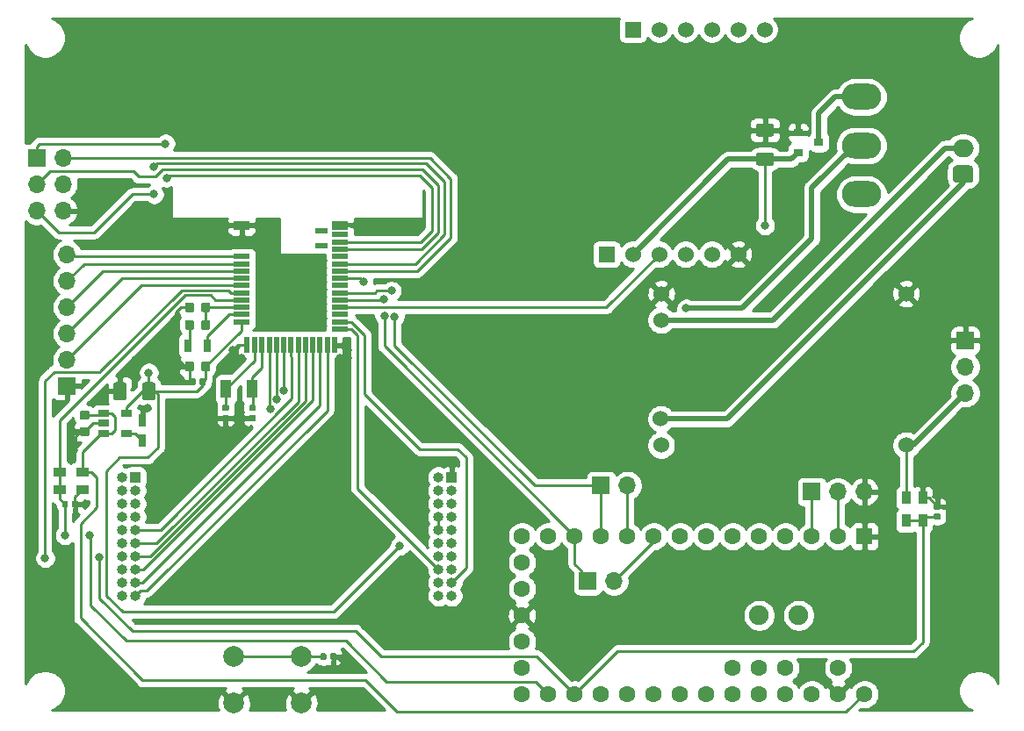
<source format=gtl>
G04 #@! TF.GenerationSoftware,KiCad,Pcbnew,5.1.5-52549c5~84~ubuntu18.04.1*
G04 #@! TF.CreationDate,2020-03-19T13:28:06+05:30*
G04 #@! TF.ProjectId,senseRx_rev1,73656e73-6552-4785-9f72-6576312e6b69,rev?*
G04 #@! TF.SameCoordinates,Original*
G04 #@! TF.FileFunction,Copper,L1,Top*
G04 #@! TF.FilePolarity,Positive*
%FSLAX46Y46*%
G04 Gerber Fmt 4.6, Leading zero omitted, Abs format (unit mm)*
G04 Created by KiCad (PCBNEW 5.1.5-52549c5~84~ubuntu18.04.1) date 2020-03-19 13:28:06*
%MOMM*%
%LPD*%
G04 APERTURE LIST*
%ADD10O,1.700000X1.700000*%
%ADD11R,1.700000X1.700000*%
%ADD12C,2.000000*%
%ADD13C,0.100000*%
%ADD14R,0.750000X1.200000*%
%ADD15O,2.000000X1.700000*%
%ADD16C,1.524000*%
%ADD17R,1.524000X1.524000*%
%ADD18C,1.900000*%
%ADD19R,1.600000X1.600000*%
%ADD20C,1.600000*%
%ADD21R,1.060000X0.650000*%
%ADD22R,1.200000X0.900000*%
%ADD23R,0.900000X1.200000*%
%ADD24R,1.000000X1.000000*%
%ADD25O,1.000000X1.000000*%
%ADD26R,0.700000X1.300000*%
%ADD27R,0.900000X0.800000*%
%ADD28O,3.800000X2.500000*%
%ADD29R,1.200000X0.500000*%
%ADD30R,1.600000X0.900000*%
%ADD31R,1.600000X0.500000*%
%ADD32R,0.500000X1.600000*%
%ADD33R,1.000000X1.800000*%
%ADD34C,0.800000*%
%ADD35C,0.500000*%
%ADD36C,0.250000*%
%ADD37C,0.254000*%
G04 APERTURE END LIST*
D10*
X102100000Y-120900000D03*
X102100000Y-123440000D03*
X102100000Y-125980000D03*
X102100000Y-128520000D03*
X102100000Y-131060000D03*
D11*
X102100000Y-133600000D03*
D12*
X124700000Y-159700000D03*
X124700000Y-164200000D03*
X118200000Y-159700000D03*
X118200000Y-164200000D03*
G04 #@! TA.AperFunction,SMDPad,CuDef*
D13*
G36*
X107599504Y-133226204D02*
G01*
X107623773Y-133229804D01*
X107647571Y-133235765D01*
X107670671Y-133244030D01*
X107692849Y-133254520D01*
X107713893Y-133267133D01*
X107733598Y-133281747D01*
X107751777Y-133298223D01*
X107768253Y-133316402D01*
X107782867Y-133336107D01*
X107795480Y-133357151D01*
X107805970Y-133379329D01*
X107814235Y-133402429D01*
X107820196Y-133426227D01*
X107823796Y-133450496D01*
X107825000Y-133475000D01*
X107825000Y-134725000D01*
X107823796Y-134749504D01*
X107820196Y-134773773D01*
X107814235Y-134797571D01*
X107805970Y-134820671D01*
X107795480Y-134842849D01*
X107782867Y-134863893D01*
X107768253Y-134883598D01*
X107751777Y-134901777D01*
X107733598Y-134918253D01*
X107713893Y-134932867D01*
X107692849Y-134945480D01*
X107670671Y-134955970D01*
X107647571Y-134964235D01*
X107623773Y-134970196D01*
X107599504Y-134973796D01*
X107575000Y-134975000D01*
X106825000Y-134975000D01*
X106800496Y-134973796D01*
X106776227Y-134970196D01*
X106752429Y-134964235D01*
X106729329Y-134955970D01*
X106707151Y-134945480D01*
X106686107Y-134932867D01*
X106666402Y-134918253D01*
X106648223Y-134901777D01*
X106631747Y-134883598D01*
X106617133Y-134863893D01*
X106604520Y-134842849D01*
X106594030Y-134820671D01*
X106585765Y-134797571D01*
X106579804Y-134773773D01*
X106576204Y-134749504D01*
X106575000Y-134725000D01*
X106575000Y-133475000D01*
X106576204Y-133450496D01*
X106579804Y-133426227D01*
X106585765Y-133402429D01*
X106594030Y-133379329D01*
X106604520Y-133357151D01*
X106617133Y-133336107D01*
X106631747Y-133316402D01*
X106648223Y-133298223D01*
X106666402Y-133281747D01*
X106686107Y-133267133D01*
X106707151Y-133254520D01*
X106729329Y-133244030D01*
X106752429Y-133235765D01*
X106776227Y-133229804D01*
X106800496Y-133226204D01*
X106825000Y-133225000D01*
X107575000Y-133225000D01*
X107599504Y-133226204D01*
G37*
G04 #@! TD.AperFunction*
G04 #@! TA.AperFunction,SMDPad,CuDef*
G36*
X110399504Y-133226204D02*
G01*
X110423773Y-133229804D01*
X110447571Y-133235765D01*
X110470671Y-133244030D01*
X110492849Y-133254520D01*
X110513893Y-133267133D01*
X110533598Y-133281747D01*
X110551777Y-133298223D01*
X110568253Y-133316402D01*
X110582867Y-133336107D01*
X110595480Y-133357151D01*
X110605970Y-133379329D01*
X110614235Y-133402429D01*
X110620196Y-133426227D01*
X110623796Y-133450496D01*
X110625000Y-133475000D01*
X110625000Y-134725000D01*
X110623796Y-134749504D01*
X110620196Y-134773773D01*
X110614235Y-134797571D01*
X110605970Y-134820671D01*
X110595480Y-134842849D01*
X110582867Y-134863893D01*
X110568253Y-134883598D01*
X110551777Y-134901777D01*
X110533598Y-134918253D01*
X110513893Y-134932867D01*
X110492849Y-134945480D01*
X110470671Y-134955970D01*
X110447571Y-134964235D01*
X110423773Y-134970196D01*
X110399504Y-134973796D01*
X110375000Y-134975000D01*
X109625000Y-134975000D01*
X109600496Y-134973796D01*
X109576227Y-134970196D01*
X109552429Y-134964235D01*
X109529329Y-134955970D01*
X109507151Y-134945480D01*
X109486107Y-134932867D01*
X109466402Y-134918253D01*
X109448223Y-134901777D01*
X109431747Y-134883598D01*
X109417133Y-134863893D01*
X109404520Y-134842849D01*
X109394030Y-134820671D01*
X109385765Y-134797571D01*
X109379804Y-134773773D01*
X109376204Y-134749504D01*
X109375000Y-134725000D01*
X109375000Y-133475000D01*
X109376204Y-133450496D01*
X109379804Y-133426227D01*
X109385765Y-133402429D01*
X109394030Y-133379329D01*
X109404520Y-133357151D01*
X109417133Y-133336107D01*
X109431747Y-133316402D01*
X109448223Y-133298223D01*
X109466402Y-133281747D01*
X109486107Y-133267133D01*
X109507151Y-133254520D01*
X109529329Y-133244030D01*
X109552429Y-133235765D01*
X109576227Y-133229804D01*
X109600496Y-133226204D01*
X109625000Y-133225000D01*
X110375000Y-133225000D01*
X110399504Y-133226204D01*
G37*
G04 #@! TD.AperFunction*
D14*
X109400000Y-138850000D03*
X109400000Y-136950000D03*
G04 #@! TA.AperFunction,SMDPad,CuDef*
D13*
G36*
X104077691Y-137551053D02*
G01*
X104098926Y-137554203D01*
X104119750Y-137559419D01*
X104139962Y-137566651D01*
X104159368Y-137575830D01*
X104177781Y-137586866D01*
X104195024Y-137599654D01*
X104210930Y-137614070D01*
X104225346Y-137629976D01*
X104238134Y-137647219D01*
X104249170Y-137665632D01*
X104258349Y-137685038D01*
X104265581Y-137705250D01*
X104270797Y-137726074D01*
X104273947Y-137747309D01*
X104275000Y-137768750D01*
X104275000Y-138206250D01*
X104273947Y-138227691D01*
X104270797Y-138248926D01*
X104265581Y-138269750D01*
X104258349Y-138289962D01*
X104249170Y-138309368D01*
X104238134Y-138327781D01*
X104225346Y-138345024D01*
X104210930Y-138360930D01*
X104195024Y-138375346D01*
X104177781Y-138388134D01*
X104159368Y-138399170D01*
X104139962Y-138408349D01*
X104119750Y-138415581D01*
X104098926Y-138420797D01*
X104077691Y-138423947D01*
X104056250Y-138425000D01*
X103543750Y-138425000D01*
X103522309Y-138423947D01*
X103501074Y-138420797D01*
X103480250Y-138415581D01*
X103460038Y-138408349D01*
X103440632Y-138399170D01*
X103422219Y-138388134D01*
X103404976Y-138375346D01*
X103389070Y-138360930D01*
X103374654Y-138345024D01*
X103361866Y-138327781D01*
X103350830Y-138309368D01*
X103341651Y-138289962D01*
X103334419Y-138269750D01*
X103329203Y-138248926D01*
X103326053Y-138227691D01*
X103325000Y-138206250D01*
X103325000Y-137768750D01*
X103326053Y-137747309D01*
X103329203Y-137726074D01*
X103334419Y-137705250D01*
X103341651Y-137685038D01*
X103350830Y-137665632D01*
X103361866Y-137647219D01*
X103374654Y-137629976D01*
X103389070Y-137614070D01*
X103404976Y-137599654D01*
X103422219Y-137586866D01*
X103440632Y-137575830D01*
X103460038Y-137566651D01*
X103480250Y-137559419D01*
X103501074Y-137554203D01*
X103522309Y-137551053D01*
X103543750Y-137550000D01*
X104056250Y-137550000D01*
X104077691Y-137551053D01*
G37*
G04 #@! TD.AperFunction*
G04 #@! TA.AperFunction,SMDPad,CuDef*
G36*
X104077691Y-135976053D02*
G01*
X104098926Y-135979203D01*
X104119750Y-135984419D01*
X104139962Y-135991651D01*
X104159368Y-136000830D01*
X104177781Y-136011866D01*
X104195024Y-136024654D01*
X104210930Y-136039070D01*
X104225346Y-136054976D01*
X104238134Y-136072219D01*
X104249170Y-136090632D01*
X104258349Y-136110038D01*
X104265581Y-136130250D01*
X104270797Y-136151074D01*
X104273947Y-136172309D01*
X104275000Y-136193750D01*
X104275000Y-136631250D01*
X104273947Y-136652691D01*
X104270797Y-136673926D01*
X104265581Y-136694750D01*
X104258349Y-136714962D01*
X104249170Y-136734368D01*
X104238134Y-136752781D01*
X104225346Y-136770024D01*
X104210930Y-136785930D01*
X104195024Y-136800346D01*
X104177781Y-136813134D01*
X104159368Y-136824170D01*
X104139962Y-136833349D01*
X104119750Y-136840581D01*
X104098926Y-136845797D01*
X104077691Y-136848947D01*
X104056250Y-136850000D01*
X103543750Y-136850000D01*
X103522309Y-136848947D01*
X103501074Y-136845797D01*
X103480250Y-136840581D01*
X103460038Y-136833349D01*
X103440632Y-136824170D01*
X103422219Y-136813134D01*
X103404976Y-136800346D01*
X103389070Y-136785930D01*
X103374654Y-136770024D01*
X103361866Y-136752781D01*
X103350830Y-136734368D01*
X103341651Y-136714962D01*
X103334419Y-136694750D01*
X103329203Y-136673926D01*
X103326053Y-136652691D01*
X103325000Y-136631250D01*
X103325000Y-136193750D01*
X103326053Y-136172309D01*
X103329203Y-136151074D01*
X103334419Y-136130250D01*
X103341651Y-136110038D01*
X103350830Y-136090632D01*
X103361866Y-136072219D01*
X103374654Y-136054976D01*
X103389070Y-136039070D01*
X103404976Y-136024654D01*
X103422219Y-136011866D01*
X103440632Y-136000830D01*
X103460038Y-135991651D01*
X103480250Y-135984419D01*
X103501074Y-135979203D01*
X103522309Y-135976053D01*
X103543750Y-135975000D01*
X104056250Y-135975000D01*
X104077691Y-135976053D01*
G37*
G04 #@! TD.AperFunction*
G04 #@! TA.AperFunction,ComponentPad*
G36*
X189116657Y-112302046D02*
G01*
X189157913Y-112308166D01*
X189198371Y-112318300D01*
X189237640Y-112332351D01*
X189275344Y-112350183D01*
X189311117Y-112371625D01*
X189344617Y-112396471D01*
X189375520Y-112424480D01*
X189403529Y-112455383D01*
X189428375Y-112488883D01*
X189449817Y-112524656D01*
X189467649Y-112562360D01*
X189481700Y-112601629D01*
X189491834Y-112642087D01*
X189497954Y-112683343D01*
X189500000Y-112725000D01*
X189500000Y-113575000D01*
X189497954Y-113616657D01*
X189491834Y-113657913D01*
X189481700Y-113698371D01*
X189467649Y-113737640D01*
X189449817Y-113775344D01*
X189428375Y-113811117D01*
X189403529Y-113844617D01*
X189375520Y-113875520D01*
X189344617Y-113903529D01*
X189311117Y-113928375D01*
X189275344Y-113949817D01*
X189237640Y-113967649D01*
X189198371Y-113981700D01*
X189157913Y-113991834D01*
X189116657Y-113997954D01*
X189075000Y-114000000D01*
X187925000Y-114000000D01*
X187883343Y-113997954D01*
X187842087Y-113991834D01*
X187801629Y-113981700D01*
X187762360Y-113967649D01*
X187724656Y-113949817D01*
X187688883Y-113928375D01*
X187655383Y-113903529D01*
X187624480Y-113875520D01*
X187596471Y-113844617D01*
X187571625Y-113811117D01*
X187550183Y-113775344D01*
X187532351Y-113737640D01*
X187518300Y-113698371D01*
X187508166Y-113657913D01*
X187502046Y-113616657D01*
X187500000Y-113575000D01*
X187500000Y-112725000D01*
X187502046Y-112683343D01*
X187508166Y-112642087D01*
X187518300Y-112601629D01*
X187532351Y-112562360D01*
X187550183Y-112524656D01*
X187571625Y-112488883D01*
X187596471Y-112455383D01*
X187624480Y-112424480D01*
X187655383Y-112396471D01*
X187688883Y-112371625D01*
X187724656Y-112350183D01*
X187762360Y-112332351D01*
X187801629Y-112318300D01*
X187842087Y-112308166D01*
X187883343Y-112302046D01*
X187925000Y-112300000D01*
X189075000Y-112300000D01*
X189116657Y-112302046D01*
G37*
G04 #@! TD.AperFunction*
D15*
X188500000Y-110650000D03*
D16*
X169360000Y-99190000D03*
X166820000Y-99190000D03*
X164280000Y-99190000D03*
X161740000Y-99190000D03*
X159200000Y-99190000D03*
D17*
X156660000Y-99190000D03*
D16*
X166820000Y-120890000D03*
X164280000Y-120890000D03*
X161740000Y-120890000D03*
X159200000Y-120890000D03*
X156660000Y-120890000D03*
D17*
X154120000Y-120890000D03*
D18*
X172650000Y-155730000D03*
X168840000Y-155730000D03*
D19*
X179000000Y-148110000D03*
D20*
X176460000Y-148110000D03*
X173920000Y-148110000D03*
X171380000Y-148110000D03*
X168840000Y-148110000D03*
X166300000Y-148110000D03*
X163760000Y-148110000D03*
X161220000Y-148110000D03*
X158680000Y-148110000D03*
X156140000Y-148110000D03*
X153600000Y-148110000D03*
X151060000Y-148110000D03*
X148520000Y-148110000D03*
X166300000Y-160810000D03*
X168840000Y-160810000D03*
X171380000Y-160810000D03*
X176460000Y-160810000D03*
X179000000Y-163350000D03*
X176460000Y-163350000D03*
X173920000Y-163350000D03*
X171380000Y-163350000D03*
X168840000Y-163350000D03*
X166300000Y-163350000D03*
X163760000Y-163350000D03*
X161220000Y-163350000D03*
X158680000Y-163350000D03*
X156140000Y-163350000D03*
X153600000Y-163350000D03*
X151060000Y-163350000D03*
X148520000Y-163350000D03*
X145980000Y-148110000D03*
X145980000Y-150650000D03*
X145980000Y-153190000D03*
X145980000Y-163350000D03*
X145980000Y-160810000D03*
X145980000Y-158270000D03*
X145980000Y-155730000D03*
D21*
X107800000Y-136250000D03*
X107800000Y-138150000D03*
X105600000Y-138150000D03*
X105600000Y-137200000D03*
X105600000Y-136250000D03*
D16*
X159400000Y-124700000D03*
X159400000Y-127240000D03*
X159350000Y-136760000D03*
X159400000Y-139300000D03*
X183000000Y-124700000D03*
X183000000Y-139300000D03*
D22*
X103600000Y-143600000D03*
X101400000Y-143600000D03*
X101400000Y-141900000D03*
X103600000Y-141900000D03*
D23*
X184600000Y-144400000D03*
X184600000Y-146600000D03*
X183000000Y-146600000D03*
X183000000Y-144400000D03*
D10*
X178980000Y-143800000D03*
X176440000Y-143800000D03*
D11*
X173900000Y-143800000D03*
D10*
X156140000Y-143200000D03*
D11*
X153600000Y-143200000D03*
D10*
X154840000Y-152400000D03*
D11*
X152300000Y-152400000D03*
D10*
X188700000Y-134280000D03*
X188700000Y-131740000D03*
D11*
X188700000Y-129200000D03*
G04 #@! TA.AperFunction,SMDPad,CuDef*
D13*
G36*
X102076958Y-144680710D02*
G01*
X102091276Y-144682834D01*
X102105317Y-144686351D01*
X102118946Y-144691228D01*
X102132031Y-144697417D01*
X102144447Y-144704858D01*
X102156073Y-144713481D01*
X102166798Y-144723202D01*
X102176519Y-144733927D01*
X102185142Y-144745553D01*
X102192583Y-144757969D01*
X102198772Y-144771054D01*
X102203649Y-144784683D01*
X102207166Y-144798724D01*
X102209290Y-144813042D01*
X102210000Y-144827500D01*
X102210000Y-145172500D01*
X102209290Y-145186958D01*
X102207166Y-145201276D01*
X102203649Y-145215317D01*
X102198772Y-145228946D01*
X102192583Y-145242031D01*
X102185142Y-145254447D01*
X102176519Y-145266073D01*
X102166798Y-145276798D01*
X102156073Y-145286519D01*
X102144447Y-145295142D01*
X102132031Y-145302583D01*
X102118946Y-145308772D01*
X102105317Y-145313649D01*
X102091276Y-145317166D01*
X102076958Y-145319290D01*
X102062500Y-145320000D01*
X101767500Y-145320000D01*
X101753042Y-145319290D01*
X101738724Y-145317166D01*
X101724683Y-145313649D01*
X101711054Y-145308772D01*
X101697969Y-145302583D01*
X101685553Y-145295142D01*
X101673927Y-145286519D01*
X101663202Y-145276798D01*
X101653481Y-145266073D01*
X101644858Y-145254447D01*
X101637417Y-145242031D01*
X101631228Y-145228946D01*
X101626351Y-145215317D01*
X101622834Y-145201276D01*
X101620710Y-145186958D01*
X101620000Y-145172500D01*
X101620000Y-144827500D01*
X101620710Y-144813042D01*
X101622834Y-144798724D01*
X101626351Y-144784683D01*
X101631228Y-144771054D01*
X101637417Y-144757969D01*
X101644858Y-144745553D01*
X101653481Y-144733927D01*
X101663202Y-144723202D01*
X101673927Y-144713481D01*
X101685553Y-144704858D01*
X101697969Y-144697417D01*
X101711054Y-144691228D01*
X101724683Y-144686351D01*
X101738724Y-144682834D01*
X101753042Y-144680710D01*
X101767500Y-144680000D01*
X102062500Y-144680000D01*
X102076958Y-144680710D01*
G37*
G04 #@! TD.AperFunction*
G04 #@! TA.AperFunction,SMDPad,CuDef*
G36*
X103046958Y-144680710D02*
G01*
X103061276Y-144682834D01*
X103075317Y-144686351D01*
X103088946Y-144691228D01*
X103102031Y-144697417D01*
X103114447Y-144704858D01*
X103126073Y-144713481D01*
X103136798Y-144723202D01*
X103146519Y-144733927D01*
X103155142Y-144745553D01*
X103162583Y-144757969D01*
X103168772Y-144771054D01*
X103173649Y-144784683D01*
X103177166Y-144798724D01*
X103179290Y-144813042D01*
X103180000Y-144827500D01*
X103180000Y-145172500D01*
X103179290Y-145186958D01*
X103177166Y-145201276D01*
X103173649Y-145215317D01*
X103168772Y-145228946D01*
X103162583Y-145242031D01*
X103155142Y-145254447D01*
X103146519Y-145266073D01*
X103136798Y-145276798D01*
X103126073Y-145286519D01*
X103114447Y-145295142D01*
X103102031Y-145302583D01*
X103088946Y-145308772D01*
X103075317Y-145313649D01*
X103061276Y-145317166D01*
X103046958Y-145319290D01*
X103032500Y-145320000D01*
X102737500Y-145320000D01*
X102723042Y-145319290D01*
X102708724Y-145317166D01*
X102694683Y-145313649D01*
X102681054Y-145308772D01*
X102667969Y-145302583D01*
X102655553Y-145295142D01*
X102643927Y-145286519D01*
X102633202Y-145276798D01*
X102623481Y-145266073D01*
X102614858Y-145254447D01*
X102607417Y-145242031D01*
X102601228Y-145228946D01*
X102596351Y-145215317D01*
X102592834Y-145201276D01*
X102590710Y-145186958D01*
X102590000Y-145172500D01*
X102590000Y-144827500D01*
X102590710Y-144813042D01*
X102592834Y-144798724D01*
X102596351Y-144784683D01*
X102601228Y-144771054D01*
X102607417Y-144757969D01*
X102614858Y-144745553D01*
X102623481Y-144733927D01*
X102633202Y-144723202D01*
X102643927Y-144713481D01*
X102655553Y-144704858D01*
X102667969Y-144697417D01*
X102681054Y-144691228D01*
X102694683Y-144686351D01*
X102708724Y-144682834D01*
X102723042Y-144680710D01*
X102737500Y-144680000D01*
X103032500Y-144680000D01*
X103046958Y-144680710D01*
G37*
G04 #@! TD.AperFunction*
G04 #@! TA.AperFunction,SMDPad,CuDef*
G36*
X186186958Y-145890710D02*
G01*
X186201276Y-145892834D01*
X186215317Y-145896351D01*
X186228946Y-145901228D01*
X186242031Y-145907417D01*
X186254447Y-145914858D01*
X186266073Y-145923481D01*
X186276798Y-145933202D01*
X186286519Y-145943927D01*
X186295142Y-145955553D01*
X186302583Y-145967969D01*
X186308772Y-145981054D01*
X186313649Y-145994683D01*
X186317166Y-146008724D01*
X186319290Y-146023042D01*
X186320000Y-146037500D01*
X186320000Y-146332500D01*
X186319290Y-146346958D01*
X186317166Y-146361276D01*
X186313649Y-146375317D01*
X186308772Y-146388946D01*
X186302583Y-146402031D01*
X186295142Y-146414447D01*
X186286519Y-146426073D01*
X186276798Y-146436798D01*
X186266073Y-146446519D01*
X186254447Y-146455142D01*
X186242031Y-146462583D01*
X186228946Y-146468772D01*
X186215317Y-146473649D01*
X186201276Y-146477166D01*
X186186958Y-146479290D01*
X186172500Y-146480000D01*
X185827500Y-146480000D01*
X185813042Y-146479290D01*
X185798724Y-146477166D01*
X185784683Y-146473649D01*
X185771054Y-146468772D01*
X185757969Y-146462583D01*
X185745553Y-146455142D01*
X185733927Y-146446519D01*
X185723202Y-146436798D01*
X185713481Y-146426073D01*
X185704858Y-146414447D01*
X185697417Y-146402031D01*
X185691228Y-146388946D01*
X185686351Y-146375317D01*
X185682834Y-146361276D01*
X185680710Y-146346958D01*
X185680000Y-146332500D01*
X185680000Y-146037500D01*
X185680710Y-146023042D01*
X185682834Y-146008724D01*
X185686351Y-145994683D01*
X185691228Y-145981054D01*
X185697417Y-145967969D01*
X185704858Y-145955553D01*
X185713481Y-145943927D01*
X185723202Y-145933202D01*
X185733927Y-145923481D01*
X185745553Y-145914858D01*
X185757969Y-145907417D01*
X185771054Y-145901228D01*
X185784683Y-145896351D01*
X185798724Y-145892834D01*
X185813042Y-145890710D01*
X185827500Y-145890000D01*
X186172500Y-145890000D01*
X186186958Y-145890710D01*
G37*
G04 #@! TD.AperFunction*
G04 #@! TA.AperFunction,SMDPad,CuDef*
G36*
X186186958Y-144920710D02*
G01*
X186201276Y-144922834D01*
X186215317Y-144926351D01*
X186228946Y-144931228D01*
X186242031Y-144937417D01*
X186254447Y-144944858D01*
X186266073Y-144953481D01*
X186276798Y-144963202D01*
X186286519Y-144973927D01*
X186295142Y-144985553D01*
X186302583Y-144997969D01*
X186308772Y-145011054D01*
X186313649Y-145024683D01*
X186317166Y-145038724D01*
X186319290Y-145053042D01*
X186320000Y-145067500D01*
X186320000Y-145362500D01*
X186319290Y-145376958D01*
X186317166Y-145391276D01*
X186313649Y-145405317D01*
X186308772Y-145418946D01*
X186302583Y-145432031D01*
X186295142Y-145444447D01*
X186286519Y-145456073D01*
X186276798Y-145466798D01*
X186266073Y-145476519D01*
X186254447Y-145485142D01*
X186242031Y-145492583D01*
X186228946Y-145498772D01*
X186215317Y-145503649D01*
X186201276Y-145507166D01*
X186186958Y-145509290D01*
X186172500Y-145510000D01*
X185827500Y-145510000D01*
X185813042Y-145509290D01*
X185798724Y-145507166D01*
X185784683Y-145503649D01*
X185771054Y-145498772D01*
X185757969Y-145492583D01*
X185745553Y-145485142D01*
X185733927Y-145476519D01*
X185723202Y-145466798D01*
X185713481Y-145456073D01*
X185704858Y-145444447D01*
X185697417Y-145432031D01*
X185691228Y-145418946D01*
X185686351Y-145405317D01*
X185682834Y-145391276D01*
X185680710Y-145376958D01*
X185680000Y-145362500D01*
X185680000Y-145067500D01*
X185680710Y-145053042D01*
X185682834Y-145038724D01*
X185686351Y-145024683D01*
X185691228Y-145011054D01*
X185697417Y-144997969D01*
X185704858Y-144985553D01*
X185713481Y-144973927D01*
X185723202Y-144963202D01*
X185733927Y-144953481D01*
X185745553Y-144944858D01*
X185757969Y-144937417D01*
X185771054Y-144931228D01*
X185784683Y-144926351D01*
X185798724Y-144922834D01*
X185813042Y-144920710D01*
X185827500Y-144920000D01*
X186172500Y-144920000D01*
X186186958Y-144920710D01*
G37*
G04 #@! TD.AperFunction*
G04 #@! TA.AperFunction,SMDPad,CuDef*
G36*
X115727691Y-125526053D02*
G01*
X115748926Y-125529203D01*
X115769750Y-125534419D01*
X115789962Y-125541651D01*
X115809368Y-125550830D01*
X115827781Y-125561866D01*
X115845024Y-125574654D01*
X115860930Y-125589070D01*
X115875346Y-125604976D01*
X115888134Y-125622219D01*
X115899170Y-125640632D01*
X115908349Y-125660038D01*
X115915581Y-125680250D01*
X115920797Y-125701074D01*
X115923947Y-125722309D01*
X115925000Y-125743750D01*
X115925000Y-126256250D01*
X115923947Y-126277691D01*
X115920797Y-126298926D01*
X115915581Y-126319750D01*
X115908349Y-126339962D01*
X115899170Y-126359368D01*
X115888134Y-126377781D01*
X115875346Y-126395024D01*
X115860930Y-126410930D01*
X115845024Y-126425346D01*
X115827781Y-126438134D01*
X115809368Y-126449170D01*
X115789962Y-126458349D01*
X115769750Y-126465581D01*
X115748926Y-126470797D01*
X115727691Y-126473947D01*
X115706250Y-126475000D01*
X115268750Y-126475000D01*
X115247309Y-126473947D01*
X115226074Y-126470797D01*
X115205250Y-126465581D01*
X115185038Y-126458349D01*
X115165632Y-126449170D01*
X115147219Y-126438134D01*
X115129976Y-126425346D01*
X115114070Y-126410930D01*
X115099654Y-126395024D01*
X115086866Y-126377781D01*
X115075830Y-126359368D01*
X115066651Y-126339962D01*
X115059419Y-126319750D01*
X115054203Y-126298926D01*
X115051053Y-126277691D01*
X115050000Y-126256250D01*
X115050000Y-125743750D01*
X115051053Y-125722309D01*
X115054203Y-125701074D01*
X115059419Y-125680250D01*
X115066651Y-125660038D01*
X115075830Y-125640632D01*
X115086866Y-125622219D01*
X115099654Y-125604976D01*
X115114070Y-125589070D01*
X115129976Y-125574654D01*
X115147219Y-125561866D01*
X115165632Y-125550830D01*
X115185038Y-125541651D01*
X115205250Y-125534419D01*
X115226074Y-125529203D01*
X115247309Y-125526053D01*
X115268750Y-125525000D01*
X115706250Y-125525000D01*
X115727691Y-125526053D01*
G37*
G04 #@! TD.AperFunction*
G04 #@! TA.AperFunction,SMDPad,CuDef*
G36*
X114152691Y-125526053D02*
G01*
X114173926Y-125529203D01*
X114194750Y-125534419D01*
X114214962Y-125541651D01*
X114234368Y-125550830D01*
X114252781Y-125561866D01*
X114270024Y-125574654D01*
X114285930Y-125589070D01*
X114300346Y-125604976D01*
X114313134Y-125622219D01*
X114324170Y-125640632D01*
X114333349Y-125660038D01*
X114340581Y-125680250D01*
X114345797Y-125701074D01*
X114348947Y-125722309D01*
X114350000Y-125743750D01*
X114350000Y-126256250D01*
X114348947Y-126277691D01*
X114345797Y-126298926D01*
X114340581Y-126319750D01*
X114333349Y-126339962D01*
X114324170Y-126359368D01*
X114313134Y-126377781D01*
X114300346Y-126395024D01*
X114285930Y-126410930D01*
X114270024Y-126425346D01*
X114252781Y-126438134D01*
X114234368Y-126449170D01*
X114214962Y-126458349D01*
X114194750Y-126465581D01*
X114173926Y-126470797D01*
X114152691Y-126473947D01*
X114131250Y-126475000D01*
X113693750Y-126475000D01*
X113672309Y-126473947D01*
X113651074Y-126470797D01*
X113630250Y-126465581D01*
X113610038Y-126458349D01*
X113590632Y-126449170D01*
X113572219Y-126438134D01*
X113554976Y-126425346D01*
X113539070Y-126410930D01*
X113524654Y-126395024D01*
X113511866Y-126377781D01*
X113500830Y-126359368D01*
X113491651Y-126339962D01*
X113484419Y-126319750D01*
X113479203Y-126298926D01*
X113476053Y-126277691D01*
X113475000Y-126256250D01*
X113475000Y-125743750D01*
X113476053Y-125722309D01*
X113479203Y-125701074D01*
X113484419Y-125680250D01*
X113491651Y-125660038D01*
X113500830Y-125640632D01*
X113511866Y-125622219D01*
X113524654Y-125604976D01*
X113539070Y-125589070D01*
X113554976Y-125574654D01*
X113572219Y-125561866D01*
X113590632Y-125550830D01*
X113610038Y-125541651D01*
X113630250Y-125534419D01*
X113651074Y-125529203D01*
X113672309Y-125526053D01*
X113693750Y-125525000D01*
X114131250Y-125525000D01*
X114152691Y-125526053D01*
G37*
G04 #@! TD.AperFunction*
G04 #@! TA.AperFunction,SMDPad,CuDef*
G36*
X170049504Y-111076204D02*
G01*
X170073773Y-111079804D01*
X170097571Y-111085765D01*
X170120671Y-111094030D01*
X170142849Y-111104520D01*
X170163893Y-111117133D01*
X170183598Y-111131747D01*
X170201777Y-111148223D01*
X170218253Y-111166402D01*
X170232867Y-111186107D01*
X170245480Y-111207151D01*
X170255970Y-111229329D01*
X170264235Y-111252429D01*
X170270196Y-111276227D01*
X170273796Y-111300496D01*
X170275000Y-111325000D01*
X170275000Y-112075000D01*
X170273796Y-112099504D01*
X170270196Y-112123773D01*
X170264235Y-112147571D01*
X170255970Y-112170671D01*
X170245480Y-112192849D01*
X170232867Y-112213893D01*
X170218253Y-112233598D01*
X170201777Y-112251777D01*
X170183598Y-112268253D01*
X170163893Y-112282867D01*
X170142849Y-112295480D01*
X170120671Y-112305970D01*
X170097571Y-112314235D01*
X170073773Y-112320196D01*
X170049504Y-112323796D01*
X170025000Y-112325000D01*
X168775000Y-112325000D01*
X168750496Y-112323796D01*
X168726227Y-112320196D01*
X168702429Y-112314235D01*
X168679329Y-112305970D01*
X168657151Y-112295480D01*
X168636107Y-112282867D01*
X168616402Y-112268253D01*
X168598223Y-112251777D01*
X168581747Y-112233598D01*
X168567133Y-112213893D01*
X168554520Y-112192849D01*
X168544030Y-112170671D01*
X168535765Y-112147571D01*
X168529804Y-112123773D01*
X168526204Y-112099504D01*
X168525000Y-112075000D01*
X168525000Y-111325000D01*
X168526204Y-111300496D01*
X168529804Y-111276227D01*
X168535765Y-111252429D01*
X168544030Y-111229329D01*
X168554520Y-111207151D01*
X168567133Y-111186107D01*
X168581747Y-111166402D01*
X168598223Y-111148223D01*
X168616402Y-111131747D01*
X168636107Y-111117133D01*
X168657151Y-111104520D01*
X168679329Y-111094030D01*
X168702429Y-111085765D01*
X168726227Y-111079804D01*
X168750496Y-111076204D01*
X168775000Y-111075000D01*
X170025000Y-111075000D01*
X170049504Y-111076204D01*
G37*
G04 #@! TD.AperFunction*
G04 #@! TA.AperFunction,SMDPad,CuDef*
G36*
X170049504Y-108276204D02*
G01*
X170073773Y-108279804D01*
X170097571Y-108285765D01*
X170120671Y-108294030D01*
X170142849Y-108304520D01*
X170163893Y-108317133D01*
X170183598Y-108331747D01*
X170201777Y-108348223D01*
X170218253Y-108366402D01*
X170232867Y-108386107D01*
X170245480Y-108407151D01*
X170255970Y-108429329D01*
X170264235Y-108452429D01*
X170270196Y-108476227D01*
X170273796Y-108500496D01*
X170275000Y-108525000D01*
X170275000Y-109275000D01*
X170273796Y-109299504D01*
X170270196Y-109323773D01*
X170264235Y-109347571D01*
X170255970Y-109370671D01*
X170245480Y-109392849D01*
X170232867Y-109413893D01*
X170218253Y-109433598D01*
X170201777Y-109451777D01*
X170183598Y-109468253D01*
X170163893Y-109482867D01*
X170142849Y-109495480D01*
X170120671Y-109505970D01*
X170097571Y-109514235D01*
X170073773Y-109520196D01*
X170049504Y-109523796D01*
X170025000Y-109525000D01*
X168775000Y-109525000D01*
X168750496Y-109523796D01*
X168726227Y-109520196D01*
X168702429Y-109514235D01*
X168679329Y-109505970D01*
X168657151Y-109495480D01*
X168636107Y-109482867D01*
X168616402Y-109468253D01*
X168598223Y-109451777D01*
X168581747Y-109433598D01*
X168567133Y-109413893D01*
X168554520Y-109392849D01*
X168544030Y-109370671D01*
X168535765Y-109347571D01*
X168529804Y-109323773D01*
X168526204Y-109299504D01*
X168525000Y-109275000D01*
X168525000Y-108525000D01*
X168526204Y-108500496D01*
X168529804Y-108476227D01*
X168535765Y-108452429D01*
X168544030Y-108429329D01*
X168554520Y-108407151D01*
X168567133Y-108386107D01*
X168581747Y-108366402D01*
X168598223Y-108348223D01*
X168616402Y-108331747D01*
X168636107Y-108317133D01*
X168657151Y-108304520D01*
X168679329Y-108294030D01*
X168702429Y-108285765D01*
X168726227Y-108279804D01*
X168750496Y-108276204D01*
X168775000Y-108275000D01*
X170025000Y-108275000D01*
X170049504Y-108276204D01*
G37*
G04 #@! TD.AperFunction*
G04 #@! TA.AperFunction,SMDPad,CuDef*
G36*
X114152691Y-131226053D02*
G01*
X114173926Y-131229203D01*
X114194750Y-131234419D01*
X114214962Y-131241651D01*
X114234368Y-131250830D01*
X114252781Y-131261866D01*
X114270024Y-131274654D01*
X114285930Y-131289070D01*
X114300346Y-131304976D01*
X114313134Y-131322219D01*
X114324170Y-131340632D01*
X114333349Y-131360038D01*
X114340581Y-131380250D01*
X114345797Y-131401074D01*
X114348947Y-131422309D01*
X114350000Y-131443750D01*
X114350000Y-131956250D01*
X114348947Y-131977691D01*
X114345797Y-131998926D01*
X114340581Y-132019750D01*
X114333349Y-132039962D01*
X114324170Y-132059368D01*
X114313134Y-132077781D01*
X114300346Y-132095024D01*
X114285930Y-132110930D01*
X114270024Y-132125346D01*
X114252781Y-132138134D01*
X114234368Y-132149170D01*
X114214962Y-132158349D01*
X114194750Y-132165581D01*
X114173926Y-132170797D01*
X114152691Y-132173947D01*
X114131250Y-132175000D01*
X113693750Y-132175000D01*
X113672309Y-132173947D01*
X113651074Y-132170797D01*
X113630250Y-132165581D01*
X113610038Y-132158349D01*
X113590632Y-132149170D01*
X113572219Y-132138134D01*
X113554976Y-132125346D01*
X113539070Y-132110930D01*
X113524654Y-132095024D01*
X113511866Y-132077781D01*
X113500830Y-132059368D01*
X113491651Y-132039962D01*
X113484419Y-132019750D01*
X113479203Y-131998926D01*
X113476053Y-131977691D01*
X113475000Y-131956250D01*
X113475000Y-131443750D01*
X113476053Y-131422309D01*
X113479203Y-131401074D01*
X113484419Y-131380250D01*
X113491651Y-131360038D01*
X113500830Y-131340632D01*
X113511866Y-131322219D01*
X113524654Y-131304976D01*
X113539070Y-131289070D01*
X113554976Y-131274654D01*
X113572219Y-131261866D01*
X113590632Y-131250830D01*
X113610038Y-131241651D01*
X113630250Y-131234419D01*
X113651074Y-131229203D01*
X113672309Y-131226053D01*
X113693750Y-131225000D01*
X114131250Y-131225000D01*
X114152691Y-131226053D01*
G37*
G04 #@! TD.AperFunction*
G04 #@! TA.AperFunction,SMDPad,CuDef*
G36*
X115727691Y-131226053D02*
G01*
X115748926Y-131229203D01*
X115769750Y-131234419D01*
X115789962Y-131241651D01*
X115809368Y-131250830D01*
X115827781Y-131261866D01*
X115845024Y-131274654D01*
X115860930Y-131289070D01*
X115875346Y-131304976D01*
X115888134Y-131322219D01*
X115899170Y-131340632D01*
X115908349Y-131360038D01*
X115915581Y-131380250D01*
X115920797Y-131401074D01*
X115923947Y-131422309D01*
X115925000Y-131443750D01*
X115925000Y-131956250D01*
X115923947Y-131977691D01*
X115920797Y-131998926D01*
X115915581Y-132019750D01*
X115908349Y-132039962D01*
X115899170Y-132059368D01*
X115888134Y-132077781D01*
X115875346Y-132095024D01*
X115860930Y-132110930D01*
X115845024Y-132125346D01*
X115827781Y-132138134D01*
X115809368Y-132149170D01*
X115789962Y-132158349D01*
X115769750Y-132165581D01*
X115748926Y-132170797D01*
X115727691Y-132173947D01*
X115706250Y-132175000D01*
X115268750Y-132175000D01*
X115247309Y-132173947D01*
X115226074Y-132170797D01*
X115205250Y-132165581D01*
X115185038Y-132158349D01*
X115165632Y-132149170D01*
X115147219Y-132138134D01*
X115129976Y-132125346D01*
X115114070Y-132110930D01*
X115099654Y-132095024D01*
X115086866Y-132077781D01*
X115075830Y-132059368D01*
X115066651Y-132039962D01*
X115059419Y-132019750D01*
X115054203Y-131998926D01*
X115051053Y-131977691D01*
X115050000Y-131956250D01*
X115050000Y-131443750D01*
X115051053Y-131422309D01*
X115054203Y-131401074D01*
X115059419Y-131380250D01*
X115066651Y-131360038D01*
X115075830Y-131340632D01*
X115086866Y-131322219D01*
X115099654Y-131304976D01*
X115114070Y-131289070D01*
X115129976Y-131274654D01*
X115147219Y-131261866D01*
X115165632Y-131250830D01*
X115185038Y-131241651D01*
X115205250Y-131234419D01*
X115226074Y-131229203D01*
X115247309Y-131226053D01*
X115268750Y-131225000D01*
X115706250Y-131225000D01*
X115727691Y-131226053D01*
G37*
G04 #@! TD.AperFunction*
G04 #@! TA.AperFunction,SMDPad,CuDef*
G36*
X117586958Y-136390710D02*
G01*
X117601276Y-136392834D01*
X117615317Y-136396351D01*
X117628946Y-136401228D01*
X117642031Y-136407417D01*
X117654447Y-136414858D01*
X117666073Y-136423481D01*
X117676798Y-136433202D01*
X117686519Y-136443927D01*
X117695142Y-136455553D01*
X117702583Y-136467969D01*
X117708772Y-136481054D01*
X117713649Y-136494683D01*
X117717166Y-136508724D01*
X117719290Y-136523042D01*
X117720000Y-136537500D01*
X117720000Y-136832500D01*
X117719290Y-136846958D01*
X117717166Y-136861276D01*
X117713649Y-136875317D01*
X117708772Y-136888946D01*
X117702583Y-136902031D01*
X117695142Y-136914447D01*
X117686519Y-136926073D01*
X117676798Y-136936798D01*
X117666073Y-136946519D01*
X117654447Y-136955142D01*
X117642031Y-136962583D01*
X117628946Y-136968772D01*
X117615317Y-136973649D01*
X117601276Y-136977166D01*
X117586958Y-136979290D01*
X117572500Y-136980000D01*
X117227500Y-136980000D01*
X117213042Y-136979290D01*
X117198724Y-136977166D01*
X117184683Y-136973649D01*
X117171054Y-136968772D01*
X117157969Y-136962583D01*
X117145553Y-136955142D01*
X117133927Y-136946519D01*
X117123202Y-136936798D01*
X117113481Y-136926073D01*
X117104858Y-136914447D01*
X117097417Y-136902031D01*
X117091228Y-136888946D01*
X117086351Y-136875317D01*
X117082834Y-136861276D01*
X117080710Y-136846958D01*
X117080000Y-136832500D01*
X117080000Y-136537500D01*
X117080710Y-136523042D01*
X117082834Y-136508724D01*
X117086351Y-136494683D01*
X117091228Y-136481054D01*
X117097417Y-136467969D01*
X117104858Y-136455553D01*
X117113481Y-136443927D01*
X117123202Y-136433202D01*
X117133927Y-136423481D01*
X117145553Y-136414858D01*
X117157969Y-136407417D01*
X117171054Y-136401228D01*
X117184683Y-136396351D01*
X117198724Y-136392834D01*
X117213042Y-136390710D01*
X117227500Y-136390000D01*
X117572500Y-136390000D01*
X117586958Y-136390710D01*
G37*
G04 #@! TD.AperFunction*
G04 #@! TA.AperFunction,SMDPad,CuDef*
G36*
X117586958Y-135420710D02*
G01*
X117601276Y-135422834D01*
X117615317Y-135426351D01*
X117628946Y-135431228D01*
X117642031Y-135437417D01*
X117654447Y-135444858D01*
X117666073Y-135453481D01*
X117676798Y-135463202D01*
X117686519Y-135473927D01*
X117695142Y-135485553D01*
X117702583Y-135497969D01*
X117708772Y-135511054D01*
X117713649Y-135524683D01*
X117717166Y-135538724D01*
X117719290Y-135553042D01*
X117720000Y-135567500D01*
X117720000Y-135862500D01*
X117719290Y-135876958D01*
X117717166Y-135891276D01*
X117713649Y-135905317D01*
X117708772Y-135918946D01*
X117702583Y-135932031D01*
X117695142Y-135944447D01*
X117686519Y-135956073D01*
X117676798Y-135966798D01*
X117666073Y-135976519D01*
X117654447Y-135985142D01*
X117642031Y-135992583D01*
X117628946Y-135998772D01*
X117615317Y-136003649D01*
X117601276Y-136007166D01*
X117586958Y-136009290D01*
X117572500Y-136010000D01*
X117227500Y-136010000D01*
X117213042Y-136009290D01*
X117198724Y-136007166D01*
X117184683Y-136003649D01*
X117171054Y-135998772D01*
X117157969Y-135992583D01*
X117145553Y-135985142D01*
X117133927Y-135976519D01*
X117123202Y-135966798D01*
X117113481Y-135956073D01*
X117104858Y-135944447D01*
X117097417Y-135932031D01*
X117091228Y-135918946D01*
X117086351Y-135905317D01*
X117082834Y-135891276D01*
X117080710Y-135876958D01*
X117080000Y-135862500D01*
X117080000Y-135567500D01*
X117080710Y-135553042D01*
X117082834Y-135538724D01*
X117086351Y-135524683D01*
X117091228Y-135511054D01*
X117097417Y-135497969D01*
X117104858Y-135485553D01*
X117113481Y-135473927D01*
X117123202Y-135463202D01*
X117133927Y-135453481D01*
X117145553Y-135444858D01*
X117157969Y-135437417D01*
X117171054Y-135431228D01*
X117184683Y-135426351D01*
X117198724Y-135422834D01*
X117213042Y-135420710D01*
X117227500Y-135420000D01*
X117572500Y-135420000D01*
X117586958Y-135420710D01*
G37*
G04 #@! TD.AperFunction*
G04 #@! TA.AperFunction,SMDPad,CuDef*
G36*
X115346958Y-132880710D02*
G01*
X115361276Y-132882834D01*
X115375317Y-132886351D01*
X115388946Y-132891228D01*
X115402031Y-132897417D01*
X115414447Y-132904858D01*
X115426073Y-132913481D01*
X115436798Y-132923202D01*
X115446519Y-132933927D01*
X115455142Y-132945553D01*
X115462583Y-132957969D01*
X115468772Y-132971054D01*
X115473649Y-132984683D01*
X115477166Y-132998724D01*
X115479290Y-133013042D01*
X115480000Y-133027500D01*
X115480000Y-133372500D01*
X115479290Y-133386958D01*
X115477166Y-133401276D01*
X115473649Y-133415317D01*
X115468772Y-133428946D01*
X115462583Y-133442031D01*
X115455142Y-133454447D01*
X115446519Y-133466073D01*
X115436798Y-133476798D01*
X115426073Y-133486519D01*
X115414447Y-133495142D01*
X115402031Y-133502583D01*
X115388946Y-133508772D01*
X115375317Y-133513649D01*
X115361276Y-133517166D01*
X115346958Y-133519290D01*
X115332500Y-133520000D01*
X115037500Y-133520000D01*
X115023042Y-133519290D01*
X115008724Y-133517166D01*
X114994683Y-133513649D01*
X114981054Y-133508772D01*
X114967969Y-133502583D01*
X114955553Y-133495142D01*
X114943927Y-133486519D01*
X114933202Y-133476798D01*
X114923481Y-133466073D01*
X114914858Y-133454447D01*
X114907417Y-133442031D01*
X114901228Y-133428946D01*
X114896351Y-133415317D01*
X114892834Y-133401276D01*
X114890710Y-133386958D01*
X114890000Y-133372500D01*
X114890000Y-133027500D01*
X114890710Y-133013042D01*
X114892834Y-132998724D01*
X114896351Y-132984683D01*
X114901228Y-132971054D01*
X114907417Y-132957969D01*
X114914858Y-132945553D01*
X114923481Y-132933927D01*
X114933202Y-132923202D01*
X114943927Y-132913481D01*
X114955553Y-132904858D01*
X114967969Y-132897417D01*
X114981054Y-132891228D01*
X114994683Y-132886351D01*
X115008724Y-132882834D01*
X115023042Y-132880710D01*
X115037500Y-132880000D01*
X115332500Y-132880000D01*
X115346958Y-132880710D01*
G37*
G04 #@! TD.AperFunction*
G04 #@! TA.AperFunction,SMDPad,CuDef*
G36*
X114376958Y-132880710D02*
G01*
X114391276Y-132882834D01*
X114405317Y-132886351D01*
X114418946Y-132891228D01*
X114432031Y-132897417D01*
X114444447Y-132904858D01*
X114456073Y-132913481D01*
X114466798Y-132923202D01*
X114476519Y-132933927D01*
X114485142Y-132945553D01*
X114492583Y-132957969D01*
X114498772Y-132971054D01*
X114503649Y-132984683D01*
X114507166Y-132998724D01*
X114509290Y-133013042D01*
X114510000Y-133027500D01*
X114510000Y-133372500D01*
X114509290Y-133386958D01*
X114507166Y-133401276D01*
X114503649Y-133415317D01*
X114498772Y-133428946D01*
X114492583Y-133442031D01*
X114485142Y-133454447D01*
X114476519Y-133466073D01*
X114466798Y-133476798D01*
X114456073Y-133486519D01*
X114444447Y-133495142D01*
X114432031Y-133502583D01*
X114418946Y-133508772D01*
X114405317Y-133513649D01*
X114391276Y-133517166D01*
X114376958Y-133519290D01*
X114362500Y-133520000D01*
X114067500Y-133520000D01*
X114053042Y-133519290D01*
X114038724Y-133517166D01*
X114024683Y-133513649D01*
X114011054Y-133508772D01*
X113997969Y-133502583D01*
X113985553Y-133495142D01*
X113973927Y-133486519D01*
X113963202Y-133476798D01*
X113953481Y-133466073D01*
X113944858Y-133454447D01*
X113937417Y-133442031D01*
X113931228Y-133428946D01*
X113926351Y-133415317D01*
X113922834Y-133401276D01*
X113920710Y-133386958D01*
X113920000Y-133372500D01*
X113920000Y-133027500D01*
X113920710Y-133013042D01*
X113922834Y-132998724D01*
X113926351Y-132984683D01*
X113931228Y-132971054D01*
X113937417Y-132957969D01*
X113944858Y-132945553D01*
X113953481Y-132933927D01*
X113963202Y-132923202D01*
X113973927Y-132913481D01*
X113985553Y-132904858D01*
X113997969Y-132897417D01*
X114011054Y-132891228D01*
X114024683Y-132886351D01*
X114038724Y-132882834D01*
X114053042Y-132880710D01*
X114067500Y-132880000D01*
X114362500Y-132880000D01*
X114376958Y-132880710D01*
G37*
G04 #@! TD.AperFunction*
G04 #@! TA.AperFunction,SMDPad,CuDef*
G36*
X120186958Y-135420710D02*
G01*
X120201276Y-135422834D01*
X120215317Y-135426351D01*
X120228946Y-135431228D01*
X120242031Y-135437417D01*
X120254447Y-135444858D01*
X120266073Y-135453481D01*
X120276798Y-135463202D01*
X120286519Y-135473927D01*
X120295142Y-135485553D01*
X120302583Y-135497969D01*
X120308772Y-135511054D01*
X120313649Y-135524683D01*
X120317166Y-135538724D01*
X120319290Y-135553042D01*
X120320000Y-135567500D01*
X120320000Y-135862500D01*
X120319290Y-135876958D01*
X120317166Y-135891276D01*
X120313649Y-135905317D01*
X120308772Y-135918946D01*
X120302583Y-135932031D01*
X120295142Y-135944447D01*
X120286519Y-135956073D01*
X120276798Y-135966798D01*
X120266073Y-135976519D01*
X120254447Y-135985142D01*
X120242031Y-135992583D01*
X120228946Y-135998772D01*
X120215317Y-136003649D01*
X120201276Y-136007166D01*
X120186958Y-136009290D01*
X120172500Y-136010000D01*
X119827500Y-136010000D01*
X119813042Y-136009290D01*
X119798724Y-136007166D01*
X119784683Y-136003649D01*
X119771054Y-135998772D01*
X119757969Y-135992583D01*
X119745553Y-135985142D01*
X119733927Y-135976519D01*
X119723202Y-135966798D01*
X119713481Y-135956073D01*
X119704858Y-135944447D01*
X119697417Y-135932031D01*
X119691228Y-135918946D01*
X119686351Y-135905317D01*
X119682834Y-135891276D01*
X119680710Y-135876958D01*
X119680000Y-135862500D01*
X119680000Y-135567500D01*
X119680710Y-135553042D01*
X119682834Y-135538724D01*
X119686351Y-135524683D01*
X119691228Y-135511054D01*
X119697417Y-135497969D01*
X119704858Y-135485553D01*
X119713481Y-135473927D01*
X119723202Y-135463202D01*
X119733927Y-135453481D01*
X119745553Y-135444858D01*
X119757969Y-135437417D01*
X119771054Y-135431228D01*
X119784683Y-135426351D01*
X119798724Y-135422834D01*
X119813042Y-135420710D01*
X119827500Y-135420000D01*
X120172500Y-135420000D01*
X120186958Y-135420710D01*
G37*
G04 #@! TD.AperFunction*
G04 #@! TA.AperFunction,SMDPad,CuDef*
G36*
X120186958Y-136390710D02*
G01*
X120201276Y-136392834D01*
X120215317Y-136396351D01*
X120228946Y-136401228D01*
X120242031Y-136407417D01*
X120254447Y-136414858D01*
X120266073Y-136423481D01*
X120276798Y-136433202D01*
X120286519Y-136443927D01*
X120295142Y-136455553D01*
X120302583Y-136467969D01*
X120308772Y-136481054D01*
X120313649Y-136494683D01*
X120317166Y-136508724D01*
X120319290Y-136523042D01*
X120320000Y-136537500D01*
X120320000Y-136832500D01*
X120319290Y-136846958D01*
X120317166Y-136861276D01*
X120313649Y-136875317D01*
X120308772Y-136888946D01*
X120302583Y-136902031D01*
X120295142Y-136914447D01*
X120286519Y-136926073D01*
X120276798Y-136936798D01*
X120266073Y-136946519D01*
X120254447Y-136955142D01*
X120242031Y-136962583D01*
X120228946Y-136968772D01*
X120215317Y-136973649D01*
X120201276Y-136977166D01*
X120186958Y-136979290D01*
X120172500Y-136980000D01*
X119827500Y-136980000D01*
X119813042Y-136979290D01*
X119798724Y-136977166D01*
X119784683Y-136973649D01*
X119771054Y-136968772D01*
X119757969Y-136962583D01*
X119745553Y-136955142D01*
X119733927Y-136946519D01*
X119723202Y-136936798D01*
X119713481Y-136926073D01*
X119704858Y-136914447D01*
X119697417Y-136902031D01*
X119691228Y-136888946D01*
X119686351Y-136875317D01*
X119682834Y-136861276D01*
X119680710Y-136846958D01*
X119680000Y-136832500D01*
X119680000Y-136537500D01*
X119680710Y-136523042D01*
X119682834Y-136508724D01*
X119686351Y-136494683D01*
X119691228Y-136481054D01*
X119697417Y-136467969D01*
X119704858Y-136455553D01*
X119713481Y-136443927D01*
X119723202Y-136433202D01*
X119733927Y-136423481D01*
X119745553Y-136414858D01*
X119757969Y-136407417D01*
X119771054Y-136401228D01*
X119784683Y-136396351D01*
X119798724Y-136392834D01*
X119813042Y-136390710D01*
X119827500Y-136390000D01*
X120172500Y-136390000D01*
X120186958Y-136390710D01*
G37*
G04 #@! TD.AperFunction*
G04 #@! TA.AperFunction,SMDPad,CuDef*
G36*
X127946958Y-159380710D02*
G01*
X127961276Y-159382834D01*
X127975317Y-159386351D01*
X127988946Y-159391228D01*
X128002031Y-159397417D01*
X128014447Y-159404858D01*
X128026073Y-159413481D01*
X128036798Y-159423202D01*
X128046519Y-159433927D01*
X128055142Y-159445553D01*
X128062583Y-159457969D01*
X128068772Y-159471054D01*
X128073649Y-159484683D01*
X128077166Y-159498724D01*
X128079290Y-159513042D01*
X128080000Y-159527500D01*
X128080000Y-159872500D01*
X128079290Y-159886958D01*
X128077166Y-159901276D01*
X128073649Y-159915317D01*
X128068772Y-159928946D01*
X128062583Y-159942031D01*
X128055142Y-159954447D01*
X128046519Y-159966073D01*
X128036798Y-159976798D01*
X128026073Y-159986519D01*
X128014447Y-159995142D01*
X128002031Y-160002583D01*
X127988946Y-160008772D01*
X127975317Y-160013649D01*
X127961276Y-160017166D01*
X127946958Y-160019290D01*
X127932500Y-160020000D01*
X127637500Y-160020000D01*
X127623042Y-160019290D01*
X127608724Y-160017166D01*
X127594683Y-160013649D01*
X127581054Y-160008772D01*
X127567969Y-160002583D01*
X127555553Y-159995142D01*
X127543927Y-159986519D01*
X127533202Y-159976798D01*
X127523481Y-159966073D01*
X127514858Y-159954447D01*
X127507417Y-159942031D01*
X127501228Y-159928946D01*
X127496351Y-159915317D01*
X127492834Y-159901276D01*
X127490710Y-159886958D01*
X127490000Y-159872500D01*
X127490000Y-159527500D01*
X127490710Y-159513042D01*
X127492834Y-159498724D01*
X127496351Y-159484683D01*
X127501228Y-159471054D01*
X127507417Y-159457969D01*
X127514858Y-159445553D01*
X127523481Y-159433927D01*
X127533202Y-159423202D01*
X127543927Y-159413481D01*
X127555553Y-159404858D01*
X127567969Y-159397417D01*
X127581054Y-159391228D01*
X127594683Y-159386351D01*
X127608724Y-159382834D01*
X127623042Y-159380710D01*
X127637500Y-159380000D01*
X127932500Y-159380000D01*
X127946958Y-159380710D01*
G37*
G04 #@! TD.AperFunction*
G04 #@! TA.AperFunction,SMDPad,CuDef*
G36*
X126976958Y-159380710D02*
G01*
X126991276Y-159382834D01*
X127005317Y-159386351D01*
X127018946Y-159391228D01*
X127032031Y-159397417D01*
X127044447Y-159404858D01*
X127056073Y-159413481D01*
X127066798Y-159423202D01*
X127076519Y-159433927D01*
X127085142Y-159445553D01*
X127092583Y-159457969D01*
X127098772Y-159471054D01*
X127103649Y-159484683D01*
X127107166Y-159498724D01*
X127109290Y-159513042D01*
X127110000Y-159527500D01*
X127110000Y-159872500D01*
X127109290Y-159886958D01*
X127107166Y-159901276D01*
X127103649Y-159915317D01*
X127098772Y-159928946D01*
X127092583Y-159942031D01*
X127085142Y-159954447D01*
X127076519Y-159966073D01*
X127066798Y-159976798D01*
X127056073Y-159986519D01*
X127044447Y-159995142D01*
X127032031Y-160002583D01*
X127018946Y-160008772D01*
X127005317Y-160013649D01*
X126991276Y-160017166D01*
X126976958Y-160019290D01*
X126962500Y-160020000D01*
X126667500Y-160020000D01*
X126653042Y-160019290D01*
X126638724Y-160017166D01*
X126624683Y-160013649D01*
X126611054Y-160008772D01*
X126597969Y-160002583D01*
X126585553Y-159995142D01*
X126573927Y-159986519D01*
X126563202Y-159976798D01*
X126553481Y-159966073D01*
X126544858Y-159954447D01*
X126537417Y-159942031D01*
X126531228Y-159928946D01*
X126526351Y-159915317D01*
X126522834Y-159901276D01*
X126520710Y-159886958D01*
X126520000Y-159872500D01*
X126520000Y-159527500D01*
X126520710Y-159513042D01*
X126522834Y-159498724D01*
X126526351Y-159484683D01*
X126531228Y-159471054D01*
X126537417Y-159457969D01*
X126544858Y-159445553D01*
X126553481Y-159433927D01*
X126563202Y-159423202D01*
X126573927Y-159413481D01*
X126585553Y-159404858D01*
X126597969Y-159397417D01*
X126611054Y-159391228D01*
X126624683Y-159386351D01*
X126638724Y-159382834D01*
X126653042Y-159380710D01*
X126667500Y-159380000D01*
X126962500Y-159380000D01*
X126976958Y-159380710D01*
G37*
G04 #@! TD.AperFunction*
D11*
X99200000Y-111600000D03*
D10*
X101740000Y-111600000D03*
X99200000Y-114140000D03*
X101740000Y-114140000D03*
X99200000Y-116680000D03*
X101740000Y-116680000D03*
D24*
X108700000Y-142400000D03*
D25*
X107430000Y-142400000D03*
X108700000Y-143670000D03*
X107430000Y-143670000D03*
X108700000Y-144940000D03*
X107430000Y-144940000D03*
X108700000Y-146210000D03*
X107430000Y-146210000D03*
X108700000Y-147480000D03*
X107430000Y-147480000D03*
X108700000Y-148750000D03*
X107430000Y-148750000D03*
X108700000Y-150020000D03*
X107430000Y-150020000D03*
X108700000Y-151290000D03*
X107430000Y-151290000D03*
X108700000Y-152560000D03*
X107430000Y-152560000D03*
X108700000Y-153830000D03*
X107430000Y-153830000D03*
X137930000Y-153830000D03*
X139200000Y-153830000D03*
X137930000Y-152560000D03*
X139200000Y-152560000D03*
X137930000Y-151290000D03*
X139200000Y-151290000D03*
X137930000Y-150020000D03*
X139200000Y-150020000D03*
X137930000Y-148750000D03*
X139200000Y-148750000D03*
X137930000Y-147480000D03*
X139200000Y-147480000D03*
X137930000Y-146210000D03*
X139200000Y-146210000D03*
X137930000Y-144940000D03*
X139200000Y-144940000D03*
X137930000Y-143670000D03*
X139200000Y-143670000D03*
X137930000Y-142400000D03*
D24*
X139200000Y-142400000D03*
G04 #@! TA.AperFunction,SMDPad,CuDef*
D13*
G36*
X115727691Y-127226053D02*
G01*
X115748926Y-127229203D01*
X115769750Y-127234419D01*
X115789962Y-127241651D01*
X115809368Y-127250830D01*
X115827781Y-127261866D01*
X115845024Y-127274654D01*
X115860930Y-127289070D01*
X115875346Y-127304976D01*
X115888134Y-127322219D01*
X115899170Y-127340632D01*
X115908349Y-127360038D01*
X115915581Y-127380250D01*
X115920797Y-127401074D01*
X115923947Y-127422309D01*
X115925000Y-127443750D01*
X115925000Y-127956250D01*
X115923947Y-127977691D01*
X115920797Y-127998926D01*
X115915581Y-128019750D01*
X115908349Y-128039962D01*
X115899170Y-128059368D01*
X115888134Y-128077781D01*
X115875346Y-128095024D01*
X115860930Y-128110930D01*
X115845024Y-128125346D01*
X115827781Y-128138134D01*
X115809368Y-128149170D01*
X115789962Y-128158349D01*
X115769750Y-128165581D01*
X115748926Y-128170797D01*
X115727691Y-128173947D01*
X115706250Y-128175000D01*
X115268750Y-128175000D01*
X115247309Y-128173947D01*
X115226074Y-128170797D01*
X115205250Y-128165581D01*
X115185038Y-128158349D01*
X115165632Y-128149170D01*
X115147219Y-128138134D01*
X115129976Y-128125346D01*
X115114070Y-128110930D01*
X115099654Y-128095024D01*
X115086866Y-128077781D01*
X115075830Y-128059368D01*
X115066651Y-128039962D01*
X115059419Y-128019750D01*
X115054203Y-127998926D01*
X115051053Y-127977691D01*
X115050000Y-127956250D01*
X115050000Y-127443750D01*
X115051053Y-127422309D01*
X115054203Y-127401074D01*
X115059419Y-127380250D01*
X115066651Y-127360038D01*
X115075830Y-127340632D01*
X115086866Y-127322219D01*
X115099654Y-127304976D01*
X115114070Y-127289070D01*
X115129976Y-127274654D01*
X115147219Y-127261866D01*
X115165632Y-127250830D01*
X115185038Y-127241651D01*
X115205250Y-127234419D01*
X115226074Y-127229203D01*
X115247309Y-127226053D01*
X115268750Y-127225000D01*
X115706250Y-127225000D01*
X115727691Y-127226053D01*
G37*
G04 #@! TD.AperFunction*
G04 #@! TA.AperFunction,SMDPad,CuDef*
G36*
X114152691Y-127226053D02*
G01*
X114173926Y-127229203D01*
X114194750Y-127234419D01*
X114214962Y-127241651D01*
X114234368Y-127250830D01*
X114252781Y-127261866D01*
X114270024Y-127274654D01*
X114285930Y-127289070D01*
X114300346Y-127304976D01*
X114313134Y-127322219D01*
X114324170Y-127340632D01*
X114333349Y-127360038D01*
X114340581Y-127380250D01*
X114345797Y-127401074D01*
X114348947Y-127422309D01*
X114350000Y-127443750D01*
X114350000Y-127956250D01*
X114348947Y-127977691D01*
X114345797Y-127998926D01*
X114340581Y-128019750D01*
X114333349Y-128039962D01*
X114324170Y-128059368D01*
X114313134Y-128077781D01*
X114300346Y-128095024D01*
X114285930Y-128110930D01*
X114270024Y-128125346D01*
X114252781Y-128138134D01*
X114234368Y-128149170D01*
X114214962Y-128158349D01*
X114194750Y-128165581D01*
X114173926Y-128170797D01*
X114152691Y-128173947D01*
X114131250Y-128175000D01*
X113693750Y-128175000D01*
X113672309Y-128173947D01*
X113651074Y-128170797D01*
X113630250Y-128165581D01*
X113610038Y-128158349D01*
X113590632Y-128149170D01*
X113572219Y-128138134D01*
X113554976Y-128125346D01*
X113539070Y-128110930D01*
X113524654Y-128095024D01*
X113511866Y-128077781D01*
X113500830Y-128059368D01*
X113491651Y-128039962D01*
X113484419Y-128019750D01*
X113479203Y-127998926D01*
X113476053Y-127977691D01*
X113475000Y-127956250D01*
X113475000Y-127443750D01*
X113476053Y-127422309D01*
X113479203Y-127401074D01*
X113484419Y-127380250D01*
X113491651Y-127360038D01*
X113500830Y-127340632D01*
X113511866Y-127322219D01*
X113524654Y-127304976D01*
X113539070Y-127289070D01*
X113554976Y-127274654D01*
X113572219Y-127261866D01*
X113590632Y-127250830D01*
X113610038Y-127241651D01*
X113630250Y-127234419D01*
X113651074Y-127229203D01*
X113672309Y-127226053D01*
X113693750Y-127225000D01*
X114131250Y-127225000D01*
X114152691Y-127226053D01*
G37*
G04 #@! TD.AperFunction*
D26*
X113750000Y-129700000D03*
X115650000Y-129700000D03*
D27*
X172600000Y-109150000D03*
X172600000Y-111050000D03*
X174600000Y-110100000D03*
D28*
X178700000Y-115100000D03*
X178700000Y-110400000D03*
X178700000Y-105700000D03*
D29*
X126600000Y-120050000D03*
X126600000Y-118650000D03*
D30*
X128450000Y-118100000D03*
D31*
X128450000Y-119000000D03*
X128450000Y-119700000D03*
X128450000Y-120400000D03*
X128450000Y-121100000D03*
X128450000Y-121800000D03*
X128450000Y-122500000D03*
X128450000Y-123200000D03*
X128450000Y-123900000D03*
X128450000Y-124600000D03*
X128450000Y-125300000D03*
X128450000Y-126000000D03*
X128450000Y-126700000D03*
X128450000Y-127400000D03*
X128450000Y-128100000D03*
D32*
X127900000Y-129650000D03*
X127200000Y-129650000D03*
X126500000Y-129650000D03*
X125800000Y-129650000D03*
X125100000Y-129650000D03*
X124400000Y-129650000D03*
X123700000Y-129650000D03*
X123000000Y-129650000D03*
X122300000Y-129650000D03*
X121600000Y-129650000D03*
X120900000Y-129650000D03*
X120200000Y-129650000D03*
D31*
X118950000Y-127400000D03*
X118950000Y-126700000D03*
X118950000Y-126000000D03*
X118950000Y-125300000D03*
X118950000Y-124600000D03*
X118950000Y-123900000D03*
X118950000Y-123200000D03*
X118950000Y-122500000D03*
X118950000Y-121800000D03*
D30*
X118950000Y-118100000D03*
D31*
X118950000Y-121100000D03*
D32*
X119400000Y-129650000D03*
D33*
X117450000Y-133900000D03*
X119950000Y-133900000D03*
D34*
X115700000Y-135900000D03*
X117300000Y-118100000D03*
X116500000Y-118100000D03*
X116500000Y-118900000D03*
X117300000Y-118900000D03*
X120800000Y-118600000D03*
X121600000Y-118600000D03*
X121600000Y-119400000D03*
X120800000Y-119400000D03*
X121700000Y-122400000D03*
X123700000Y-124400000D03*
X121700000Y-127400000D03*
X125700000Y-127400000D03*
X125700000Y-122400000D03*
X130000000Y-118100000D03*
X130800000Y-118100000D03*
X118106403Y-130106403D03*
X118100000Y-130900000D03*
X118900000Y-130900000D03*
X129200000Y-130100000D03*
X129200000Y-130900000D03*
X128400000Y-130900000D03*
X110700000Y-141400000D03*
X103900000Y-145000000D03*
X102800000Y-139800000D03*
X109900000Y-135700000D03*
X108700000Y-131100000D03*
X129100000Y-160700000D03*
X134200000Y-149000000D03*
X110000000Y-132300000D03*
X111600000Y-110200000D03*
X111700000Y-113500000D03*
X130700000Y-123500000D03*
X169400000Y-118100000D03*
X105200000Y-150100000D03*
X100000000Y-150200000D03*
X101900000Y-148000000D03*
X104300000Y-148000000D03*
X110500000Y-112400000D03*
X110500000Y-115100000D03*
X121700000Y-135800000D03*
X122325000Y-134900000D03*
X123025000Y-134000000D03*
X132700000Y-126800000D03*
X132674990Y-125200000D03*
X133400000Y-124400000D03*
X133700000Y-126900000D03*
X161800000Y-126100000D03*
D35*
X160427630Y-136760000D02*
X159350000Y-136760000D01*
X165740000Y-136760000D02*
X160427630Y-136760000D01*
X188500000Y-114000000D02*
X165740000Y-136760000D01*
X188500000Y-113150000D02*
X188500000Y-114000000D01*
D36*
X113912500Y-126000000D02*
X113100000Y-126000000D01*
X113100000Y-126000000D02*
X112600000Y-126500000D01*
X113475000Y-131700000D02*
X113912500Y-131700000D01*
X112600000Y-130825000D02*
X113475000Y-131700000D01*
X112600000Y-126500000D02*
X112600000Y-130825000D01*
X113912500Y-132897500D02*
X114215000Y-133200000D01*
X113912500Y-131700000D02*
X113912500Y-132897500D01*
X120000000Y-136685000D02*
X117400000Y-136685000D01*
X117400000Y-136685000D02*
X116485000Y-136685000D01*
X116485000Y-136685000D02*
X115700000Y-135900000D01*
X118950000Y-118100000D02*
X117300000Y-118100000D01*
X116500000Y-118100000D02*
X116500000Y-118900000D01*
X117300000Y-118900000D02*
X117300000Y-118100000D01*
X118950000Y-118100000D02*
X120300000Y-118100000D01*
X120300000Y-118100000D02*
X120800000Y-118600000D01*
X121600000Y-118600000D02*
X121600000Y-119400000D01*
X128450000Y-118100000D02*
X130000000Y-118100000D01*
X119400000Y-129650000D02*
X118562806Y-129650000D01*
X118562806Y-129650000D02*
X118106403Y-130106403D01*
X118100000Y-130900000D02*
X118900000Y-130900000D01*
X127900000Y-129650000D02*
X128750000Y-129650000D01*
X128750000Y-129650000D02*
X129200000Y-130100000D01*
X129200000Y-130900000D02*
X128400000Y-130900000D01*
X102885000Y-144315000D02*
X103600000Y-143600000D01*
X102885000Y-145000000D02*
X102885000Y-144315000D01*
X102885000Y-145000000D02*
X103900000Y-145000000D01*
X104587500Y-137200000D02*
X105600000Y-137200000D01*
X103800000Y-137987500D02*
X104587500Y-137200000D01*
X109400000Y-136950000D02*
X109400000Y-136200000D01*
X109400000Y-136200000D02*
X109900000Y-135700000D01*
X102900000Y-138412500D02*
X102900000Y-139800000D01*
X103800000Y-137987500D02*
X103325000Y-137987500D01*
X103325000Y-137987500D02*
X102900000Y-138412500D01*
X185185000Y-144400000D02*
X186000000Y-145215000D01*
X184600000Y-144400000D02*
X185185000Y-144400000D01*
X107200000Y-134100000D02*
X107200000Y-132600000D01*
X107200000Y-132600000D02*
X108700000Y-131100000D01*
X127785000Y-159700000D02*
X128100000Y-159700000D01*
X128100000Y-159700000D02*
X129100000Y-160700000D01*
X115487500Y-127700000D02*
X115487500Y-126000000D01*
X115925000Y-126000000D02*
X118950000Y-126000000D01*
X115487500Y-126000000D02*
X115925000Y-126000000D01*
X115487500Y-132897500D02*
X115185000Y-133200000D01*
X115487500Y-131700000D02*
X115487500Y-132897500D01*
X118950000Y-128237500D02*
X118950000Y-127400000D01*
X115487500Y-131700000D02*
X118950000Y-128237500D01*
X137930000Y-146210000D02*
X137930000Y-147480000D01*
X115185000Y-133200000D02*
X115185000Y-133218232D01*
X109375000Y-134100000D02*
X110000000Y-134100000D01*
X107800000Y-135675000D02*
X109375000Y-134100000D01*
X107800000Y-136250000D02*
X107800000Y-135675000D01*
X115185000Y-133520000D02*
X115185000Y-133200000D01*
X114605000Y-134100000D02*
X115185000Y-133520000D01*
X110000000Y-134100000D02*
X114605000Y-134100000D01*
X110900000Y-134375000D02*
X110625000Y-134100000D01*
X134200000Y-149000000D02*
X127800000Y-155400000D01*
X127800000Y-155400000D02*
X107500000Y-155400000D01*
X107500000Y-155400000D02*
X105900000Y-153800000D01*
X105900000Y-153800000D02*
X105900000Y-150473002D01*
X105900000Y-150473002D02*
X105925001Y-150448001D01*
X110625000Y-134100000D02*
X110000000Y-134100000D01*
X109900000Y-140500000D02*
X110900000Y-139500000D01*
X105925001Y-150448001D02*
X105925001Y-149751999D01*
X105900000Y-141800000D02*
X107200000Y-140500000D01*
X110900000Y-139500000D02*
X110900000Y-134375000D01*
X107200000Y-140500000D02*
X109900000Y-140500000D01*
X105900000Y-149726998D02*
X105900000Y-141800000D01*
X105925001Y-149751999D02*
X105900000Y-149726998D01*
X110000000Y-132300000D02*
X110000000Y-134100000D01*
X120200000Y-131150000D02*
X117450000Y-133900000D01*
X120200000Y-129650000D02*
X120200000Y-131150000D01*
X117400000Y-133950000D02*
X117450000Y-133900000D01*
X117400000Y-135715000D02*
X117400000Y-133950000D01*
X120000000Y-133950000D02*
X119950000Y-133900000D01*
X120000000Y-135715000D02*
X120000000Y-133950000D01*
X120900000Y-130700000D02*
X120900000Y-129650000D01*
X120900000Y-131800000D02*
X120900000Y-130700000D01*
X119950000Y-132750000D02*
X120900000Y-131800000D01*
X119950000Y-133900000D02*
X119950000Y-132750000D01*
X128450000Y-119700000D02*
X131500000Y-119700000D01*
X131500000Y-119700000D02*
X135800000Y-119700000D01*
X135800000Y-119700000D02*
X136200000Y-119700000D01*
X136200000Y-119700000D02*
X137300000Y-118600000D01*
X137300000Y-118600000D02*
X137300000Y-114500000D01*
X137300000Y-114500000D02*
X136100000Y-113300000D01*
X136100000Y-113300000D02*
X111900000Y-113300000D01*
X99500000Y-110200000D02*
X111600000Y-110200000D01*
X99200000Y-111600000D02*
X99200000Y-110500000D01*
X99200000Y-110500000D02*
X99500000Y-110200000D01*
X111900000Y-113300000D02*
X112100000Y-113300000D01*
X111700000Y-113500000D02*
X111900000Y-113300000D01*
X136300000Y-120400000D02*
X128450000Y-120400000D01*
X137900000Y-118800000D02*
X136300000Y-120400000D01*
X137900000Y-114200000D02*
X137900000Y-118800000D01*
X136400000Y-112700000D02*
X137900000Y-114200000D01*
X100440000Y-112900000D02*
X108500000Y-112900000D01*
X108500000Y-112900000D02*
X109000000Y-113400000D01*
X99200000Y-114140000D02*
X100440000Y-112900000D01*
X109000000Y-113400000D02*
X110600000Y-113400000D01*
X110600000Y-113400000D02*
X111300000Y-112700000D01*
X111300000Y-112700000D02*
X136400000Y-112700000D01*
X108700000Y-147480000D02*
X111120000Y-147480000D01*
X123700000Y-130700000D02*
X123700000Y-129650000D01*
X123775001Y-130775001D02*
X123700000Y-130700000D01*
X123775001Y-134824999D02*
X123775001Y-130775001D01*
X111120000Y-147480000D02*
X123775001Y-134824999D01*
X125100000Y-130700000D02*
X125100000Y-129650000D01*
X125100000Y-135036410D02*
X125100000Y-130700000D01*
X110116410Y-150020000D02*
X125100000Y-135036410D01*
X108700000Y-150020000D02*
X110116410Y-150020000D01*
X109407106Y-151290000D02*
X108700000Y-151290000D01*
X109482820Y-151290000D02*
X109407106Y-151290000D01*
X125800000Y-134972820D02*
X109482820Y-151290000D01*
X125800000Y-129650000D02*
X125800000Y-134972820D01*
X126500000Y-130700000D02*
X126500000Y-129650000D01*
X126500000Y-135467106D02*
X126500000Y-130700000D01*
X109407106Y-152560000D02*
X126500000Y-135467106D01*
X108700000Y-152560000D02*
X109407106Y-152560000D01*
X109199999Y-153330001D02*
X108700000Y-153830000D01*
X109808997Y-153330001D02*
X109199999Y-153330001D01*
X127200000Y-135938998D02*
X109808997Y-153330001D01*
X127200000Y-129650000D02*
X127200000Y-135938998D01*
X140601692Y-151158308D02*
X139200000Y-152560000D01*
X140601692Y-140501692D02*
X140601692Y-151158308D01*
X128450000Y-127400000D02*
X129500000Y-127400000D01*
X129500000Y-127400000D02*
X130800000Y-128700000D01*
X130800000Y-128700000D02*
X130800000Y-134400000D01*
X130800000Y-134400000D02*
X136100000Y-139700000D01*
X139800000Y-139700000D02*
X140601692Y-140501692D01*
X136100000Y-139700000D02*
X139800000Y-139700000D01*
X130112336Y-128712336D02*
X130112337Y-129347055D01*
X128450000Y-128100000D02*
X129500000Y-128100000D01*
X129500000Y-128100000D02*
X130112336Y-128712336D01*
X135700000Y-149060000D02*
X137930000Y-151290000D01*
X130112337Y-143472337D02*
X135700000Y-149060000D01*
X130112337Y-129347055D02*
X130112337Y-143472337D01*
X113912500Y-129537500D02*
X113750000Y-129700000D01*
X113912500Y-127700000D02*
X113912500Y-129537500D01*
X117900000Y-126700000D02*
X118950000Y-126700000D01*
X117750000Y-126700000D02*
X117900000Y-126700000D01*
X115650000Y-128800000D02*
X117750000Y-126700000D01*
X115650000Y-129700000D02*
X115650000Y-128800000D01*
X178700000Y-105700000D02*
X179000000Y-105700000D01*
D35*
X174600000Y-110100000D02*
X174600000Y-107300000D01*
X176200000Y-105700000D02*
X178700000Y-105700000D01*
X174600000Y-107300000D02*
X176200000Y-105700000D01*
D36*
X118200000Y-159700000D02*
X124700000Y-159700000D01*
X126815000Y-159700000D02*
X124700000Y-159700000D01*
X130400000Y-123200000D02*
X128450000Y-123200000D01*
X130700000Y-123500000D02*
X130400000Y-123200000D01*
X109260000Y-123900000D02*
X102100000Y-131060000D01*
X118950000Y-123900000D02*
X109260000Y-123900000D01*
X107420000Y-123200000D02*
X102100000Y-128520000D01*
X118950000Y-123200000D02*
X107420000Y-123200000D01*
X105580000Y-122500000D02*
X102100000Y-125980000D01*
X118950000Y-122500000D02*
X105580000Y-122500000D01*
X103740000Y-121800000D02*
X102100000Y-123440000D01*
X118950000Y-121800000D02*
X103740000Y-121800000D01*
X102300000Y-121100000D02*
X102100000Y-120900000D01*
X118950000Y-121100000D02*
X102300000Y-121100000D01*
D35*
X159400000Y-127240000D02*
X170160000Y-127240000D01*
X186750000Y-110650000D02*
X188500000Y-110650000D01*
X170160000Y-127240000D02*
X186750000Y-110650000D01*
D36*
X106380000Y-136250000D02*
X106700000Y-136570000D01*
X105600000Y-136250000D02*
X106380000Y-136250000D01*
X106380000Y-138150000D02*
X105600000Y-138150000D01*
X106700000Y-137830000D02*
X106380000Y-138150000D01*
X106700000Y-136570000D02*
X106700000Y-137830000D01*
X105437500Y-136412500D02*
X105600000Y-136250000D01*
X103800000Y-136412500D02*
X105437500Y-136412500D01*
X103600000Y-141200000D02*
X103600000Y-141900000D01*
X105395000Y-138150000D02*
X103600000Y-139945000D01*
X103600000Y-139945000D02*
X103600000Y-141200000D01*
X105600000Y-138150000D02*
X105395000Y-138150000D01*
X177200000Y-165000000D02*
X177300000Y-164900000D01*
X130900000Y-162000000D02*
X133900000Y-165000000D01*
X103400000Y-156000000D02*
X109400000Y-162000000D01*
X133900000Y-165000000D02*
X177200000Y-165000000D01*
X103400000Y-146900000D02*
X103400000Y-156000000D01*
X179000000Y-163350000D02*
X177300000Y-164900000D01*
X109400000Y-162000000D02*
X130900000Y-162000000D01*
X103600000Y-141900000D02*
X104450000Y-141900000D01*
X104450000Y-141900000D02*
X105000000Y-142450000D01*
X105000000Y-145300000D02*
X103400000Y-146900000D01*
X105000000Y-142450000D02*
X105000000Y-145300000D01*
D35*
X171950000Y-111700000D02*
X172600000Y-111050000D01*
X169400000Y-111700000D02*
X171950000Y-111700000D01*
X165850000Y-111700000D02*
X156660000Y-120890000D01*
X169400000Y-111700000D02*
X165850000Y-111700000D01*
D36*
X169400000Y-111700000D02*
X169400000Y-118100000D01*
X154000000Y-120950000D02*
X154060000Y-120890000D01*
X108700000Y-138150000D02*
X109400000Y-138850000D01*
X107800000Y-138150000D02*
X108700000Y-138150000D01*
X155210000Y-159200000D02*
X151060000Y-163350000D01*
X183700000Y-159200000D02*
X155210000Y-159200000D01*
X129900000Y-157200000D02*
X108400000Y-157200000D01*
X147394999Y-159684999D02*
X132384999Y-159684999D01*
X105200000Y-154100000D02*
X108400000Y-157200000D01*
X132384999Y-159684999D02*
X129900000Y-157200000D01*
X105200000Y-150100000D02*
X105200000Y-154100000D01*
X151060000Y-163350000D02*
X147394999Y-159684999D01*
X100864999Y-132235001D02*
X105264999Y-132235001D01*
X100000000Y-133100000D02*
X100864999Y-132235001D01*
X100000000Y-150200000D02*
X100000000Y-133100000D01*
X105264999Y-132235001D02*
X105400000Y-132100000D01*
X105300000Y-132200000D02*
X105400000Y-132100000D01*
X117900000Y-124600000D02*
X118950000Y-124600000D01*
X113149989Y-124350011D02*
X117650011Y-124350011D01*
X105400000Y-132100000D02*
X113149989Y-124350011D01*
X117650011Y-124350011D02*
X117900000Y-124600000D01*
X185015000Y-146185000D02*
X184600000Y-146600000D01*
X186000000Y-146185000D02*
X185015000Y-146185000D01*
X183000000Y-146600000D02*
X184600000Y-146600000D01*
X184600000Y-158300000D02*
X183700000Y-159200000D01*
X184600000Y-146600000D02*
X184600000Y-158300000D01*
X101400000Y-143600000D02*
X101400000Y-141900000D01*
X101400000Y-144485000D02*
X101915000Y-145000000D01*
X101400000Y-143600000D02*
X101400000Y-144485000D01*
X101915000Y-145000000D02*
X101915000Y-148015000D01*
X101915000Y-148015000D02*
X101900000Y-148000000D01*
X147394999Y-162224999D02*
X148520000Y-163350000D01*
X104300000Y-148000000D02*
X104400000Y-148100000D01*
X107800000Y-158200000D02*
X129000000Y-158200000D01*
X147270000Y-162100000D02*
X147394999Y-162224999D01*
X104400000Y-154800000D02*
X107800000Y-158200000D01*
X129000000Y-158200000D02*
X132900000Y-162100000D01*
X104400000Y-148100000D02*
X104400000Y-154800000D01*
X132900000Y-162100000D02*
X147270000Y-162100000D01*
X101400000Y-141200000D02*
X101400000Y-141900000D01*
X113499978Y-124800022D02*
X101400000Y-136900000D01*
X101400000Y-136900000D02*
X101400000Y-141200000D01*
X115927201Y-124800022D02*
X113499978Y-124800022D01*
X116427179Y-125300000D02*
X115927201Y-124800022D01*
X118950000Y-125300000D02*
X116427179Y-125300000D01*
X128450000Y-126000000D02*
X145000000Y-126000000D01*
X154090000Y-126000000D02*
X145000000Y-126000000D01*
X159200000Y-120890000D02*
X154090000Y-126000000D01*
X156140000Y-143000000D02*
X156140000Y-148110000D01*
X158680000Y-148560000D02*
X158680000Y-148110000D01*
X154840000Y-152400000D02*
X158680000Y-148560000D01*
X135900000Y-122500000D02*
X128450000Y-122500000D01*
X139100000Y-119300000D02*
X135900000Y-122500000D01*
X139100000Y-113600000D02*
X139100000Y-119300000D01*
X101740000Y-111600000D02*
X137100000Y-111600000D01*
X137100000Y-111600000D02*
X139100000Y-113600000D01*
X128450000Y-121800000D02*
X135700000Y-121800000D01*
X135700000Y-121800000D02*
X138500000Y-119000000D01*
X138500000Y-119000000D02*
X138500000Y-113900000D01*
X138500000Y-113900000D02*
X136700000Y-112100000D01*
X136700000Y-112100000D02*
X111900000Y-112100000D01*
X111900000Y-112100000D02*
X110800000Y-112100000D01*
X110800000Y-112100000D02*
X110500000Y-112400000D01*
X110500000Y-115100000D02*
X108400000Y-115100000D01*
X108400000Y-115100000D02*
X104700000Y-118800000D01*
X101320000Y-118800000D02*
X99200000Y-116680000D01*
X104700000Y-118800000D02*
X101320000Y-118800000D01*
X121600000Y-129650000D02*
X121600000Y-135700000D01*
X121600000Y-135700000D02*
X121700000Y-135800000D01*
X122300000Y-129650000D02*
X122300000Y-134875000D01*
X122300000Y-134875000D02*
X122325000Y-134900000D01*
X123000000Y-129650000D02*
X123000000Y-133975000D01*
X123000000Y-133975000D02*
X123025000Y-134000000D01*
X124400000Y-129650000D02*
X124400000Y-135100000D01*
X110750000Y-148750000D02*
X108700000Y-148750000D01*
X124400000Y-135100000D02*
X110750000Y-148750000D01*
X183680000Y-139300000D02*
X183000000Y-139300000D01*
D35*
X188700000Y-134280000D02*
X183680000Y-139300000D01*
D36*
X183000000Y-143550000D02*
X183000000Y-139300000D01*
X183000000Y-144400000D02*
X183000000Y-143550000D01*
X151060000Y-148110000D02*
X151060000Y-150760000D01*
X151060000Y-150760000D02*
X151700000Y-151400000D01*
X151700000Y-151800000D02*
X152300000Y-152400000D01*
X151700000Y-151400000D02*
X151700000Y-151800000D01*
X132700000Y-129750000D02*
X151060000Y-148110000D01*
X132700000Y-126800000D02*
X132700000Y-129750000D01*
X132574990Y-125300000D02*
X132674990Y-125200000D01*
X128450000Y-125300000D02*
X132574990Y-125300000D01*
X153600000Y-143000000D02*
X153600000Y-148110000D01*
X128450000Y-124600000D02*
X131800000Y-124600000D01*
X131800000Y-124600000D02*
X132000000Y-124400000D01*
X132000000Y-124400000D02*
X133400000Y-124400000D01*
X133700000Y-126900000D02*
X133700000Y-129700000D01*
X147200000Y-143200000D02*
X153600000Y-143200000D01*
X133700000Y-129700000D02*
X147200000Y-143200000D01*
X176440000Y-148090000D02*
X176460000Y-148110000D01*
X176440000Y-143800000D02*
X176440000Y-148090000D01*
X173900000Y-148090000D02*
X173920000Y-148110000D01*
X173900000Y-143800000D02*
X173900000Y-148090000D01*
D35*
X178000000Y-110400000D02*
X178700000Y-110400000D01*
X173900000Y-114500000D02*
X178000000Y-110400000D01*
X173900000Y-119400000D02*
X173900000Y-114500000D01*
X161800000Y-126100000D02*
X167200000Y-126100000D01*
X167200000Y-126100000D02*
X173900000Y-119400000D01*
D37*
G36*
X98253368Y-117833475D02*
G01*
X98496589Y-117995990D01*
X98766842Y-118107932D01*
X99053740Y-118165000D01*
X99346260Y-118165000D01*
X99566408Y-118121209D01*
X100756201Y-119311003D01*
X100779999Y-119340001D01*
X100895724Y-119434974D01*
X101027753Y-119505546D01*
X101171014Y-119549003D01*
X101282667Y-119560000D01*
X101282675Y-119560000D01*
X101320000Y-119563676D01*
X101357325Y-119560000D01*
X101454555Y-119560000D01*
X101396589Y-119584010D01*
X101153368Y-119746525D01*
X100946525Y-119953368D01*
X100784010Y-120196589D01*
X100672068Y-120466842D01*
X100615000Y-120753740D01*
X100615000Y-121046260D01*
X100672068Y-121333158D01*
X100784010Y-121603411D01*
X100946525Y-121846632D01*
X101153368Y-122053475D01*
X101327760Y-122170000D01*
X101153368Y-122286525D01*
X100946525Y-122493368D01*
X100784010Y-122736589D01*
X100672068Y-123006842D01*
X100615000Y-123293740D01*
X100615000Y-123586260D01*
X100672068Y-123873158D01*
X100784010Y-124143411D01*
X100946525Y-124386632D01*
X101153368Y-124593475D01*
X101327760Y-124710000D01*
X101153368Y-124826525D01*
X100946525Y-125033368D01*
X100784010Y-125276589D01*
X100672068Y-125546842D01*
X100615000Y-125833740D01*
X100615000Y-126126260D01*
X100672068Y-126413158D01*
X100784010Y-126683411D01*
X100946525Y-126926632D01*
X101153368Y-127133475D01*
X101327760Y-127250000D01*
X101153368Y-127366525D01*
X100946525Y-127573368D01*
X100784010Y-127816589D01*
X100672068Y-128086842D01*
X100615000Y-128373740D01*
X100615000Y-128666260D01*
X100672068Y-128953158D01*
X100784010Y-129223411D01*
X100946525Y-129466632D01*
X101153368Y-129673475D01*
X101327760Y-129790000D01*
X101153368Y-129906525D01*
X100946525Y-130113368D01*
X100784010Y-130356589D01*
X100672068Y-130626842D01*
X100615000Y-130913740D01*
X100615000Y-131206260D01*
X100672068Y-131493158D01*
X100674339Y-131498640D01*
X100572752Y-131529455D01*
X100440723Y-131600027D01*
X100324998Y-131695000D01*
X100301200Y-131723998D01*
X99488998Y-132536201D01*
X99460000Y-132559999D01*
X99436202Y-132588997D01*
X99436201Y-132588998D01*
X99365026Y-132675724D01*
X99294454Y-132807754D01*
X99264790Y-132905546D01*
X99250998Y-132951014D01*
X99248143Y-132979999D01*
X99236324Y-133100000D01*
X99240001Y-133137333D01*
X99240000Y-149496289D01*
X99196063Y-149540226D01*
X99082795Y-149709744D01*
X99004774Y-149898102D01*
X98965000Y-150098061D01*
X98965000Y-150301939D01*
X99004774Y-150501898D01*
X99082795Y-150690256D01*
X99196063Y-150859774D01*
X99340226Y-151003937D01*
X99509744Y-151117205D01*
X99698102Y-151195226D01*
X99898061Y-151235000D01*
X100101939Y-151235000D01*
X100301898Y-151195226D01*
X100490256Y-151117205D01*
X100659774Y-151003937D01*
X100803937Y-150859774D01*
X100917205Y-150690256D01*
X100995226Y-150501898D01*
X101035000Y-150301939D01*
X101035000Y-150098061D01*
X100995226Y-149898102D01*
X100917205Y-149709744D01*
X100803937Y-149540226D01*
X100760000Y-149496289D01*
X100760000Y-144899873D01*
X100765026Y-144909276D01*
X100836201Y-144996002D01*
X100860000Y-145025001D01*
X100888998Y-145048799D01*
X100981928Y-145141729D01*
X100981928Y-145172500D01*
X100997023Y-145325757D01*
X101041726Y-145473125D01*
X101114321Y-145608940D01*
X101155000Y-145658508D01*
X101155001Y-147281288D01*
X101096063Y-147340226D01*
X100982795Y-147509744D01*
X100904774Y-147698102D01*
X100865000Y-147898061D01*
X100865000Y-148101939D01*
X100904774Y-148301898D01*
X100982795Y-148490256D01*
X101096063Y-148659774D01*
X101240226Y-148803937D01*
X101409744Y-148917205D01*
X101598102Y-148995226D01*
X101798061Y-149035000D01*
X102001939Y-149035000D01*
X102201898Y-148995226D01*
X102390256Y-148917205D01*
X102559774Y-148803937D01*
X102640000Y-148723711D01*
X102640001Y-155962668D01*
X102636324Y-156000000D01*
X102640001Y-156037333D01*
X102646720Y-156105546D01*
X102650998Y-156148985D01*
X102694454Y-156292246D01*
X102765026Y-156424276D01*
X102836201Y-156511002D01*
X102860000Y-156540001D01*
X102888998Y-156563799D01*
X108836205Y-162511008D01*
X108859999Y-162540001D01*
X108888992Y-162563795D01*
X108888996Y-162563799D01*
X108943448Y-162608486D01*
X108975724Y-162634974D01*
X109107753Y-162705546D01*
X109251014Y-162749003D01*
X109362667Y-162760000D01*
X109362676Y-162760000D01*
X109399999Y-162763676D01*
X109437322Y-162760000D01*
X117415139Y-162760000D01*
X117339956Y-162800186D01*
X117244192Y-163064587D01*
X118200000Y-164020395D01*
X119155808Y-163064587D01*
X119060044Y-162800186D01*
X118977437Y-162760000D01*
X123915139Y-162760000D01*
X123839956Y-162800186D01*
X123744192Y-163064587D01*
X124700000Y-164020395D01*
X125655808Y-163064587D01*
X125560044Y-162800186D01*
X125477437Y-162760000D01*
X130585199Y-162760000D01*
X132698198Y-164873000D01*
X126190806Y-164873000D01*
X126240704Y-164770429D01*
X126322384Y-164458892D01*
X126341718Y-164137405D01*
X126297961Y-163818325D01*
X126192795Y-163513912D01*
X126099814Y-163339956D01*
X125835413Y-163244192D01*
X124879605Y-164200000D01*
X124893748Y-164214143D01*
X124714143Y-164393748D01*
X124700000Y-164379605D01*
X124685858Y-164393748D01*
X124506253Y-164214143D01*
X124520395Y-164200000D01*
X123564587Y-163244192D01*
X123300186Y-163339956D01*
X123159296Y-163629571D01*
X123077616Y-163941108D01*
X123058282Y-164262595D01*
X123102039Y-164581675D01*
X123202683Y-164873000D01*
X119690806Y-164873000D01*
X119740704Y-164770429D01*
X119822384Y-164458892D01*
X119841718Y-164137405D01*
X119797961Y-163818325D01*
X119692795Y-163513912D01*
X119599814Y-163339956D01*
X119335413Y-163244192D01*
X118379605Y-164200000D01*
X118393748Y-164214143D01*
X118214143Y-164393748D01*
X118200000Y-164379605D01*
X118185858Y-164393748D01*
X118006253Y-164214143D01*
X118020395Y-164200000D01*
X117064587Y-163244192D01*
X116800186Y-163339956D01*
X116659296Y-163629571D01*
X116577616Y-163941108D01*
X116558282Y-164262595D01*
X116602039Y-164581675D01*
X116702683Y-164873000D01*
X100665234Y-164873000D01*
X100940250Y-164759085D01*
X101265364Y-164541851D01*
X101541851Y-164265364D01*
X101759085Y-163940250D01*
X101908718Y-163579003D01*
X101985000Y-163195505D01*
X101985000Y-162804495D01*
X101908718Y-162420997D01*
X101759085Y-162059750D01*
X101541851Y-161734636D01*
X101265364Y-161458149D01*
X100940250Y-161240915D01*
X100579003Y-161091282D01*
X100195505Y-161015000D01*
X99804495Y-161015000D01*
X99420997Y-161091282D01*
X99059750Y-161240915D01*
X98734636Y-161458149D01*
X98458149Y-161734636D01*
X98240915Y-162059750D01*
X98127000Y-162334766D01*
X98127000Y-117707107D01*
X98253368Y-117833475D01*
G37*
X98253368Y-117833475D02*
X98496589Y-117995990D01*
X98766842Y-118107932D01*
X99053740Y-118165000D01*
X99346260Y-118165000D01*
X99566408Y-118121209D01*
X100756201Y-119311003D01*
X100779999Y-119340001D01*
X100895724Y-119434974D01*
X101027753Y-119505546D01*
X101171014Y-119549003D01*
X101282667Y-119560000D01*
X101282675Y-119560000D01*
X101320000Y-119563676D01*
X101357325Y-119560000D01*
X101454555Y-119560000D01*
X101396589Y-119584010D01*
X101153368Y-119746525D01*
X100946525Y-119953368D01*
X100784010Y-120196589D01*
X100672068Y-120466842D01*
X100615000Y-120753740D01*
X100615000Y-121046260D01*
X100672068Y-121333158D01*
X100784010Y-121603411D01*
X100946525Y-121846632D01*
X101153368Y-122053475D01*
X101327760Y-122170000D01*
X101153368Y-122286525D01*
X100946525Y-122493368D01*
X100784010Y-122736589D01*
X100672068Y-123006842D01*
X100615000Y-123293740D01*
X100615000Y-123586260D01*
X100672068Y-123873158D01*
X100784010Y-124143411D01*
X100946525Y-124386632D01*
X101153368Y-124593475D01*
X101327760Y-124710000D01*
X101153368Y-124826525D01*
X100946525Y-125033368D01*
X100784010Y-125276589D01*
X100672068Y-125546842D01*
X100615000Y-125833740D01*
X100615000Y-126126260D01*
X100672068Y-126413158D01*
X100784010Y-126683411D01*
X100946525Y-126926632D01*
X101153368Y-127133475D01*
X101327760Y-127250000D01*
X101153368Y-127366525D01*
X100946525Y-127573368D01*
X100784010Y-127816589D01*
X100672068Y-128086842D01*
X100615000Y-128373740D01*
X100615000Y-128666260D01*
X100672068Y-128953158D01*
X100784010Y-129223411D01*
X100946525Y-129466632D01*
X101153368Y-129673475D01*
X101327760Y-129790000D01*
X101153368Y-129906525D01*
X100946525Y-130113368D01*
X100784010Y-130356589D01*
X100672068Y-130626842D01*
X100615000Y-130913740D01*
X100615000Y-131206260D01*
X100672068Y-131493158D01*
X100674339Y-131498640D01*
X100572752Y-131529455D01*
X100440723Y-131600027D01*
X100324998Y-131695000D01*
X100301200Y-131723998D01*
X99488998Y-132536201D01*
X99460000Y-132559999D01*
X99436202Y-132588997D01*
X99436201Y-132588998D01*
X99365026Y-132675724D01*
X99294454Y-132807754D01*
X99264790Y-132905546D01*
X99250998Y-132951014D01*
X99248143Y-132979999D01*
X99236324Y-133100000D01*
X99240001Y-133137333D01*
X99240000Y-149496289D01*
X99196063Y-149540226D01*
X99082795Y-149709744D01*
X99004774Y-149898102D01*
X98965000Y-150098061D01*
X98965000Y-150301939D01*
X99004774Y-150501898D01*
X99082795Y-150690256D01*
X99196063Y-150859774D01*
X99340226Y-151003937D01*
X99509744Y-151117205D01*
X99698102Y-151195226D01*
X99898061Y-151235000D01*
X100101939Y-151235000D01*
X100301898Y-151195226D01*
X100490256Y-151117205D01*
X100659774Y-151003937D01*
X100803937Y-150859774D01*
X100917205Y-150690256D01*
X100995226Y-150501898D01*
X101035000Y-150301939D01*
X101035000Y-150098061D01*
X100995226Y-149898102D01*
X100917205Y-149709744D01*
X100803937Y-149540226D01*
X100760000Y-149496289D01*
X100760000Y-144899873D01*
X100765026Y-144909276D01*
X100836201Y-144996002D01*
X100860000Y-145025001D01*
X100888998Y-145048799D01*
X100981928Y-145141729D01*
X100981928Y-145172500D01*
X100997023Y-145325757D01*
X101041726Y-145473125D01*
X101114321Y-145608940D01*
X101155000Y-145658508D01*
X101155001Y-147281288D01*
X101096063Y-147340226D01*
X100982795Y-147509744D01*
X100904774Y-147698102D01*
X100865000Y-147898061D01*
X100865000Y-148101939D01*
X100904774Y-148301898D01*
X100982795Y-148490256D01*
X101096063Y-148659774D01*
X101240226Y-148803937D01*
X101409744Y-148917205D01*
X101598102Y-148995226D01*
X101798061Y-149035000D01*
X102001939Y-149035000D01*
X102201898Y-148995226D01*
X102390256Y-148917205D01*
X102559774Y-148803937D01*
X102640000Y-148723711D01*
X102640001Y-155962668D01*
X102636324Y-156000000D01*
X102640001Y-156037333D01*
X102646720Y-156105546D01*
X102650998Y-156148985D01*
X102694454Y-156292246D01*
X102765026Y-156424276D01*
X102836201Y-156511002D01*
X102860000Y-156540001D01*
X102888998Y-156563799D01*
X108836205Y-162511008D01*
X108859999Y-162540001D01*
X108888992Y-162563795D01*
X108888996Y-162563799D01*
X108943448Y-162608486D01*
X108975724Y-162634974D01*
X109107753Y-162705546D01*
X109251014Y-162749003D01*
X109362667Y-162760000D01*
X109362676Y-162760000D01*
X109399999Y-162763676D01*
X109437322Y-162760000D01*
X117415139Y-162760000D01*
X117339956Y-162800186D01*
X117244192Y-163064587D01*
X118200000Y-164020395D01*
X119155808Y-163064587D01*
X119060044Y-162800186D01*
X118977437Y-162760000D01*
X123915139Y-162760000D01*
X123839956Y-162800186D01*
X123744192Y-163064587D01*
X124700000Y-164020395D01*
X125655808Y-163064587D01*
X125560044Y-162800186D01*
X125477437Y-162760000D01*
X130585199Y-162760000D01*
X132698198Y-164873000D01*
X126190806Y-164873000D01*
X126240704Y-164770429D01*
X126322384Y-164458892D01*
X126341718Y-164137405D01*
X126297961Y-163818325D01*
X126192795Y-163513912D01*
X126099814Y-163339956D01*
X125835413Y-163244192D01*
X124879605Y-164200000D01*
X124893748Y-164214143D01*
X124714143Y-164393748D01*
X124700000Y-164379605D01*
X124685858Y-164393748D01*
X124506253Y-164214143D01*
X124520395Y-164200000D01*
X123564587Y-163244192D01*
X123300186Y-163339956D01*
X123159296Y-163629571D01*
X123077616Y-163941108D01*
X123058282Y-164262595D01*
X123102039Y-164581675D01*
X123202683Y-164873000D01*
X119690806Y-164873000D01*
X119740704Y-164770429D01*
X119822384Y-164458892D01*
X119841718Y-164137405D01*
X119797961Y-163818325D01*
X119692795Y-163513912D01*
X119599814Y-163339956D01*
X119335413Y-163244192D01*
X118379605Y-164200000D01*
X118393748Y-164214143D01*
X118214143Y-164393748D01*
X118200000Y-164379605D01*
X118185858Y-164393748D01*
X118006253Y-164214143D01*
X118020395Y-164200000D01*
X117064587Y-163244192D01*
X116800186Y-163339956D01*
X116659296Y-163629571D01*
X116577616Y-163941108D01*
X116558282Y-164262595D01*
X116602039Y-164581675D01*
X116702683Y-164873000D01*
X100665234Y-164873000D01*
X100940250Y-164759085D01*
X101265364Y-164541851D01*
X101541851Y-164265364D01*
X101759085Y-163940250D01*
X101908718Y-163579003D01*
X101985000Y-163195505D01*
X101985000Y-162804495D01*
X101908718Y-162420997D01*
X101759085Y-162059750D01*
X101541851Y-161734636D01*
X101265364Y-161458149D01*
X100940250Y-161240915D01*
X100579003Y-161091282D01*
X100195505Y-161015000D01*
X99804495Y-161015000D01*
X99420997Y-161091282D01*
X99059750Y-161240915D01*
X98734636Y-161458149D01*
X98458149Y-161734636D01*
X98240915Y-162059750D01*
X98127000Y-162334766D01*
X98127000Y-117707107D01*
X98253368Y-117833475D01*
G36*
X155308498Y-98183820D02*
G01*
X155272188Y-98303518D01*
X155259928Y-98428000D01*
X155259928Y-99952000D01*
X155272188Y-100076482D01*
X155308498Y-100196180D01*
X155367463Y-100306494D01*
X155446815Y-100403185D01*
X155543506Y-100482537D01*
X155653820Y-100541502D01*
X155773518Y-100577812D01*
X155898000Y-100590072D01*
X157422000Y-100590072D01*
X157546482Y-100577812D01*
X157666180Y-100541502D01*
X157776494Y-100482537D01*
X157873185Y-100403185D01*
X157952537Y-100306494D01*
X158011502Y-100196180D01*
X158047812Y-100076482D01*
X158056080Y-99992535D01*
X158114880Y-100080535D01*
X158309465Y-100275120D01*
X158538273Y-100428005D01*
X158792510Y-100533314D01*
X159062408Y-100587000D01*
X159337592Y-100587000D01*
X159607490Y-100533314D01*
X159861727Y-100428005D01*
X160090535Y-100275120D01*
X160285120Y-100080535D01*
X160438005Y-99851727D01*
X160470000Y-99774485D01*
X160501995Y-99851727D01*
X160654880Y-100080535D01*
X160849465Y-100275120D01*
X161078273Y-100428005D01*
X161332510Y-100533314D01*
X161602408Y-100587000D01*
X161877592Y-100587000D01*
X162147490Y-100533314D01*
X162401727Y-100428005D01*
X162630535Y-100275120D01*
X162825120Y-100080535D01*
X162978005Y-99851727D01*
X163010000Y-99774485D01*
X163041995Y-99851727D01*
X163194880Y-100080535D01*
X163389465Y-100275120D01*
X163618273Y-100428005D01*
X163872510Y-100533314D01*
X164142408Y-100587000D01*
X164417592Y-100587000D01*
X164687490Y-100533314D01*
X164941727Y-100428005D01*
X165170535Y-100275120D01*
X165365120Y-100080535D01*
X165518005Y-99851727D01*
X165550000Y-99774485D01*
X165581995Y-99851727D01*
X165734880Y-100080535D01*
X165929465Y-100275120D01*
X166158273Y-100428005D01*
X166412510Y-100533314D01*
X166682408Y-100587000D01*
X166957592Y-100587000D01*
X167227490Y-100533314D01*
X167481727Y-100428005D01*
X167710535Y-100275120D01*
X167905120Y-100080535D01*
X168058005Y-99851727D01*
X168090000Y-99774485D01*
X168121995Y-99851727D01*
X168274880Y-100080535D01*
X168469465Y-100275120D01*
X168698273Y-100428005D01*
X168952510Y-100533314D01*
X169222408Y-100587000D01*
X169497592Y-100587000D01*
X169767490Y-100533314D01*
X170021727Y-100428005D01*
X170250535Y-100275120D01*
X170445120Y-100080535D01*
X170598005Y-99851727D01*
X170703314Y-99597490D01*
X170757000Y-99327592D01*
X170757000Y-99052408D01*
X170703314Y-98782510D01*
X170598005Y-98528273D01*
X170445120Y-98299465D01*
X170272655Y-98127000D01*
X189334766Y-98127000D01*
X189059750Y-98240915D01*
X188734636Y-98458149D01*
X188458149Y-98734636D01*
X188240915Y-99059750D01*
X188091282Y-99420997D01*
X188015000Y-99804495D01*
X188015000Y-100195505D01*
X188091282Y-100579003D01*
X188240915Y-100940250D01*
X188458149Y-101265364D01*
X188734636Y-101541851D01*
X189059750Y-101759085D01*
X189420997Y-101908718D01*
X189804495Y-101985000D01*
X190195505Y-101985000D01*
X190579003Y-101908718D01*
X190940250Y-101759085D01*
X191265364Y-101541851D01*
X191541851Y-101265364D01*
X191759085Y-100940250D01*
X191873000Y-100665234D01*
X191873000Y-162334766D01*
X191759085Y-162059750D01*
X191541851Y-161734636D01*
X191265364Y-161458149D01*
X190940250Y-161240915D01*
X190579003Y-161091282D01*
X190195505Y-161015000D01*
X189804495Y-161015000D01*
X189420997Y-161091282D01*
X189059750Y-161240915D01*
X188734636Y-161458149D01*
X188458149Y-161734636D01*
X188240915Y-162059750D01*
X188091282Y-162420997D01*
X188015000Y-162804495D01*
X188015000Y-163195505D01*
X188091282Y-163579003D01*
X188240915Y-163940250D01*
X188458149Y-164265364D01*
X188734636Y-164541851D01*
X189059750Y-164759085D01*
X189334766Y-164873000D01*
X178457620Y-164873000D01*
X178608676Y-164735273D01*
X178858665Y-164785000D01*
X179141335Y-164785000D01*
X179418574Y-164729853D01*
X179679727Y-164621680D01*
X179914759Y-164464637D01*
X180114637Y-164264759D01*
X180271680Y-164029727D01*
X180379853Y-163768574D01*
X180435000Y-163491335D01*
X180435000Y-163208665D01*
X180379853Y-162931426D01*
X180271680Y-162670273D01*
X180114637Y-162435241D01*
X179914759Y-162235363D01*
X179679727Y-162078320D01*
X179418574Y-161970147D01*
X179141335Y-161915000D01*
X178858665Y-161915000D01*
X178581426Y-161970147D01*
X178320273Y-162078320D01*
X178085241Y-162235363D01*
X177885363Y-162435241D01*
X177729085Y-162669128D01*
X177696671Y-162608486D01*
X177452702Y-162536903D01*
X176639605Y-163350000D01*
X176653748Y-163364143D01*
X176474143Y-163543748D01*
X176460000Y-163529605D01*
X176445858Y-163543748D01*
X176266253Y-163364143D01*
X176280395Y-163350000D01*
X175467298Y-162536903D01*
X175223329Y-162608486D01*
X175192806Y-162672992D01*
X175191680Y-162670273D01*
X175034637Y-162435241D01*
X174834759Y-162235363D01*
X174599727Y-162078320D01*
X174338574Y-161970147D01*
X174061335Y-161915000D01*
X173778665Y-161915000D01*
X173501426Y-161970147D01*
X173240273Y-162078320D01*
X173005241Y-162235363D01*
X172805363Y-162435241D01*
X172650000Y-162667759D01*
X172494637Y-162435241D01*
X172294759Y-162235363D01*
X172062241Y-162080000D01*
X172294759Y-161924637D01*
X172494637Y-161724759D01*
X172651680Y-161489727D01*
X172759853Y-161228574D01*
X172815000Y-160951335D01*
X172815000Y-160668665D01*
X172759853Y-160391426D01*
X172651680Y-160130273D01*
X172537907Y-159960000D01*
X175302093Y-159960000D01*
X175188320Y-160130273D01*
X175080147Y-160391426D01*
X175025000Y-160668665D01*
X175025000Y-160951335D01*
X175080147Y-161228574D01*
X175188320Y-161489727D01*
X175345363Y-161724759D01*
X175545241Y-161924637D01*
X175779128Y-162080915D01*
X175718486Y-162113329D01*
X175646903Y-162357298D01*
X176460000Y-163170395D01*
X177273097Y-162357298D01*
X177201514Y-162113329D01*
X177137008Y-162082806D01*
X177139727Y-162081680D01*
X177374759Y-161924637D01*
X177574637Y-161724759D01*
X177731680Y-161489727D01*
X177839853Y-161228574D01*
X177895000Y-160951335D01*
X177895000Y-160668665D01*
X177839853Y-160391426D01*
X177731680Y-160130273D01*
X177617907Y-159960000D01*
X183662678Y-159960000D01*
X183700000Y-159963676D01*
X183737322Y-159960000D01*
X183737333Y-159960000D01*
X183848986Y-159949003D01*
X183992247Y-159905546D01*
X184124276Y-159834974D01*
X184240001Y-159740001D01*
X184263803Y-159710998D01*
X185111003Y-158863799D01*
X185140001Y-158840001D01*
X185234974Y-158724276D01*
X185305546Y-158592247D01*
X185349003Y-158448986D01*
X185360000Y-158337333D01*
X185360000Y-158337324D01*
X185363676Y-158300001D01*
X185360000Y-158262678D01*
X185360000Y-147754320D01*
X185404494Y-147730537D01*
X185501185Y-147651185D01*
X185580537Y-147554494D01*
X185639502Y-147444180D01*
X185675812Y-147324482D01*
X185688072Y-147200000D01*
X185688072Y-147104339D01*
X185827500Y-147118072D01*
X186172500Y-147118072D01*
X186325757Y-147102977D01*
X186473125Y-147058274D01*
X186608940Y-146985679D01*
X186727983Y-146887983D01*
X186825679Y-146768940D01*
X186898274Y-146633125D01*
X186942977Y-146485757D01*
X186958072Y-146332500D01*
X186958072Y-146037500D01*
X186942977Y-145884243D01*
X186905688Y-145761316D01*
X186909502Y-145754180D01*
X186945812Y-145634482D01*
X186958072Y-145510000D01*
X186955000Y-145500750D01*
X186796250Y-145342000D01*
X186529763Y-145342000D01*
X186473125Y-145311726D01*
X186325757Y-145267023D01*
X186172500Y-145251928D01*
X185853000Y-145251928D01*
X185853000Y-145088000D01*
X185873000Y-145088000D01*
X185873000Y-144443750D01*
X186127000Y-144443750D01*
X186127000Y-145088000D01*
X186796250Y-145088000D01*
X186955000Y-144929250D01*
X186958072Y-144920000D01*
X186945812Y-144795518D01*
X186909502Y-144675820D01*
X186850537Y-144565506D01*
X186771185Y-144468815D01*
X186674494Y-144389463D01*
X186564180Y-144330498D01*
X186444482Y-144294188D01*
X186320000Y-144281928D01*
X186285750Y-144285000D01*
X186127000Y-144443750D01*
X185873000Y-144443750D01*
X185714250Y-144285000D01*
X185685000Y-144282376D01*
X185685000Y-144272998D01*
X185526252Y-144272998D01*
X185685000Y-144114250D01*
X185688072Y-143800000D01*
X185675812Y-143675518D01*
X185639502Y-143555820D01*
X185580537Y-143445506D01*
X185501185Y-143348815D01*
X185404494Y-143269463D01*
X185294180Y-143210498D01*
X185174482Y-143174188D01*
X185050000Y-143161928D01*
X184885750Y-143165000D01*
X184727000Y-143323750D01*
X184727000Y-144273000D01*
X184747000Y-144273000D01*
X184747000Y-144527000D01*
X184727000Y-144527000D01*
X184727000Y-144547000D01*
X184473000Y-144547000D01*
X184473000Y-144527000D01*
X184453000Y-144527000D01*
X184453000Y-144273000D01*
X184473000Y-144273000D01*
X184473000Y-143323750D01*
X184314250Y-143165000D01*
X184150000Y-143161928D01*
X184025518Y-143174188D01*
X183905820Y-143210498D01*
X183800000Y-143267061D01*
X183760000Y-143245680D01*
X183760000Y-140472341D01*
X183890535Y-140385120D01*
X184085120Y-140190535D01*
X184200717Y-140017532D01*
X184275046Y-139956532D01*
X188481040Y-135750539D01*
X188553740Y-135765000D01*
X188846260Y-135765000D01*
X189133158Y-135707932D01*
X189403411Y-135595990D01*
X189646632Y-135433475D01*
X189853475Y-135226632D01*
X190015990Y-134983411D01*
X190127932Y-134713158D01*
X190185000Y-134426260D01*
X190185000Y-134133740D01*
X190127932Y-133846842D01*
X190015990Y-133576589D01*
X189853475Y-133333368D01*
X189646632Y-133126525D01*
X189472240Y-133010000D01*
X189646632Y-132893475D01*
X189853475Y-132686632D01*
X190015990Y-132443411D01*
X190127932Y-132173158D01*
X190185000Y-131886260D01*
X190185000Y-131593740D01*
X190127932Y-131306842D01*
X190015990Y-131036589D01*
X189853475Y-130793368D01*
X189721620Y-130661513D01*
X189794180Y-130639502D01*
X189904494Y-130580537D01*
X190001185Y-130501185D01*
X190080537Y-130404494D01*
X190139502Y-130294180D01*
X190175812Y-130174482D01*
X190188072Y-130050000D01*
X190185000Y-129485750D01*
X190026250Y-129327000D01*
X188827000Y-129327000D01*
X188827000Y-129347000D01*
X188573000Y-129347000D01*
X188573000Y-129327000D01*
X187373750Y-129327000D01*
X187215000Y-129485750D01*
X187211928Y-130050000D01*
X187224188Y-130174482D01*
X187260498Y-130294180D01*
X187319463Y-130404494D01*
X187398815Y-130501185D01*
X187495506Y-130580537D01*
X187605820Y-130639502D01*
X187678380Y-130661513D01*
X187546525Y-130793368D01*
X187384010Y-131036589D01*
X187272068Y-131306842D01*
X187215000Y-131593740D01*
X187215000Y-131886260D01*
X187272068Y-132173158D01*
X187384010Y-132443411D01*
X187546525Y-132686632D01*
X187753368Y-132893475D01*
X187927760Y-133010000D01*
X187753368Y-133126525D01*
X187546525Y-133333368D01*
X187384010Y-133576589D01*
X187272068Y-133846842D01*
X187215000Y-134133740D01*
X187215000Y-134426260D01*
X187229461Y-134498960D01*
X183664544Y-138063878D01*
X183661727Y-138061995D01*
X183407490Y-137956686D01*
X183137592Y-137903000D01*
X182862408Y-137903000D01*
X182592510Y-137956686D01*
X182338273Y-138061995D01*
X182109465Y-138214880D01*
X181914880Y-138409465D01*
X181761995Y-138638273D01*
X181656686Y-138892510D01*
X181603000Y-139162408D01*
X181603000Y-139437592D01*
X181656686Y-139707490D01*
X181761995Y-139961727D01*
X181914880Y-140190535D01*
X182109465Y-140385120D01*
X182240001Y-140472341D01*
X182240000Y-143245680D01*
X182195506Y-143269463D01*
X182098815Y-143348815D01*
X182019463Y-143445506D01*
X181960498Y-143555820D01*
X181924188Y-143675518D01*
X181911928Y-143800000D01*
X181911928Y-145000000D01*
X181924188Y-145124482D01*
X181960498Y-145244180D01*
X182019463Y-145354494D01*
X182098815Y-145451185D01*
X182158296Y-145500000D01*
X182098815Y-145548815D01*
X182019463Y-145645506D01*
X181960498Y-145755820D01*
X181924188Y-145875518D01*
X181911928Y-146000000D01*
X181911928Y-147200000D01*
X181924188Y-147324482D01*
X181960498Y-147444180D01*
X182019463Y-147554494D01*
X182098815Y-147651185D01*
X182195506Y-147730537D01*
X182305820Y-147789502D01*
X182425518Y-147825812D01*
X182550000Y-147838072D01*
X183450000Y-147838072D01*
X183574482Y-147825812D01*
X183694180Y-147789502D01*
X183800000Y-147732939D01*
X183840000Y-147754320D01*
X183840001Y-157985197D01*
X183385199Y-158440000D01*
X155247322Y-158440000D01*
X155209999Y-158436324D01*
X155172676Y-158440000D01*
X155172667Y-158440000D01*
X155061014Y-158450997D01*
X154917753Y-158494454D01*
X154785724Y-158565026D01*
X154669999Y-158659999D01*
X154646201Y-158688997D01*
X151383887Y-161951312D01*
X151201335Y-161915000D01*
X150918665Y-161915000D01*
X150736114Y-161951312D01*
X147958803Y-159174002D01*
X147935000Y-159144998D01*
X147819275Y-159050025D01*
X147687246Y-158979453D01*
X147543985Y-158935996D01*
X147432332Y-158924999D01*
X147432321Y-158924999D01*
X147394999Y-158921323D01*
X147357677Y-158924999D01*
X147261923Y-158924999D01*
X147359853Y-158688574D01*
X147415000Y-158411335D01*
X147415000Y-158128665D01*
X147359853Y-157851426D01*
X147251680Y-157590273D01*
X147094637Y-157355241D01*
X146894759Y-157155363D01*
X146660872Y-156999085D01*
X146721514Y-156966671D01*
X146793097Y-156722702D01*
X145980000Y-155909605D01*
X145166903Y-156722702D01*
X145238486Y-156966671D01*
X145302992Y-156997194D01*
X145300273Y-156998320D01*
X145065241Y-157155363D01*
X144865363Y-157355241D01*
X144708320Y-157590273D01*
X144600147Y-157851426D01*
X144545000Y-158128665D01*
X144545000Y-158411335D01*
X144600147Y-158688574D01*
X144698077Y-158924999D01*
X132699801Y-158924999D01*
X130463804Y-156689003D01*
X130440001Y-156659999D01*
X130324276Y-156565026D01*
X130192247Y-156494454D01*
X130048986Y-156450997D01*
X129937333Y-156440000D01*
X129937322Y-156440000D01*
X129900000Y-156436324D01*
X129862678Y-156440000D01*
X108707759Y-156440000D01*
X108418727Y-156160000D01*
X127762678Y-156160000D01*
X127800000Y-156163676D01*
X127837322Y-156160000D01*
X127837333Y-156160000D01*
X127948986Y-156149003D01*
X128092247Y-156105546D01*
X128224276Y-156034974D01*
X128340001Y-155940001D01*
X128363804Y-155910997D01*
X128474289Y-155800512D01*
X144539783Y-155800512D01*
X144581213Y-156080130D01*
X144676397Y-156346292D01*
X144743329Y-156471514D01*
X144987298Y-156543097D01*
X145800395Y-155730000D01*
X146159605Y-155730000D01*
X146972702Y-156543097D01*
X147216671Y-156471514D01*
X147337571Y-156216004D01*
X147406300Y-155941816D01*
X147420217Y-155659488D01*
X147407535Y-155573891D01*
X167255000Y-155573891D01*
X167255000Y-155886109D01*
X167315911Y-156192327D01*
X167435391Y-156480779D01*
X167608850Y-156740379D01*
X167829621Y-156961150D01*
X168089221Y-157134609D01*
X168377673Y-157254089D01*
X168683891Y-157315000D01*
X168996109Y-157315000D01*
X169302327Y-157254089D01*
X169590779Y-157134609D01*
X169850379Y-156961150D01*
X170071150Y-156740379D01*
X170244609Y-156480779D01*
X170364089Y-156192327D01*
X170425000Y-155886109D01*
X170425000Y-155573891D01*
X171065000Y-155573891D01*
X171065000Y-155886109D01*
X171125911Y-156192327D01*
X171245391Y-156480779D01*
X171418850Y-156740379D01*
X171639621Y-156961150D01*
X171899221Y-157134609D01*
X172187673Y-157254089D01*
X172493891Y-157315000D01*
X172806109Y-157315000D01*
X173112327Y-157254089D01*
X173400779Y-157134609D01*
X173660379Y-156961150D01*
X173881150Y-156740379D01*
X174054609Y-156480779D01*
X174174089Y-156192327D01*
X174235000Y-155886109D01*
X174235000Y-155573891D01*
X174174089Y-155267673D01*
X174054609Y-154979221D01*
X173881150Y-154719621D01*
X173660379Y-154498850D01*
X173400779Y-154325391D01*
X173112327Y-154205911D01*
X172806109Y-154145000D01*
X172493891Y-154145000D01*
X172187673Y-154205911D01*
X171899221Y-154325391D01*
X171639621Y-154498850D01*
X171418850Y-154719621D01*
X171245391Y-154979221D01*
X171125911Y-155267673D01*
X171065000Y-155573891D01*
X170425000Y-155573891D01*
X170364089Y-155267673D01*
X170244609Y-154979221D01*
X170071150Y-154719621D01*
X169850379Y-154498850D01*
X169590779Y-154325391D01*
X169302327Y-154205911D01*
X168996109Y-154145000D01*
X168683891Y-154145000D01*
X168377673Y-154205911D01*
X168089221Y-154325391D01*
X167829621Y-154498850D01*
X167608850Y-154719621D01*
X167435391Y-154979221D01*
X167315911Y-155267673D01*
X167255000Y-155573891D01*
X147407535Y-155573891D01*
X147378787Y-155379870D01*
X147283603Y-155113708D01*
X147216671Y-154988486D01*
X146972702Y-154916903D01*
X146159605Y-155730000D01*
X145800395Y-155730000D01*
X144987298Y-154916903D01*
X144743329Y-154988486D01*
X144622429Y-155243996D01*
X144553700Y-155518184D01*
X144539783Y-155800512D01*
X128474289Y-155800512D01*
X134239802Y-150035000D01*
X134301939Y-150035000D01*
X134501898Y-149995226D01*
X134690256Y-149917205D01*
X134859774Y-149803937D01*
X135003937Y-149659774D01*
X135092471Y-149527273D01*
X135188997Y-149623799D01*
X135189002Y-149623803D01*
X136795000Y-151229802D01*
X136795000Y-151401788D01*
X136838617Y-151621067D01*
X136924176Y-151827624D01*
X136989241Y-151925000D01*
X136924176Y-152022376D01*
X136838617Y-152228933D01*
X136795000Y-152448212D01*
X136795000Y-152671788D01*
X136838617Y-152891067D01*
X136924176Y-153097624D01*
X136989241Y-153195000D01*
X136924176Y-153292376D01*
X136838617Y-153498933D01*
X136795000Y-153718212D01*
X136795000Y-153941788D01*
X136838617Y-154161067D01*
X136924176Y-154367624D01*
X137048388Y-154553520D01*
X137206480Y-154711612D01*
X137392376Y-154835824D01*
X137598933Y-154921383D01*
X137818212Y-154965000D01*
X138041788Y-154965000D01*
X138261067Y-154921383D01*
X138467624Y-154835824D01*
X138565000Y-154770759D01*
X138662376Y-154835824D01*
X138868933Y-154921383D01*
X139088212Y-154965000D01*
X139311788Y-154965000D01*
X139531067Y-154921383D01*
X139737624Y-154835824D01*
X139923520Y-154711612D01*
X140081612Y-154553520D01*
X140205824Y-154367624D01*
X140291383Y-154161067D01*
X140335000Y-153941788D01*
X140335000Y-153718212D01*
X140291383Y-153498933D01*
X140205824Y-153292376D01*
X140140759Y-153195000D01*
X140205824Y-153097624D01*
X140291383Y-152891067D01*
X140335000Y-152671788D01*
X140335000Y-152499801D01*
X141112695Y-151722107D01*
X141141693Y-151698309D01*
X141236666Y-151582584D01*
X141307238Y-151450555D01*
X141350695Y-151307294D01*
X141361692Y-151195641D01*
X141361692Y-151195631D01*
X141365368Y-151158308D01*
X141361692Y-151120985D01*
X141361692Y-140539017D01*
X141365368Y-140501692D01*
X141361692Y-140464367D01*
X141361692Y-140464359D01*
X141350695Y-140352706D01*
X141307238Y-140209445D01*
X141236666Y-140077416D01*
X141141693Y-139961691D01*
X141112696Y-139937894D01*
X140363803Y-139189002D01*
X140340001Y-139159999D01*
X140224276Y-139065026D01*
X140092247Y-138994454D01*
X139948986Y-138950997D01*
X139837333Y-138940000D01*
X139837322Y-138940000D01*
X139800000Y-138936324D01*
X139762678Y-138940000D01*
X136414802Y-138940000D01*
X131560000Y-134085199D01*
X131560000Y-128737325D01*
X131563676Y-128700000D01*
X131560000Y-128662675D01*
X131560000Y-128662667D01*
X131549003Y-128551014D01*
X131505546Y-128407753D01*
X131434974Y-128275724D01*
X131340001Y-128159999D01*
X131311004Y-128136202D01*
X130063804Y-126889003D01*
X130040001Y-126859999D01*
X129924276Y-126765026D01*
X129914873Y-126760000D01*
X131665000Y-126760000D01*
X131665000Y-126901939D01*
X131704774Y-127101898D01*
X131782795Y-127290256D01*
X131896063Y-127459774D01*
X131940000Y-127503711D01*
X131940001Y-129712668D01*
X131936324Y-129750000D01*
X131940001Y-129787333D01*
X131944179Y-129829747D01*
X131950998Y-129898985D01*
X131994454Y-130042246D01*
X132065026Y-130174276D01*
X132118966Y-130240001D01*
X132160000Y-130290001D01*
X132188998Y-130313799D01*
X148550198Y-146675000D01*
X148378665Y-146675000D01*
X148101426Y-146730147D01*
X147840273Y-146838320D01*
X147605241Y-146995363D01*
X147405363Y-147195241D01*
X147250000Y-147427759D01*
X147094637Y-147195241D01*
X146894759Y-146995363D01*
X146659727Y-146838320D01*
X146398574Y-146730147D01*
X146121335Y-146675000D01*
X145838665Y-146675000D01*
X145561426Y-146730147D01*
X145300273Y-146838320D01*
X145065241Y-146995363D01*
X144865363Y-147195241D01*
X144708320Y-147430273D01*
X144600147Y-147691426D01*
X144545000Y-147968665D01*
X144545000Y-148251335D01*
X144600147Y-148528574D01*
X144708320Y-148789727D01*
X144865363Y-149024759D01*
X145065241Y-149224637D01*
X145297759Y-149380000D01*
X145065241Y-149535363D01*
X144865363Y-149735241D01*
X144708320Y-149970273D01*
X144600147Y-150231426D01*
X144545000Y-150508665D01*
X144545000Y-150791335D01*
X144600147Y-151068574D01*
X144708320Y-151329727D01*
X144865363Y-151564759D01*
X145065241Y-151764637D01*
X145297759Y-151920000D01*
X145065241Y-152075363D01*
X144865363Y-152275241D01*
X144708320Y-152510273D01*
X144600147Y-152771426D01*
X144545000Y-153048665D01*
X144545000Y-153331335D01*
X144600147Y-153608574D01*
X144708320Y-153869727D01*
X144865363Y-154104759D01*
X145065241Y-154304637D01*
X145299128Y-154460915D01*
X145238486Y-154493329D01*
X145166903Y-154737298D01*
X145980000Y-155550395D01*
X146793097Y-154737298D01*
X146721514Y-154493329D01*
X146657008Y-154462806D01*
X146659727Y-154461680D01*
X146894759Y-154304637D01*
X147094637Y-154104759D01*
X147251680Y-153869727D01*
X147359853Y-153608574D01*
X147415000Y-153331335D01*
X147415000Y-153048665D01*
X147359853Y-152771426D01*
X147251680Y-152510273D01*
X147094637Y-152275241D01*
X146894759Y-152075363D01*
X146662241Y-151920000D01*
X146894759Y-151764637D01*
X147094637Y-151564759D01*
X147251680Y-151329727D01*
X147359853Y-151068574D01*
X147415000Y-150791335D01*
X147415000Y-150508665D01*
X147359853Y-150231426D01*
X147251680Y-149970273D01*
X147094637Y-149735241D01*
X146894759Y-149535363D01*
X146662241Y-149380000D01*
X146894759Y-149224637D01*
X147094637Y-149024759D01*
X147250000Y-148792241D01*
X147405363Y-149024759D01*
X147605241Y-149224637D01*
X147840273Y-149381680D01*
X148101426Y-149489853D01*
X148378665Y-149545000D01*
X148661335Y-149545000D01*
X148938574Y-149489853D01*
X149199727Y-149381680D01*
X149434759Y-149224637D01*
X149634637Y-149024759D01*
X149790000Y-148792241D01*
X149945363Y-149024759D01*
X150145241Y-149224637D01*
X150300000Y-149328044D01*
X150300001Y-150722668D01*
X150296324Y-150760000D01*
X150300001Y-150797333D01*
X150310998Y-150908986D01*
X150323137Y-150949003D01*
X150354454Y-151052246D01*
X150425026Y-151184276D01*
X150468032Y-151236678D01*
X150520000Y-151300001D01*
X150548998Y-151323799D01*
X150811928Y-151586729D01*
X150811928Y-153250000D01*
X150824188Y-153374482D01*
X150860498Y-153494180D01*
X150919463Y-153604494D01*
X150998815Y-153701185D01*
X151095506Y-153780537D01*
X151205820Y-153839502D01*
X151325518Y-153875812D01*
X151450000Y-153888072D01*
X153150000Y-153888072D01*
X153274482Y-153875812D01*
X153394180Y-153839502D01*
X153504494Y-153780537D01*
X153601185Y-153701185D01*
X153680537Y-153604494D01*
X153739502Y-153494180D01*
X153761513Y-153421620D01*
X153893368Y-153553475D01*
X154136589Y-153715990D01*
X154406842Y-153827932D01*
X154693740Y-153885000D01*
X154986260Y-153885000D01*
X155273158Y-153827932D01*
X155543411Y-153715990D01*
X155786632Y-153553475D01*
X155993475Y-153346632D01*
X156155990Y-153103411D01*
X156267932Y-152833158D01*
X156325000Y-152546260D01*
X156325000Y-152253740D01*
X156281209Y-152033592D01*
X158769802Y-149545000D01*
X158821335Y-149545000D01*
X159098574Y-149489853D01*
X159359727Y-149381680D01*
X159594759Y-149224637D01*
X159794637Y-149024759D01*
X159950000Y-148792241D01*
X160105363Y-149024759D01*
X160305241Y-149224637D01*
X160540273Y-149381680D01*
X160801426Y-149489853D01*
X161078665Y-149545000D01*
X161361335Y-149545000D01*
X161638574Y-149489853D01*
X161899727Y-149381680D01*
X162134759Y-149224637D01*
X162334637Y-149024759D01*
X162490000Y-148792241D01*
X162645363Y-149024759D01*
X162845241Y-149224637D01*
X163080273Y-149381680D01*
X163341426Y-149489853D01*
X163618665Y-149545000D01*
X163901335Y-149545000D01*
X164178574Y-149489853D01*
X164439727Y-149381680D01*
X164674759Y-149224637D01*
X164874637Y-149024759D01*
X165030000Y-148792241D01*
X165185363Y-149024759D01*
X165385241Y-149224637D01*
X165620273Y-149381680D01*
X165881426Y-149489853D01*
X166158665Y-149545000D01*
X166441335Y-149545000D01*
X166718574Y-149489853D01*
X166979727Y-149381680D01*
X167214759Y-149224637D01*
X167414637Y-149024759D01*
X167570000Y-148792241D01*
X167725363Y-149024759D01*
X167925241Y-149224637D01*
X168160273Y-149381680D01*
X168421426Y-149489853D01*
X168698665Y-149545000D01*
X168981335Y-149545000D01*
X169258574Y-149489853D01*
X169519727Y-149381680D01*
X169754759Y-149224637D01*
X169954637Y-149024759D01*
X170110000Y-148792241D01*
X170265363Y-149024759D01*
X170465241Y-149224637D01*
X170700273Y-149381680D01*
X170961426Y-149489853D01*
X171238665Y-149545000D01*
X171521335Y-149545000D01*
X171798574Y-149489853D01*
X172059727Y-149381680D01*
X172294759Y-149224637D01*
X172494637Y-149024759D01*
X172650000Y-148792241D01*
X172805363Y-149024759D01*
X173005241Y-149224637D01*
X173240273Y-149381680D01*
X173501426Y-149489853D01*
X173778665Y-149545000D01*
X174061335Y-149545000D01*
X174338574Y-149489853D01*
X174599727Y-149381680D01*
X174834759Y-149224637D01*
X175034637Y-149024759D01*
X175190000Y-148792241D01*
X175345363Y-149024759D01*
X175545241Y-149224637D01*
X175780273Y-149381680D01*
X176041426Y-149489853D01*
X176318665Y-149545000D01*
X176601335Y-149545000D01*
X176878574Y-149489853D01*
X177139727Y-149381680D01*
X177374759Y-149224637D01*
X177573357Y-149026039D01*
X177574188Y-149034482D01*
X177610498Y-149154180D01*
X177669463Y-149264494D01*
X177748815Y-149361185D01*
X177845506Y-149440537D01*
X177955820Y-149499502D01*
X178075518Y-149535812D01*
X178200000Y-149548072D01*
X178714250Y-149545000D01*
X178873000Y-149386250D01*
X178873000Y-148237000D01*
X179127000Y-148237000D01*
X179127000Y-149386250D01*
X179285750Y-149545000D01*
X179800000Y-149548072D01*
X179924482Y-149535812D01*
X180044180Y-149499502D01*
X180154494Y-149440537D01*
X180251185Y-149361185D01*
X180330537Y-149264494D01*
X180389502Y-149154180D01*
X180425812Y-149034482D01*
X180438072Y-148910000D01*
X180435000Y-148395750D01*
X180276250Y-148237000D01*
X179127000Y-148237000D01*
X178873000Y-148237000D01*
X178853000Y-148237000D01*
X178853000Y-147983000D01*
X178873000Y-147983000D01*
X178873000Y-146833750D01*
X179127000Y-146833750D01*
X179127000Y-147983000D01*
X180276250Y-147983000D01*
X180435000Y-147824250D01*
X180438072Y-147310000D01*
X180425812Y-147185518D01*
X180389502Y-147065820D01*
X180330537Y-146955506D01*
X180251185Y-146858815D01*
X180154494Y-146779463D01*
X180044180Y-146720498D01*
X179924482Y-146684188D01*
X179800000Y-146671928D01*
X179285750Y-146675000D01*
X179127000Y-146833750D01*
X178873000Y-146833750D01*
X178714250Y-146675000D01*
X178200000Y-146671928D01*
X178075518Y-146684188D01*
X177955820Y-146720498D01*
X177845506Y-146779463D01*
X177748815Y-146858815D01*
X177669463Y-146955506D01*
X177610498Y-147065820D01*
X177574188Y-147185518D01*
X177573357Y-147193961D01*
X177374759Y-146995363D01*
X177200000Y-146878593D01*
X177200000Y-145078178D01*
X177386632Y-144953475D01*
X177593475Y-144746632D01*
X177715195Y-144564466D01*
X177784822Y-144681355D01*
X177979731Y-144897588D01*
X178213080Y-145071641D01*
X178475901Y-145196825D01*
X178623110Y-145241476D01*
X178853000Y-145120155D01*
X178853000Y-143927000D01*
X179107000Y-143927000D01*
X179107000Y-145120155D01*
X179336890Y-145241476D01*
X179484099Y-145196825D01*
X179746920Y-145071641D01*
X179980269Y-144897588D01*
X180175178Y-144681355D01*
X180324157Y-144431252D01*
X180421481Y-144156891D01*
X180300814Y-143927000D01*
X179107000Y-143927000D01*
X178853000Y-143927000D01*
X178833000Y-143927000D01*
X178833000Y-143673000D01*
X178853000Y-143673000D01*
X178853000Y-142479845D01*
X179107000Y-142479845D01*
X179107000Y-143673000D01*
X180300814Y-143673000D01*
X180421481Y-143443109D01*
X180324157Y-143168748D01*
X180175178Y-142918645D01*
X179980269Y-142702412D01*
X179746920Y-142528359D01*
X179484099Y-142403175D01*
X179336890Y-142358524D01*
X179107000Y-142479845D01*
X178853000Y-142479845D01*
X178623110Y-142358524D01*
X178475901Y-142403175D01*
X178213080Y-142528359D01*
X177979731Y-142702412D01*
X177784822Y-142918645D01*
X177715195Y-143035534D01*
X177593475Y-142853368D01*
X177386632Y-142646525D01*
X177143411Y-142484010D01*
X176873158Y-142372068D01*
X176586260Y-142315000D01*
X176293740Y-142315000D01*
X176006842Y-142372068D01*
X175736589Y-142484010D01*
X175493368Y-142646525D01*
X175361513Y-142778380D01*
X175339502Y-142705820D01*
X175280537Y-142595506D01*
X175201185Y-142498815D01*
X175104494Y-142419463D01*
X174994180Y-142360498D01*
X174874482Y-142324188D01*
X174750000Y-142311928D01*
X173050000Y-142311928D01*
X172925518Y-142324188D01*
X172805820Y-142360498D01*
X172695506Y-142419463D01*
X172598815Y-142498815D01*
X172519463Y-142595506D01*
X172460498Y-142705820D01*
X172424188Y-142825518D01*
X172411928Y-142950000D01*
X172411928Y-144650000D01*
X172424188Y-144774482D01*
X172460498Y-144894180D01*
X172519463Y-145004494D01*
X172598815Y-145101185D01*
X172695506Y-145180537D01*
X172805820Y-145239502D01*
X172925518Y-145275812D01*
X173050000Y-145288072D01*
X173140000Y-145288072D01*
X173140001Y-146905320D01*
X173005241Y-146995363D01*
X172805363Y-147195241D01*
X172650000Y-147427759D01*
X172494637Y-147195241D01*
X172294759Y-146995363D01*
X172059727Y-146838320D01*
X171798574Y-146730147D01*
X171521335Y-146675000D01*
X171238665Y-146675000D01*
X170961426Y-146730147D01*
X170700273Y-146838320D01*
X170465241Y-146995363D01*
X170265363Y-147195241D01*
X170110000Y-147427759D01*
X169954637Y-147195241D01*
X169754759Y-146995363D01*
X169519727Y-146838320D01*
X169258574Y-146730147D01*
X168981335Y-146675000D01*
X168698665Y-146675000D01*
X168421426Y-146730147D01*
X168160273Y-146838320D01*
X167925241Y-146995363D01*
X167725363Y-147195241D01*
X167570000Y-147427759D01*
X167414637Y-147195241D01*
X167214759Y-146995363D01*
X166979727Y-146838320D01*
X166718574Y-146730147D01*
X166441335Y-146675000D01*
X166158665Y-146675000D01*
X165881426Y-146730147D01*
X165620273Y-146838320D01*
X165385241Y-146995363D01*
X165185363Y-147195241D01*
X165030000Y-147427759D01*
X164874637Y-147195241D01*
X164674759Y-146995363D01*
X164439727Y-146838320D01*
X164178574Y-146730147D01*
X163901335Y-146675000D01*
X163618665Y-146675000D01*
X163341426Y-146730147D01*
X163080273Y-146838320D01*
X162845241Y-146995363D01*
X162645363Y-147195241D01*
X162490000Y-147427759D01*
X162334637Y-147195241D01*
X162134759Y-146995363D01*
X161899727Y-146838320D01*
X161638574Y-146730147D01*
X161361335Y-146675000D01*
X161078665Y-146675000D01*
X160801426Y-146730147D01*
X160540273Y-146838320D01*
X160305241Y-146995363D01*
X160105363Y-147195241D01*
X159950000Y-147427759D01*
X159794637Y-147195241D01*
X159594759Y-146995363D01*
X159359727Y-146838320D01*
X159098574Y-146730147D01*
X158821335Y-146675000D01*
X158538665Y-146675000D01*
X158261426Y-146730147D01*
X158000273Y-146838320D01*
X157765241Y-146995363D01*
X157565363Y-147195241D01*
X157410000Y-147427759D01*
X157254637Y-147195241D01*
X157054759Y-146995363D01*
X156900000Y-146891957D01*
X156900000Y-144478178D01*
X157086632Y-144353475D01*
X157293475Y-144146632D01*
X157455990Y-143903411D01*
X157567932Y-143633158D01*
X157625000Y-143346260D01*
X157625000Y-143053740D01*
X157567932Y-142766842D01*
X157455990Y-142496589D01*
X157293475Y-142253368D01*
X157086632Y-142046525D01*
X156843411Y-141884010D01*
X156573158Y-141772068D01*
X156286260Y-141715000D01*
X155993740Y-141715000D01*
X155706842Y-141772068D01*
X155436589Y-141884010D01*
X155193368Y-142046525D01*
X155061513Y-142178380D01*
X155039502Y-142105820D01*
X154980537Y-141995506D01*
X154901185Y-141898815D01*
X154804494Y-141819463D01*
X154694180Y-141760498D01*
X154574482Y-141724188D01*
X154450000Y-141711928D01*
X152750000Y-141711928D01*
X152625518Y-141724188D01*
X152505820Y-141760498D01*
X152395506Y-141819463D01*
X152298815Y-141898815D01*
X152219463Y-141995506D01*
X152160498Y-142105820D01*
X152124188Y-142225518D01*
X152111928Y-142350000D01*
X152111928Y-142440000D01*
X147514802Y-142440000D01*
X141697210Y-136622408D01*
X157953000Y-136622408D01*
X157953000Y-136897592D01*
X158006686Y-137167490D01*
X158111995Y-137421727D01*
X158264880Y-137650535D01*
X158459465Y-137845120D01*
X158688273Y-137998005D01*
X158790515Y-138040355D01*
X158738273Y-138061995D01*
X158509465Y-138214880D01*
X158314880Y-138409465D01*
X158161995Y-138638273D01*
X158056686Y-138892510D01*
X158003000Y-139162408D01*
X158003000Y-139437592D01*
X158056686Y-139707490D01*
X158161995Y-139961727D01*
X158314880Y-140190535D01*
X158509465Y-140385120D01*
X158738273Y-140538005D01*
X158992510Y-140643314D01*
X159262408Y-140697000D01*
X159537592Y-140697000D01*
X159807490Y-140643314D01*
X160061727Y-140538005D01*
X160290535Y-140385120D01*
X160485120Y-140190535D01*
X160638005Y-139961727D01*
X160743314Y-139707490D01*
X160797000Y-139437592D01*
X160797000Y-139162408D01*
X160743314Y-138892510D01*
X160638005Y-138638273D01*
X160485120Y-138409465D01*
X160290535Y-138214880D01*
X160061727Y-138061995D01*
X159959485Y-138019645D01*
X160011727Y-137998005D01*
X160240535Y-137845120D01*
X160435120Y-137650535D01*
X160438818Y-137645000D01*
X165696531Y-137645000D01*
X165740000Y-137649281D01*
X165783469Y-137645000D01*
X165783477Y-137645000D01*
X165913490Y-137632195D01*
X166080313Y-137581589D01*
X166234059Y-137499411D01*
X166368817Y-137388817D01*
X166396534Y-137355044D01*
X175401578Y-128350000D01*
X187211928Y-128350000D01*
X187215000Y-128914250D01*
X187373750Y-129073000D01*
X188573000Y-129073000D01*
X188573000Y-127873750D01*
X188827000Y-127873750D01*
X188827000Y-129073000D01*
X190026250Y-129073000D01*
X190185000Y-128914250D01*
X190188072Y-128350000D01*
X190175812Y-128225518D01*
X190139502Y-128105820D01*
X190080537Y-127995506D01*
X190001185Y-127898815D01*
X189904494Y-127819463D01*
X189794180Y-127760498D01*
X189674482Y-127724188D01*
X189550000Y-127711928D01*
X188985750Y-127715000D01*
X188827000Y-127873750D01*
X188573000Y-127873750D01*
X188414250Y-127715000D01*
X187850000Y-127711928D01*
X187725518Y-127724188D01*
X187605820Y-127760498D01*
X187495506Y-127819463D01*
X187398815Y-127898815D01*
X187319463Y-127995506D01*
X187260498Y-128105820D01*
X187224188Y-128225518D01*
X187211928Y-128350000D01*
X175401578Y-128350000D01*
X178086013Y-125665565D01*
X182214040Y-125665565D01*
X182281020Y-125905656D01*
X182530048Y-126022756D01*
X182797135Y-126089023D01*
X183072017Y-126101910D01*
X183344133Y-126060922D01*
X183603023Y-125967636D01*
X183718980Y-125905656D01*
X183785960Y-125665565D01*
X183000000Y-124879605D01*
X182214040Y-125665565D01*
X178086013Y-125665565D01*
X178979561Y-124772017D01*
X181598090Y-124772017D01*
X181639078Y-125044133D01*
X181732364Y-125303023D01*
X181794344Y-125418980D01*
X182034435Y-125485960D01*
X182820395Y-124700000D01*
X183179605Y-124700000D01*
X183965565Y-125485960D01*
X184205656Y-125418980D01*
X184322756Y-125169952D01*
X184389023Y-124902865D01*
X184401910Y-124627983D01*
X184360922Y-124355867D01*
X184267636Y-124096977D01*
X184205656Y-123981020D01*
X183965565Y-123914040D01*
X183179605Y-124700000D01*
X182820395Y-124700000D01*
X182034435Y-123914040D01*
X181794344Y-123981020D01*
X181677244Y-124230048D01*
X181610977Y-124497135D01*
X181598090Y-124772017D01*
X178979561Y-124772017D01*
X180017143Y-123734435D01*
X182214040Y-123734435D01*
X183000000Y-124520395D01*
X183785960Y-123734435D01*
X183718980Y-123494344D01*
X183469952Y-123377244D01*
X183202865Y-123310977D01*
X182927983Y-123298090D01*
X182655867Y-123339078D01*
X182396977Y-123432364D01*
X182281020Y-123494344D01*
X182214040Y-123734435D01*
X180017143Y-123734435D01*
X189095049Y-114656530D01*
X189123341Y-114633311D01*
X189282395Y-114617645D01*
X189481820Y-114557150D01*
X189665611Y-114458912D01*
X189826705Y-114326705D01*
X189958912Y-114165611D01*
X190057150Y-113981820D01*
X190117645Y-113782395D01*
X190138072Y-113575000D01*
X190138072Y-112725000D01*
X190117645Y-112517605D01*
X190057150Y-112318180D01*
X189958912Y-112134389D01*
X189826705Y-111973295D01*
X189665611Y-111841088D01*
X189589224Y-111800259D01*
X189705134Y-111705134D01*
X189890706Y-111479014D01*
X190028599Y-111221034D01*
X190113513Y-110941111D01*
X190142185Y-110650000D01*
X190113513Y-110358889D01*
X190028599Y-110078966D01*
X189890706Y-109820986D01*
X189705134Y-109594866D01*
X189479014Y-109409294D01*
X189221034Y-109271401D01*
X188941111Y-109186487D01*
X188722950Y-109165000D01*
X188277050Y-109165000D01*
X188058889Y-109186487D01*
X187778966Y-109271401D01*
X187520986Y-109409294D01*
X187294866Y-109594866D01*
X187155241Y-109765000D01*
X186793469Y-109765000D01*
X186750000Y-109760719D01*
X186706531Y-109765000D01*
X186706523Y-109765000D01*
X186597639Y-109775724D01*
X186576509Y-109777805D01*
X186525903Y-109793157D01*
X186409687Y-109828411D01*
X186255941Y-109910589D01*
X186255939Y-109910590D01*
X186255940Y-109910590D01*
X186154953Y-109993468D01*
X186154951Y-109993470D01*
X186121183Y-110021183D01*
X186093470Y-110054951D01*
X181226574Y-114921848D01*
X181207725Y-114730476D01*
X181099939Y-114375152D01*
X180924903Y-114047683D01*
X180689345Y-113760655D01*
X180402317Y-113525097D01*
X180074848Y-113350061D01*
X179719524Y-113242275D01*
X179442597Y-113215000D01*
X177957403Y-113215000D01*
X177680476Y-113242275D01*
X177325152Y-113350061D01*
X176997683Y-113525097D01*
X176710655Y-113760655D01*
X176475097Y-114047683D01*
X176300061Y-114375152D01*
X176192275Y-114730476D01*
X176155880Y-115100000D01*
X176192275Y-115469524D01*
X176300061Y-115824848D01*
X176475097Y-116152317D01*
X176710655Y-116439345D01*
X176997683Y-116674903D01*
X177325152Y-116849939D01*
X177680476Y-116957725D01*
X177957403Y-116985000D01*
X179163421Y-116985000D01*
X169793422Y-126355000D01*
X168196578Y-126355000D01*
X174495051Y-120056528D01*
X174528817Y-120028817D01*
X174558830Y-119992247D01*
X174639411Y-119894059D01*
X174683804Y-119811004D01*
X174721589Y-119740313D01*
X174772195Y-119573490D01*
X174785000Y-119443477D01*
X174785000Y-119443469D01*
X174789281Y-119400000D01*
X174785000Y-119356531D01*
X174785000Y-114866578D01*
X177460563Y-112191015D01*
X177680476Y-112257725D01*
X177957403Y-112285000D01*
X179442597Y-112285000D01*
X179719524Y-112257725D01*
X180074848Y-112149939D01*
X180402317Y-111974903D01*
X180689345Y-111739345D01*
X180924903Y-111452317D01*
X181099939Y-111124848D01*
X181207725Y-110769524D01*
X181244120Y-110400000D01*
X181207725Y-110030476D01*
X181099939Y-109675152D01*
X180924903Y-109347683D01*
X180689345Y-109060655D01*
X180402317Y-108825097D01*
X180074848Y-108650061D01*
X179719524Y-108542275D01*
X179442597Y-108515000D01*
X177957403Y-108515000D01*
X177680476Y-108542275D01*
X177325152Y-108650061D01*
X176997683Y-108825097D01*
X176710655Y-109060655D01*
X176475097Y-109347683D01*
X176300061Y-109675152D01*
X176192275Y-110030476D01*
X176155880Y-110400000D01*
X176192275Y-110769524D01*
X176235710Y-110912711D01*
X173304951Y-113843470D01*
X173271184Y-113871183D01*
X173243471Y-113904951D01*
X173243468Y-113904954D01*
X173160590Y-114005941D01*
X173078412Y-114159687D01*
X173027805Y-114326510D01*
X173010719Y-114500000D01*
X173015001Y-114543479D01*
X173015000Y-119033421D01*
X166833422Y-125215000D01*
X162338454Y-125215000D01*
X162290256Y-125182795D01*
X162101898Y-125104774D01*
X161901939Y-125065000D01*
X161698061Y-125065000D01*
X161498102Y-125104774D01*
X161309744Y-125182795D01*
X161140226Y-125296063D01*
X160996063Y-125440226D01*
X160882795Y-125609744D01*
X160804774Y-125798102D01*
X160765000Y-125998061D01*
X160765000Y-126201939D01*
X160795445Y-126355000D01*
X160488818Y-126355000D01*
X160485120Y-126349465D01*
X160290535Y-126154880D01*
X160061727Y-126001995D01*
X159990057Y-125972308D01*
X160003023Y-125967636D01*
X160118980Y-125905656D01*
X160185960Y-125665565D01*
X159400000Y-124879605D01*
X158614040Y-125665565D01*
X158681020Y-125905656D01*
X158816760Y-125969485D01*
X158738273Y-126001995D01*
X158509465Y-126154880D01*
X158314880Y-126349465D01*
X158161995Y-126578273D01*
X158056686Y-126832510D01*
X158003000Y-127102408D01*
X158003000Y-127377592D01*
X158056686Y-127647490D01*
X158161995Y-127901727D01*
X158314880Y-128130535D01*
X158509465Y-128325120D01*
X158738273Y-128478005D01*
X158992510Y-128583314D01*
X159262408Y-128637000D01*
X159537592Y-128637000D01*
X159807490Y-128583314D01*
X160061727Y-128478005D01*
X160290535Y-128325120D01*
X160485120Y-128130535D01*
X160488818Y-128125000D01*
X170116531Y-128125000D01*
X170160000Y-128129281D01*
X170203469Y-128125000D01*
X170203477Y-128125000D01*
X170333490Y-128112195D01*
X170500313Y-128061589D01*
X170654059Y-127979411D01*
X170788817Y-127868817D01*
X170816534Y-127835044D01*
X187116579Y-111535000D01*
X187155241Y-111535000D01*
X187294866Y-111705134D01*
X187410776Y-111800259D01*
X187334389Y-111841088D01*
X187173295Y-111973295D01*
X187041088Y-112134389D01*
X186942850Y-112318180D01*
X186882355Y-112517605D01*
X186861928Y-112725000D01*
X186861928Y-113575000D01*
X186882355Y-113782395D01*
X186942850Y-113981820D01*
X187041088Y-114165611D01*
X187059894Y-114188527D01*
X165373422Y-135875000D01*
X160438818Y-135875000D01*
X160435120Y-135869465D01*
X160240535Y-135674880D01*
X160011727Y-135521995D01*
X159757490Y-135416686D01*
X159487592Y-135363000D01*
X159212408Y-135363000D01*
X158942510Y-135416686D01*
X158688273Y-135521995D01*
X158459465Y-135674880D01*
X158264880Y-135869465D01*
X158111995Y-136098273D01*
X158006686Y-136352510D01*
X157953000Y-136622408D01*
X141697210Y-136622408D01*
X134460000Y-129385199D01*
X134460000Y-127603711D01*
X134503937Y-127559774D01*
X134617205Y-127390256D01*
X134695226Y-127201898D01*
X134735000Y-127001939D01*
X134735000Y-126798061D01*
X134727429Y-126760000D01*
X154052678Y-126760000D01*
X154090000Y-126763676D01*
X154127322Y-126760000D01*
X154127333Y-126760000D01*
X154238986Y-126749003D01*
X154382247Y-126705546D01*
X154514276Y-126634974D01*
X154630001Y-126540001D01*
X154653804Y-126510997D01*
X156392784Y-124772017D01*
X157998090Y-124772017D01*
X158039078Y-125044133D01*
X158132364Y-125303023D01*
X158194344Y-125418980D01*
X158434435Y-125485960D01*
X159220395Y-124700000D01*
X159579605Y-124700000D01*
X160365565Y-125485960D01*
X160605656Y-125418980D01*
X160722756Y-125169952D01*
X160789023Y-124902865D01*
X160801910Y-124627983D01*
X160760922Y-124355867D01*
X160667636Y-124096977D01*
X160605656Y-123981020D01*
X160365565Y-123914040D01*
X159579605Y-124700000D01*
X159220395Y-124700000D01*
X158434435Y-123914040D01*
X158194344Y-123981020D01*
X158077244Y-124230048D01*
X158010977Y-124497135D01*
X157998090Y-124772017D01*
X156392784Y-124772017D01*
X157430366Y-123734435D01*
X158614040Y-123734435D01*
X159400000Y-124520395D01*
X160185960Y-123734435D01*
X160118980Y-123494344D01*
X159869952Y-123377244D01*
X159602865Y-123310977D01*
X159327983Y-123298090D01*
X159055867Y-123339078D01*
X158796977Y-123432364D01*
X158681020Y-123494344D01*
X158614040Y-123734435D01*
X157430366Y-123734435D01*
X158908430Y-122256372D01*
X159062408Y-122287000D01*
X159337592Y-122287000D01*
X159607490Y-122233314D01*
X159861727Y-122128005D01*
X160090535Y-121975120D01*
X160285120Y-121780535D01*
X160438005Y-121551727D01*
X160470000Y-121474485D01*
X160501995Y-121551727D01*
X160654880Y-121780535D01*
X160849465Y-121975120D01*
X161078273Y-122128005D01*
X161332510Y-122233314D01*
X161602408Y-122287000D01*
X161877592Y-122287000D01*
X162147490Y-122233314D01*
X162401727Y-122128005D01*
X162630535Y-121975120D01*
X162825120Y-121780535D01*
X162978005Y-121551727D01*
X163010000Y-121474485D01*
X163041995Y-121551727D01*
X163194880Y-121780535D01*
X163389465Y-121975120D01*
X163618273Y-122128005D01*
X163872510Y-122233314D01*
X164142408Y-122287000D01*
X164417592Y-122287000D01*
X164687490Y-122233314D01*
X164941727Y-122128005D01*
X165170535Y-121975120D01*
X165290090Y-121855565D01*
X166034040Y-121855565D01*
X166101020Y-122095656D01*
X166350048Y-122212756D01*
X166617135Y-122279023D01*
X166892017Y-122291910D01*
X167164133Y-122250922D01*
X167423023Y-122157636D01*
X167538980Y-122095656D01*
X167605960Y-121855565D01*
X166820000Y-121069605D01*
X166034040Y-121855565D01*
X165290090Y-121855565D01*
X165365120Y-121780535D01*
X165518005Y-121551727D01*
X165547692Y-121480057D01*
X165552364Y-121493023D01*
X165614344Y-121608980D01*
X165854435Y-121675960D01*
X166640395Y-120890000D01*
X166999605Y-120890000D01*
X167785565Y-121675960D01*
X168025656Y-121608980D01*
X168142756Y-121359952D01*
X168209023Y-121092865D01*
X168221910Y-120817983D01*
X168180922Y-120545867D01*
X168087636Y-120286977D01*
X168025656Y-120171020D01*
X167785565Y-120104040D01*
X166999605Y-120890000D01*
X166640395Y-120890000D01*
X165854435Y-120104040D01*
X165614344Y-120171020D01*
X165550515Y-120306760D01*
X165518005Y-120228273D01*
X165365120Y-119999465D01*
X165290090Y-119924435D01*
X166034040Y-119924435D01*
X166820000Y-120710395D01*
X167605960Y-119924435D01*
X167538980Y-119684344D01*
X167289952Y-119567244D01*
X167022865Y-119500977D01*
X166747983Y-119488090D01*
X166475867Y-119529078D01*
X166216977Y-119622364D01*
X166101020Y-119684344D01*
X166034040Y-119924435D01*
X165290090Y-119924435D01*
X165170535Y-119804880D01*
X164941727Y-119651995D01*
X164687490Y-119546686D01*
X164417592Y-119493000D01*
X164142408Y-119493000D01*
X163872510Y-119546686D01*
X163618273Y-119651995D01*
X163389465Y-119804880D01*
X163194880Y-119999465D01*
X163041995Y-120228273D01*
X163010000Y-120305515D01*
X162978005Y-120228273D01*
X162825120Y-119999465D01*
X162630535Y-119804880D01*
X162401727Y-119651995D01*
X162147490Y-119546686D01*
X161877592Y-119493000D01*
X161602408Y-119493000D01*
X161332510Y-119546686D01*
X161078273Y-119651995D01*
X160849465Y-119804880D01*
X160654880Y-119999465D01*
X160501995Y-120228273D01*
X160470000Y-120305515D01*
X160438005Y-120228273D01*
X160285120Y-119999465D01*
X160090535Y-119804880D01*
X159861727Y-119651995D01*
X159607490Y-119546686D01*
X159337592Y-119493000D01*
X159308578Y-119493000D01*
X166216579Y-112585000D01*
X168050230Y-112585000D01*
X168147038Y-112702962D01*
X168281614Y-112813405D01*
X168435150Y-112895472D01*
X168601746Y-112946008D01*
X168640000Y-112949776D01*
X168640001Y-117396288D01*
X168596063Y-117440226D01*
X168482795Y-117609744D01*
X168404774Y-117798102D01*
X168365000Y-117998061D01*
X168365000Y-118201939D01*
X168404774Y-118401898D01*
X168482795Y-118590256D01*
X168596063Y-118759774D01*
X168740226Y-118903937D01*
X168909744Y-119017205D01*
X169098102Y-119095226D01*
X169298061Y-119135000D01*
X169501939Y-119135000D01*
X169701898Y-119095226D01*
X169890256Y-119017205D01*
X170059774Y-118903937D01*
X170203937Y-118759774D01*
X170317205Y-118590256D01*
X170395226Y-118401898D01*
X170435000Y-118201939D01*
X170435000Y-117998061D01*
X170395226Y-117798102D01*
X170317205Y-117609744D01*
X170203937Y-117440226D01*
X170160000Y-117396289D01*
X170160000Y-112949776D01*
X170198254Y-112946008D01*
X170364850Y-112895472D01*
X170518386Y-112813405D01*
X170652962Y-112702962D01*
X170749770Y-112585000D01*
X171906531Y-112585000D01*
X171950000Y-112589281D01*
X171993469Y-112585000D01*
X171993477Y-112585000D01*
X172123490Y-112572195D01*
X172290313Y-112521589D01*
X172444059Y-112439411D01*
X172578817Y-112328817D01*
X172606534Y-112295044D01*
X172813506Y-112088072D01*
X173050000Y-112088072D01*
X173174482Y-112075812D01*
X173294180Y-112039502D01*
X173404494Y-111980537D01*
X173501185Y-111901185D01*
X173580537Y-111804494D01*
X173639502Y-111694180D01*
X173675812Y-111574482D01*
X173688072Y-111450000D01*
X173688072Y-110938095D01*
X173698815Y-110951185D01*
X173795506Y-111030537D01*
X173905820Y-111089502D01*
X174025518Y-111125812D01*
X174150000Y-111138072D01*
X175050000Y-111138072D01*
X175174482Y-111125812D01*
X175294180Y-111089502D01*
X175404494Y-111030537D01*
X175501185Y-110951185D01*
X175580537Y-110854494D01*
X175639502Y-110744180D01*
X175675812Y-110624482D01*
X175688072Y-110500000D01*
X175688072Y-109700000D01*
X175675812Y-109575518D01*
X175639502Y-109455820D01*
X175580537Y-109345506D01*
X175501185Y-109248815D01*
X175485000Y-109235532D01*
X175485000Y-107666578D01*
X176448682Y-106702897D01*
X176475097Y-106752317D01*
X176710655Y-107039345D01*
X176997683Y-107274903D01*
X177325152Y-107449939D01*
X177680476Y-107557725D01*
X177957403Y-107585000D01*
X179442597Y-107585000D01*
X179719524Y-107557725D01*
X180074848Y-107449939D01*
X180402317Y-107274903D01*
X180689345Y-107039345D01*
X180924903Y-106752317D01*
X181099939Y-106424848D01*
X181207725Y-106069524D01*
X181244120Y-105700000D01*
X181207725Y-105330476D01*
X181099939Y-104975152D01*
X180924903Y-104647683D01*
X180689345Y-104360655D01*
X180402317Y-104125097D01*
X180074848Y-103950061D01*
X179719524Y-103842275D01*
X179442597Y-103815000D01*
X177957403Y-103815000D01*
X177680476Y-103842275D01*
X177325152Y-103950061D01*
X176997683Y-104125097D01*
X176710655Y-104360655D01*
X176475097Y-104647683D01*
X176385664Y-104815000D01*
X176243469Y-104815000D01*
X176200000Y-104810719D01*
X176156531Y-104815000D01*
X176156523Y-104815000D01*
X176026510Y-104827805D01*
X175859687Y-104878411D01*
X175744461Y-104940000D01*
X175705941Y-104960589D01*
X175604953Y-105043468D01*
X175604951Y-105043470D01*
X175571183Y-105071183D01*
X175543470Y-105104951D01*
X174004951Y-106643471D01*
X173971184Y-106671183D01*
X173943471Y-106704951D01*
X173943468Y-106704954D01*
X173860590Y-106805941D01*
X173778412Y-106959687D01*
X173727805Y-107126510D01*
X173710719Y-107300000D01*
X173715001Y-107343479D01*
X173715000Y-109235532D01*
X173698815Y-109248815D01*
X173619463Y-109345506D01*
X173610857Y-109361607D01*
X173526250Y-109277000D01*
X172727000Y-109277000D01*
X172727000Y-109297000D01*
X172473000Y-109297000D01*
X172473000Y-109277000D01*
X171673750Y-109277000D01*
X171515000Y-109435750D01*
X171511928Y-109550000D01*
X171524188Y-109674482D01*
X171560498Y-109794180D01*
X171619463Y-109904494D01*
X171698815Y-110001185D01*
X171795506Y-110080537D01*
X171831918Y-110100000D01*
X171795506Y-110119463D01*
X171698815Y-110198815D01*
X171619463Y-110295506D01*
X171560498Y-110405820D01*
X171524188Y-110525518D01*
X171511928Y-110650000D01*
X171511928Y-110815000D01*
X170749770Y-110815000D01*
X170652962Y-110697038D01*
X170518386Y-110586595D01*
X170364850Y-110504528D01*
X170198254Y-110453992D01*
X170025000Y-110436928D01*
X168775000Y-110436928D01*
X168601746Y-110453992D01*
X168435150Y-110504528D01*
X168281614Y-110586595D01*
X168147038Y-110697038D01*
X168050230Y-110815000D01*
X165893469Y-110815000D01*
X165850000Y-110810719D01*
X165806531Y-110815000D01*
X165806523Y-110815000D01*
X165676510Y-110827805D01*
X165509686Y-110878411D01*
X165355941Y-110960589D01*
X165254953Y-111043468D01*
X165254951Y-111043470D01*
X165221183Y-111071183D01*
X165193470Y-111104951D01*
X156804123Y-119494299D01*
X156797592Y-119493000D01*
X156522408Y-119493000D01*
X156252510Y-119546686D01*
X155998273Y-119651995D01*
X155769465Y-119804880D01*
X155574880Y-119999465D01*
X155516080Y-120087465D01*
X155507812Y-120003518D01*
X155471502Y-119883820D01*
X155412537Y-119773506D01*
X155333185Y-119676815D01*
X155236494Y-119597463D01*
X155126180Y-119538498D01*
X155006482Y-119502188D01*
X154882000Y-119489928D01*
X153358000Y-119489928D01*
X153233518Y-119502188D01*
X153113820Y-119538498D01*
X153003506Y-119597463D01*
X152906815Y-119676815D01*
X152827463Y-119773506D01*
X152768498Y-119883820D01*
X152732188Y-120003518D01*
X152719928Y-120128000D01*
X152719928Y-121652000D01*
X152732188Y-121776482D01*
X152768498Y-121896180D01*
X152827463Y-122006494D01*
X152906815Y-122103185D01*
X153003506Y-122182537D01*
X153113820Y-122241502D01*
X153233518Y-122277812D01*
X153358000Y-122290072D01*
X154882000Y-122290072D01*
X155006482Y-122277812D01*
X155126180Y-122241502D01*
X155236494Y-122182537D01*
X155333185Y-122103185D01*
X155412537Y-122006494D01*
X155471502Y-121896180D01*
X155507812Y-121776482D01*
X155516080Y-121692535D01*
X155574880Y-121780535D01*
X155769465Y-121975120D01*
X155998273Y-122128005D01*
X156252510Y-122233314D01*
X156522408Y-122287000D01*
X156728198Y-122287000D01*
X153775199Y-125240000D01*
X134005802Y-125240000D01*
X134059774Y-125203937D01*
X134203937Y-125059774D01*
X134317205Y-124890256D01*
X134395226Y-124701898D01*
X134435000Y-124501939D01*
X134435000Y-124298061D01*
X134395226Y-124098102D01*
X134317205Y-123909744D01*
X134203937Y-123740226D01*
X134059774Y-123596063D01*
X133890256Y-123482795D01*
X133701898Y-123404774D01*
X133501939Y-123365000D01*
X133298061Y-123365000D01*
X133098102Y-123404774D01*
X132909744Y-123482795D01*
X132740226Y-123596063D01*
X132696289Y-123640000D01*
X132037325Y-123640000D01*
X132000000Y-123636324D01*
X131962675Y-123640000D01*
X131962667Y-123640000D01*
X131851014Y-123650997D01*
X131717166Y-123691599D01*
X131735000Y-123601939D01*
X131735000Y-123398061D01*
X131707538Y-123260000D01*
X135862678Y-123260000D01*
X135900000Y-123263676D01*
X135937322Y-123260000D01*
X135937333Y-123260000D01*
X136048986Y-123249003D01*
X136192247Y-123205546D01*
X136324276Y-123134974D01*
X136440001Y-123040001D01*
X136463804Y-123010997D01*
X139611008Y-119863795D01*
X139640001Y-119840001D01*
X139663795Y-119811008D01*
X139663799Y-119811004D01*
X139734973Y-119724277D01*
X139734974Y-119724276D01*
X139805546Y-119592247D01*
X139849003Y-119448986D01*
X139860000Y-119337333D01*
X139860000Y-119337324D01*
X139863676Y-119300001D01*
X139860000Y-119262678D01*
X139860000Y-113637322D01*
X139863676Y-113599999D01*
X139860000Y-113562676D01*
X139860000Y-113562667D01*
X139849003Y-113451014D01*
X139805546Y-113307753D01*
X139780336Y-113260589D01*
X139734974Y-113175723D01*
X139663799Y-113088997D01*
X139640001Y-113059999D01*
X139611004Y-113036202D01*
X137663804Y-111089003D01*
X137640001Y-111059999D01*
X137524276Y-110965026D01*
X137392247Y-110894454D01*
X137248986Y-110850997D01*
X137137333Y-110840000D01*
X137137322Y-110840000D01*
X137100000Y-110836324D01*
X137062678Y-110840000D01*
X112417150Y-110840000D01*
X112517205Y-110690256D01*
X112595226Y-110501898D01*
X112635000Y-110301939D01*
X112635000Y-110098061D01*
X112595226Y-109898102D01*
X112517205Y-109709744D01*
X112403937Y-109540226D01*
X112388711Y-109525000D01*
X167886928Y-109525000D01*
X167899188Y-109649482D01*
X167935498Y-109769180D01*
X167994463Y-109879494D01*
X168073815Y-109976185D01*
X168170506Y-110055537D01*
X168280820Y-110114502D01*
X168400518Y-110150812D01*
X168525000Y-110163072D01*
X169114250Y-110160000D01*
X169273000Y-110001250D01*
X169273000Y-109027000D01*
X169527000Y-109027000D01*
X169527000Y-110001250D01*
X169685750Y-110160000D01*
X170275000Y-110163072D01*
X170399482Y-110150812D01*
X170519180Y-110114502D01*
X170629494Y-110055537D01*
X170726185Y-109976185D01*
X170805537Y-109879494D01*
X170864502Y-109769180D01*
X170900812Y-109649482D01*
X170913072Y-109525000D01*
X170910000Y-109185750D01*
X170751250Y-109027000D01*
X169527000Y-109027000D01*
X169273000Y-109027000D01*
X168048750Y-109027000D01*
X167890000Y-109185750D01*
X167886928Y-109525000D01*
X112388711Y-109525000D01*
X112259774Y-109396063D01*
X112090256Y-109282795D01*
X111901898Y-109204774D01*
X111701939Y-109165000D01*
X111498061Y-109165000D01*
X111298102Y-109204774D01*
X111109744Y-109282795D01*
X110940226Y-109396063D01*
X110896289Y-109440000D01*
X99537322Y-109440000D01*
X99499999Y-109436324D01*
X99462676Y-109440000D01*
X99462667Y-109440000D01*
X99351014Y-109450997D01*
X99207753Y-109494454D01*
X99075724Y-109565026D01*
X98959999Y-109659999D01*
X98936196Y-109689003D01*
X98688998Y-109936201D01*
X98660000Y-109959999D01*
X98636202Y-109988997D01*
X98636201Y-109988998D01*
X98565026Y-110075724D01*
X98545674Y-110111928D01*
X98350000Y-110111928D01*
X98225518Y-110124188D01*
X98127000Y-110154073D01*
X98127000Y-108275000D01*
X167886928Y-108275000D01*
X167890000Y-108614250D01*
X168048750Y-108773000D01*
X169273000Y-108773000D01*
X169273000Y-107798750D01*
X169527000Y-107798750D01*
X169527000Y-108773000D01*
X170751250Y-108773000D01*
X170774250Y-108750000D01*
X171511928Y-108750000D01*
X171515000Y-108864250D01*
X171673750Y-109023000D01*
X172473000Y-109023000D01*
X172473000Y-108273750D01*
X172727000Y-108273750D01*
X172727000Y-109023000D01*
X173526250Y-109023000D01*
X173685000Y-108864250D01*
X173688072Y-108750000D01*
X173675812Y-108625518D01*
X173639502Y-108505820D01*
X173580537Y-108395506D01*
X173501185Y-108298815D01*
X173404494Y-108219463D01*
X173294180Y-108160498D01*
X173174482Y-108124188D01*
X173050000Y-108111928D01*
X172885750Y-108115000D01*
X172727000Y-108273750D01*
X172473000Y-108273750D01*
X172314250Y-108115000D01*
X172150000Y-108111928D01*
X172025518Y-108124188D01*
X171905820Y-108160498D01*
X171795506Y-108219463D01*
X171698815Y-108298815D01*
X171619463Y-108395506D01*
X171560498Y-108505820D01*
X171524188Y-108625518D01*
X171511928Y-108750000D01*
X170774250Y-108750000D01*
X170910000Y-108614250D01*
X170913072Y-108275000D01*
X170900812Y-108150518D01*
X170864502Y-108030820D01*
X170805537Y-107920506D01*
X170726185Y-107823815D01*
X170629494Y-107744463D01*
X170519180Y-107685498D01*
X170399482Y-107649188D01*
X170275000Y-107636928D01*
X169685750Y-107640000D01*
X169527000Y-107798750D01*
X169273000Y-107798750D01*
X169114250Y-107640000D01*
X168525000Y-107636928D01*
X168400518Y-107649188D01*
X168280820Y-107685498D01*
X168170506Y-107744463D01*
X168073815Y-107823815D01*
X167994463Y-107920506D01*
X167935498Y-108030820D01*
X167899188Y-108150518D01*
X167886928Y-108275000D01*
X98127000Y-108275000D01*
X98127000Y-100665234D01*
X98240915Y-100940250D01*
X98458149Y-101265364D01*
X98734636Y-101541851D01*
X99059750Y-101759085D01*
X99420997Y-101908718D01*
X99804495Y-101985000D01*
X100195505Y-101985000D01*
X100579003Y-101908718D01*
X100940250Y-101759085D01*
X101265364Y-101541851D01*
X101541851Y-101265364D01*
X101759085Y-100940250D01*
X101908718Y-100579003D01*
X101985000Y-100195505D01*
X101985000Y-99804495D01*
X101908718Y-99420997D01*
X101759085Y-99059750D01*
X101541851Y-98734636D01*
X101265364Y-98458149D01*
X100940250Y-98240915D01*
X100665234Y-98127000D01*
X155338869Y-98127000D01*
X155308498Y-98183820D01*
G37*
X155308498Y-98183820D02*
X155272188Y-98303518D01*
X155259928Y-98428000D01*
X155259928Y-99952000D01*
X155272188Y-100076482D01*
X155308498Y-100196180D01*
X155367463Y-100306494D01*
X155446815Y-100403185D01*
X155543506Y-100482537D01*
X155653820Y-100541502D01*
X155773518Y-100577812D01*
X155898000Y-100590072D01*
X157422000Y-100590072D01*
X157546482Y-100577812D01*
X157666180Y-100541502D01*
X157776494Y-100482537D01*
X157873185Y-100403185D01*
X157952537Y-100306494D01*
X158011502Y-100196180D01*
X158047812Y-100076482D01*
X158056080Y-99992535D01*
X158114880Y-100080535D01*
X158309465Y-100275120D01*
X158538273Y-100428005D01*
X158792510Y-100533314D01*
X159062408Y-100587000D01*
X159337592Y-100587000D01*
X159607490Y-100533314D01*
X159861727Y-100428005D01*
X160090535Y-100275120D01*
X160285120Y-100080535D01*
X160438005Y-99851727D01*
X160470000Y-99774485D01*
X160501995Y-99851727D01*
X160654880Y-100080535D01*
X160849465Y-100275120D01*
X161078273Y-100428005D01*
X161332510Y-100533314D01*
X161602408Y-100587000D01*
X161877592Y-100587000D01*
X162147490Y-100533314D01*
X162401727Y-100428005D01*
X162630535Y-100275120D01*
X162825120Y-100080535D01*
X162978005Y-99851727D01*
X163010000Y-99774485D01*
X163041995Y-99851727D01*
X163194880Y-100080535D01*
X163389465Y-100275120D01*
X163618273Y-100428005D01*
X163872510Y-100533314D01*
X164142408Y-100587000D01*
X164417592Y-100587000D01*
X164687490Y-100533314D01*
X164941727Y-100428005D01*
X165170535Y-100275120D01*
X165365120Y-100080535D01*
X165518005Y-99851727D01*
X165550000Y-99774485D01*
X165581995Y-99851727D01*
X165734880Y-100080535D01*
X165929465Y-100275120D01*
X166158273Y-100428005D01*
X166412510Y-100533314D01*
X166682408Y-100587000D01*
X166957592Y-100587000D01*
X167227490Y-100533314D01*
X167481727Y-100428005D01*
X167710535Y-100275120D01*
X167905120Y-100080535D01*
X168058005Y-99851727D01*
X168090000Y-99774485D01*
X168121995Y-99851727D01*
X168274880Y-100080535D01*
X168469465Y-100275120D01*
X168698273Y-100428005D01*
X168952510Y-100533314D01*
X169222408Y-100587000D01*
X169497592Y-100587000D01*
X169767490Y-100533314D01*
X170021727Y-100428005D01*
X170250535Y-100275120D01*
X170445120Y-100080535D01*
X170598005Y-99851727D01*
X170703314Y-99597490D01*
X170757000Y-99327592D01*
X170757000Y-99052408D01*
X170703314Y-98782510D01*
X170598005Y-98528273D01*
X170445120Y-98299465D01*
X170272655Y-98127000D01*
X189334766Y-98127000D01*
X189059750Y-98240915D01*
X188734636Y-98458149D01*
X188458149Y-98734636D01*
X188240915Y-99059750D01*
X188091282Y-99420997D01*
X188015000Y-99804495D01*
X188015000Y-100195505D01*
X188091282Y-100579003D01*
X188240915Y-100940250D01*
X188458149Y-101265364D01*
X188734636Y-101541851D01*
X189059750Y-101759085D01*
X189420997Y-101908718D01*
X189804495Y-101985000D01*
X190195505Y-101985000D01*
X190579003Y-101908718D01*
X190940250Y-101759085D01*
X191265364Y-101541851D01*
X191541851Y-101265364D01*
X191759085Y-100940250D01*
X191873000Y-100665234D01*
X191873000Y-162334766D01*
X191759085Y-162059750D01*
X191541851Y-161734636D01*
X191265364Y-161458149D01*
X190940250Y-161240915D01*
X190579003Y-161091282D01*
X190195505Y-161015000D01*
X189804495Y-161015000D01*
X189420997Y-161091282D01*
X189059750Y-161240915D01*
X188734636Y-161458149D01*
X188458149Y-161734636D01*
X188240915Y-162059750D01*
X188091282Y-162420997D01*
X188015000Y-162804495D01*
X188015000Y-163195505D01*
X188091282Y-163579003D01*
X188240915Y-163940250D01*
X188458149Y-164265364D01*
X188734636Y-164541851D01*
X189059750Y-164759085D01*
X189334766Y-164873000D01*
X178457620Y-164873000D01*
X178608676Y-164735273D01*
X178858665Y-164785000D01*
X179141335Y-164785000D01*
X179418574Y-164729853D01*
X179679727Y-164621680D01*
X179914759Y-164464637D01*
X180114637Y-164264759D01*
X180271680Y-164029727D01*
X180379853Y-163768574D01*
X180435000Y-163491335D01*
X180435000Y-163208665D01*
X180379853Y-162931426D01*
X180271680Y-162670273D01*
X180114637Y-162435241D01*
X179914759Y-162235363D01*
X179679727Y-162078320D01*
X179418574Y-161970147D01*
X179141335Y-161915000D01*
X178858665Y-161915000D01*
X178581426Y-161970147D01*
X178320273Y-162078320D01*
X178085241Y-162235363D01*
X177885363Y-162435241D01*
X177729085Y-162669128D01*
X177696671Y-162608486D01*
X177452702Y-162536903D01*
X176639605Y-163350000D01*
X176653748Y-163364143D01*
X176474143Y-163543748D01*
X176460000Y-163529605D01*
X176445858Y-163543748D01*
X176266253Y-163364143D01*
X176280395Y-163350000D01*
X175467298Y-162536903D01*
X175223329Y-162608486D01*
X175192806Y-162672992D01*
X175191680Y-162670273D01*
X175034637Y-162435241D01*
X174834759Y-162235363D01*
X174599727Y-162078320D01*
X174338574Y-161970147D01*
X174061335Y-161915000D01*
X173778665Y-161915000D01*
X173501426Y-161970147D01*
X173240273Y-162078320D01*
X173005241Y-162235363D01*
X172805363Y-162435241D01*
X172650000Y-162667759D01*
X172494637Y-162435241D01*
X172294759Y-162235363D01*
X172062241Y-162080000D01*
X172294759Y-161924637D01*
X172494637Y-161724759D01*
X172651680Y-161489727D01*
X172759853Y-161228574D01*
X172815000Y-160951335D01*
X172815000Y-160668665D01*
X172759853Y-160391426D01*
X172651680Y-160130273D01*
X172537907Y-159960000D01*
X175302093Y-159960000D01*
X175188320Y-160130273D01*
X175080147Y-160391426D01*
X175025000Y-160668665D01*
X175025000Y-160951335D01*
X175080147Y-161228574D01*
X175188320Y-161489727D01*
X175345363Y-161724759D01*
X175545241Y-161924637D01*
X175779128Y-162080915D01*
X175718486Y-162113329D01*
X175646903Y-162357298D01*
X176460000Y-163170395D01*
X177273097Y-162357298D01*
X177201514Y-162113329D01*
X177137008Y-162082806D01*
X177139727Y-162081680D01*
X177374759Y-161924637D01*
X177574637Y-161724759D01*
X177731680Y-161489727D01*
X177839853Y-161228574D01*
X177895000Y-160951335D01*
X177895000Y-160668665D01*
X177839853Y-160391426D01*
X177731680Y-160130273D01*
X177617907Y-159960000D01*
X183662678Y-159960000D01*
X183700000Y-159963676D01*
X183737322Y-159960000D01*
X183737333Y-159960000D01*
X183848986Y-159949003D01*
X183992247Y-159905546D01*
X184124276Y-159834974D01*
X184240001Y-159740001D01*
X184263803Y-159710998D01*
X185111003Y-158863799D01*
X185140001Y-158840001D01*
X185234974Y-158724276D01*
X185305546Y-158592247D01*
X185349003Y-158448986D01*
X185360000Y-158337333D01*
X185360000Y-158337324D01*
X185363676Y-158300001D01*
X185360000Y-158262678D01*
X185360000Y-147754320D01*
X185404494Y-147730537D01*
X185501185Y-147651185D01*
X185580537Y-147554494D01*
X185639502Y-147444180D01*
X185675812Y-147324482D01*
X185688072Y-147200000D01*
X185688072Y-147104339D01*
X185827500Y-147118072D01*
X186172500Y-147118072D01*
X186325757Y-147102977D01*
X186473125Y-147058274D01*
X186608940Y-146985679D01*
X186727983Y-146887983D01*
X186825679Y-146768940D01*
X186898274Y-146633125D01*
X186942977Y-146485757D01*
X186958072Y-146332500D01*
X186958072Y-146037500D01*
X186942977Y-145884243D01*
X186905688Y-145761316D01*
X186909502Y-145754180D01*
X186945812Y-145634482D01*
X186958072Y-145510000D01*
X186955000Y-145500750D01*
X186796250Y-145342000D01*
X186529763Y-145342000D01*
X186473125Y-145311726D01*
X186325757Y-145267023D01*
X186172500Y-145251928D01*
X185853000Y-145251928D01*
X185853000Y-145088000D01*
X185873000Y-145088000D01*
X185873000Y-144443750D01*
X186127000Y-144443750D01*
X186127000Y-145088000D01*
X186796250Y-145088000D01*
X186955000Y-144929250D01*
X186958072Y-144920000D01*
X186945812Y-144795518D01*
X186909502Y-144675820D01*
X186850537Y-144565506D01*
X186771185Y-144468815D01*
X186674494Y-144389463D01*
X186564180Y-144330498D01*
X186444482Y-144294188D01*
X186320000Y-144281928D01*
X186285750Y-144285000D01*
X186127000Y-144443750D01*
X185873000Y-144443750D01*
X185714250Y-144285000D01*
X185685000Y-144282376D01*
X185685000Y-144272998D01*
X185526252Y-144272998D01*
X185685000Y-144114250D01*
X185688072Y-143800000D01*
X185675812Y-143675518D01*
X185639502Y-143555820D01*
X185580537Y-143445506D01*
X185501185Y-143348815D01*
X185404494Y-143269463D01*
X185294180Y-143210498D01*
X185174482Y-143174188D01*
X185050000Y-143161928D01*
X184885750Y-143165000D01*
X184727000Y-143323750D01*
X184727000Y-144273000D01*
X184747000Y-144273000D01*
X184747000Y-144527000D01*
X184727000Y-144527000D01*
X184727000Y-144547000D01*
X184473000Y-144547000D01*
X184473000Y-144527000D01*
X184453000Y-144527000D01*
X184453000Y-144273000D01*
X184473000Y-144273000D01*
X184473000Y-143323750D01*
X184314250Y-143165000D01*
X184150000Y-143161928D01*
X184025518Y-143174188D01*
X183905820Y-143210498D01*
X183800000Y-143267061D01*
X183760000Y-143245680D01*
X183760000Y-140472341D01*
X183890535Y-140385120D01*
X184085120Y-140190535D01*
X184200717Y-140017532D01*
X184275046Y-139956532D01*
X188481040Y-135750539D01*
X188553740Y-135765000D01*
X188846260Y-135765000D01*
X189133158Y-135707932D01*
X189403411Y-135595990D01*
X189646632Y-135433475D01*
X189853475Y-135226632D01*
X190015990Y-134983411D01*
X190127932Y-134713158D01*
X190185000Y-134426260D01*
X190185000Y-134133740D01*
X190127932Y-133846842D01*
X190015990Y-133576589D01*
X189853475Y-133333368D01*
X189646632Y-133126525D01*
X189472240Y-133010000D01*
X189646632Y-132893475D01*
X189853475Y-132686632D01*
X190015990Y-132443411D01*
X190127932Y-132173158D01*
X190185000Y-131886260D01*
X190185000Y-131593740D01*
X190127932Y-131306842D01*
X190015990Y-131036589D01*
X189853475Y-130793368D01*
X189721620Y-130661513D01*
X189794180Y-130639502D01*
X189904494Y-130580537D01*
X190001185Y-130501185D01*
X190080537Y-130404494D01*
X190139502Y-130294180D01*
X190175812Y-130174482D01*
X190188072Y-130050000D01*
X190185000Y-129485750D01*
X190026250Y-129327000D01*
X188827000Y-129327000D01*
X188827000Y-129347000D01*
X188573000Y-129347000D01*
X188573000Y-129327000D01*
X187373750Y-129327000D01*
X187215000Y-129485750D01*
X187211928Y-130050000D01*
X187224188Y-130174482D01*
X187260498Y-130294180D01*
X187319463Y-130404494D01*
X187398815Y-130501185D01*
X187495506Y-130580537D01*
X187605820Y-130639502D01*
X187678380Y-130661513D01*
X187546525Y-130793368D01*
X187384010Y-131036589D01*
X187272068Y-131306842D01*
X187215000Y-131593740D01*
X187215000Y-131886260D01*
X187272068Y-132173158D01*
X187384010Y-132443411D01*
X187546525Y-132686632D01*
X187753368Y-132893475D01*
X187927760Y-133010000D01*
X187753368Y-133126525D01*
X187546525Y-133333368D01*
X187384010Y-133576589D01*
X187272068Y-133846842D01*
X187215000Y-134133740D01*
X187215000Y-134426260D01*
X187229461Y-134498960D01*
X183664544Y-138063878D01*
X183661727Y-138061995D01*
X183407490Y-137956686D01*
X183137592Y-137903000D01*
X182862408Y-137903000D01*
X182592510Y-137956686D01*
X182338273Y-138061995D01*
X182109465Y-138214880D01*
X181914880Y-138409465D01*
X181761995Y-138638273D01*
X181656686Y-138892510D01*
X181603000Y-139162408D01*
X181603000Y-139437592D01*
X181656686Y-139707490D01*
X181761995Y-139961727D01*
X181914880Y-140190535D01*
X182109465Y-140385120D01*
X182240001Y-140472341D01*
X182240000Y-143245680D01*
X182195506Y-143269463D01*
X182098815Y-143348815D01*
X182019463Y-143445506D01*
X181960498Y-143555820D01*
X181924188Y-143675518D01*
X181911928Y-143800000D01*
X181911928Y-145000000D01*
X181924188Y-145124482D01*
X181960498Y-145244180D01*
X182019463Y-145354494D01*
X182098815Y-145451185D01*
X182158296Y-145500000D01*
X182098815Y-145548815D01*
X182019463Y-145645506D01*
X181960498Y-145755820D01*
X181924188Y-145875518D01*
X181911928Y-146000000D01*
X181911928Y-147200000D01*
X181924188Y-147324482D01*
X181960498Y-147444180D01*
X182019463Y-147554494D01*
X182098815Y-147651185D01*
X182195506Y-147730537D01*
X182305820Y-147789502D01*
X182425518Y-147825812D01*
X182550000Y-147838072D01*
X183450000Y-147838072D01*
X183574482Y-147825812D01*
X183694180Y-147789502D01*
X183800000Y-147732939D01*
X183840000Y-147754320D01*
X183840001Y-157985197D01*
X183385199Y-158440000D01*
X155247322Y-158440000D01*
X155209999Y-158436324D01*
X155172676Y-158440000D01*
X155172667Y-158440000D01*
X155061014Y-158450997D01*
X154917753Y-158494454D01*
X154785724Y-158565026D01*
X154669999Y-158659999D01*
X154646201Y-158688997D01*
X151383887Y-161951312D01*
X151201335Y-161915000D01*
X150918665Y-161915000D01*
X150736114Y-161951312D01*
X147958803Y-159174002D01*
X147935000Y-159144998D01*
X147819275Y-159050025D01*
X147687246Y-158979453D01*
X147543985Y-158935996D01*
X147432332Y-158924999D01*
X147432321Y-158924999D01*
X147394999Y-158921323D01*
X147357677Y-158924999D01*
X147261923Y-158924999D01*
X147359853Y-158688574D01*
X147415000Y-158411335D01*
X147415000Y-158128665D01*
X147359853Y-157851426D01*
X147251680Y-157590273D01*
X147094637Y-157355241D01*
X146894759Y-157155363D01*
X146660872Y-156999085D01*
X146721514Y-156966671D01*
X146793097Y-156722702D01*
X145980000Y-155909605D01*
X145166903Y-156722702D01*
X145238486Y-156966671D01*
X145302992Y-156997194D01*
X145300273Y-156998320D01*
X145065241Y-157155363D01*
X144865363Y-157355241D01*
X144708320Y-157590273D01*
X144600147Y-157851426D01*
X144545000Y-158128665D01*
X144545000Y-158411335D01*
X144600147Y-158688574D01*
X144698077Y-158924999D01*
X132699801Y-158924999D01*
X130463804Y-156689003D01*
X130440001Y-156659999D01*
X130324276Y-156565026D01*
X130192247Y-156494454D01*
X130048986Y-156450997D01*
X129937333Y-156440000D01*
X129937322Y-156440000D01*
X129900000Y-156436324D01*
X129862678Y-156440000D01*
X108707759Y-156440000D01*
X108418727Y-156160000D01*
X127762678Y-156160000D01*
X127800000Y-156163676D01*
X127837322Y-156160000D01*
X127837333Y-156160000D01*
X127948986Y-156149003D01*
X128092247Y-156105546D01*
X128224276Y-156034974D01*
X128340001Y-155940001D01*
X128363804Y-155910997D01*
X128474289Y-155800512D01*
X144539783Y-155800512D01*
X144581213Y-156080130D01*
X144676397Y-156346292D01*
X144743329Y-156471514D01*
X144987298Y-156543097D01*
X145800395Y-155730000D01*
X146159605Y-155730000D01*
X146972702Y-156543097D01*
X147216671Y-156471514D01*
X147337571Y-156216004D01*
X147406300Y-155941816D01*
X147420217Y-155659488D01*
X147407535Y-155573891D01*
X167255000Y-155573891D01*
X167255000Y-155886109D01*
X167315911Y-156192327D01*
X167435391Y-156480779D01*
X167608850Y-156740379D01*
X167829621Y-156961150D01*
X168089221Y-157134609D01*
X168377673Y-157254089D01*
X168683891Y-157315000D01*
X168996109Y-157315000D01*
X169302327Y-157254089D01*
X169590779Y-157134609D01*
X169850379Y-156961150D01*
X170071150Y-156740379D01*
X170244609Y-156480779D01*
X170364089Y-156192327D01*
X170425000Y-155886109D01*
X170425000Y-155573891D01*
X171065000Y-155573891D01*
X171065000Y-155886109D01*
X171125911Y-156192327D01*
X171245391Y-156480779D01*
X171418850Y-156740379D01*
X171639621Y-156961150D01*
X171899221Y-157134609D01*
X172187673Y-157254089D01*
X172493891Y-157315000D01*
X172806109Y-157315000D01*
X173112327Y-157254089D01*
X173400779Y-157134609D01*
X173660379Y-156961150D01*
X173881150Y-156740379D01*
X174054609Y-156480779D01*
X174174089Y-156192327D01*
X174235000Y-155886109D01*
X174235000Y-155573891D01*
X174174089Y-155267673D01*
X174054609Y-154979221D01*
X173881150Y-154719621D01*
X173660379Y-154498850D01*
X173400779Y-154325391D01*
X173112327Y-154205911D01*
X172806109Y-154145000D01*
X172493891Y-154145000D01*
X172187673Y-154205911D01*
X171899221Y-154325391D01*
X171639621Y-154498850D01*
X171418850Y-154719621D01*
X171245391Y-154979221D01*
X171125911Y-155267673D01*
X171065000Y-155573891D01*
X170425000Y-155573891D01*
X170364089Y-155267673D01*
X170244609Y-154979221D01*
X170071150Y-154719621D01*
X169850379Y-154498850D01*
X169590779Y-154325391D01*
X169302327Y-154205911D01*
X168996109Y-154145000D01*
X168683891Y-154145000D01*
X168377673Y-154205911D01*
X168089221Y-154325391D01*
X167829621Y-154498850D01*
X167608850Y-154719621D01*
X167435391Y-154979221D01*
X167315911Y-155267673D01*
X167255000Y-155573891D01*
X147407535Y-155573891D01*
X147378787Y-155379870D01*
X147283603Y-155113708D01*
X147216671Y-154988486D01*
X146972702Y-154916903D01*
X146159605Y-155730000D01*
X145800395Y-155730000D01*
X144987298Y-154916903D01*
X144743329Y-154988486D01*
X144622429Y-155243996D01*
X144553700Y-155518184D01*
X144539783Y-155800512D01*
X128474289Y-155800512D01*
X134239802Y-150035000D01*
X134301939Y-150035000D01*
X134501898Y-149995226D01*
X134690256Y-149917205D01*
X134859774Y-149803937D01*
X135003937Y-149659774D01*
X135092471Y-149527273D01*
X135188997Y-149623799D01*
X135189002Y-149623803D01*
X136795000Y-151229802D01*
X136795000Y-151401788D01*
X136838617Y-151621067D01*
X136924176Y-151827624D01*
X136989241Y-151925000D01*
X136924176Y-152022376D01*
X136838617Y-152228933D01*
X136795000Y-152448212D01*
X136795000Y-152671788D01*
X136838617Y-152891067D01*
X136924176Y-153097624D01*
X136989241Y-153195000D01*
X136924176Y-153292376D01*
X136838617Y-153498933D01*
X136795000Y-153718212D01*
X136795000Y-153941788D01*
X136838617Y-154161067D01*
X136924176Y-154367624D01*
X137048388Y-154553520D01*
X137206480Y-154711612D01*
X137392376Y-154835824D01*
X137598933Y-154921383D01*
X137818212Y-154965000D01*
X138041788Y-154965000D01*
X138261067Y-154921383D01*
X138467624Y-154835824D01*
X138565000Y-154770759D01*
X138662376Y-154835824D01*
X138868933Y-154921383D01*
X139088212Y-154965000D01*
X139311788Y-154965000D01*
X139531067Y-154921383D01*
X139737624Y-154835824D01*
X139923520Y-154711612D01*
X140081612Y-154553520D01*
X140205824Y-154367624D01*
X140291383Y-154161067D01*
X140335000Y-153941788D01*
X140335000Y-153718212D01*
X140291383Y-153498933D01*
X140205824Y-153292376D01*
X140140759Y-153195000D01*
X140205824Y-153097624D01*
X140291383Y-152891067D01*
X140335000Y-152671788D01*
X140335000Y-152499801D01*
X141112695Y-151722107D01*
X141141693Y-151698309D01*
X141236666Y-151582584D01*
X141307238Y-151450555D01*
X141350695Y-151307294D01*
X141361692Y-151195641D01*
X141361692Y-151195631D01*
X141365368Y-151158308D01*
X141361692Y-151120985D01*
X141361692Y-140539017D01*
X141365368Y-140501692D01*
X141361692Y-140464367D01*
X141361692Y-140464359D01*
X141350695Y-140352706D01*
X141307238Y-140209445D01*
X141236666Y-140077416D01*
X141141693Y-139961691D01*
X141112696Y-139937894D01*
X140363803Y-139189002D01*
X140340001Y-139159999D01*
X140224276Y-139065026D01*
X140092247Y-138994454D01*
X139948986Y-138950997D01*
X139837333Y-138940000D01*
X139837322Y-138940000D01*
X139800000Y-138936324D01*
X139762678Y-138940000D01*
X136414802Y-138940000D01*
X131560000Y-134085199D01*
X131560000Y-128737325D01*
X131563676Y-128700000D01*
X131560000Y-128662675D01*
X131560000Y-128662667D01*
X131549003Y-128551014D01*
X131505546Y-128407753D01*
X131434974Y-128275724D01*
X131340001Y-128159999D01*
X131311004Y-128136202D01*
X130063804Y-126889003D01*
X130040001Y-126859999D01*
X129924276Y-126765026D01*
X129914873Y-126760000D01*
X131665000Y-126760000D01*
X131665000Y-126901939D01*
X131704774Y-127101898D01*
X131782795Y-127290256D01*
X131896063Y-127459774D01*
X131940000Y-127503711D01*
X131940001Y-129712668D01*
X131936324Y-129750000D01*
X131940001Y-129787333D01*
X131944179Y-129829747D01*
X131950998Y-129898985D01*
X131994454Y-130042246D01*
X132065026Y-130174276D01*
X132118966Y-130240001D01*
X132160000Y-130290001D01*
X132188998Y-130313799D01*
X148550198Y-146675000D01*
X148378665Y-146675000D01*
X148101426Y-146730147D01*
X147840273Y-146838320D01*
X147605241Y-146995363D01*
X147405363Y-147195241D01*
X147250000Y-147427759D01*
X147094637Y-147195241D01*
X146894759Y-146995363D01*
X146659727Y-146838320D01*
X146398574Y-146730147D01*
X146121335Y-146675000D01*
X145838665Y-146675000D01*
X145561426Y-146730147D01*
X145300273Y-146838320D01*
X145065241Y-146995363D01*
X144865363Y-147195241D01*
X144708320Y-147430273D01*
X144600147Y-147691426D01*
X144545000Y-147968665D01*
X144545000Y-148251335D01*
X144600147Y-148528574D01*
X144708320Y-148789727D01*
X144865363Y-149024759D01*
X145065241Y-149224637D01*
X145297759Y-149380000D01*
X145065241Y-149535363D01*
X144865363Y-149735241D01*
X144708320Y-149970273D01*
X144600147Y-150231426D01*
X144545000Y-150508665D01*
X144545000Y-150791335D01*
X144600147Y-151068574D01*
X144708320Y-151329727D01*
X144865363Y-151564759D01*
X145065241Y-151764637D01*
X145297759Y-151920000D01*
X145065241Y-152075363D01*
X144865363Y-152275241D01*
X144708320Y-152510273D01*
X144600147Y-152771426D01*
X144545000Y-153048665D01*
X144545000Y-153331335D01*
X144600147Y-153608574D01*
X144708320Y-153869727D01*
X144865363Y-154104759D01*
X145065241Y-154304637D01*
X145299128Y-154460915D01*
X145238486Y-154493329D01*
X145166903Y-154737298D01*
X145980000Y-155550395D01*
X146793097Y-154737298D01*
X146721514Y-154493329D01*
X146657008Y-154462806D01*
X146659727Y-154461680D01*
X146894759Y-154304637D01*
X147094637Y-154104759D01*
X147251680Y-153869727D01*
X147359853Y-153608574D01*
X147415000Y-153331335D01*
X147415000Y-153048665D01*
X147359853Y-152771426D01*
X147251680Y-152510273D01*
X147094637Y-152275241D01*
X146894759Y-152075363D01*
X146662241Y-151920000D01*
X146894759Y-151764637D01*
X147094637Y-151564759D01*
X147251680Y-151329727D01*
X147359853Y-151068574D01*
X147415000Y-150791335D01*
X147415000Y-150508665D01*
X147359853Y-150231426D01*
X147251680Y-149970273D01*
X147094637Y-149735241D01*
X146894759Y-149535363D01*
X146662241Y-149380000D01*
X146894759Y-149224637D01*
X147094637Y-149024759D01*
X147250000Y-148792241D01*
X147405363Y-149024759D01*
X147605241Y-149224637D01*
X147840273Y-149381680D01*
X148101426Y-149489853D01*
X148378665Y-149545000D01*
X148661335Y-149545000D01*
X148938574Y-149489853D01*
X149199727Y-149381680D01*
X149434759Y-149224637D01*
X149634637Y-149024759D01*
X149790000Y-148792241D01*
X149945363Y-149024759D01*
X150145241Y-149224637D01*
X150300000Y-149328044D01*
X150300001Y-150722668D01*
X150296324Y-150760000D01*
X150300001Y-150797333D01*
X150310998Y-150908986D01*
X150323137Y-150949003D01*
X150354454Y-151052246D01*
X150425026Y-151184276D01*
X150468032Y-151236678D01*
X150520000Y-151300001D01*
X150548998Y-151323799D01*
X150811928Y-151586729D01*
X150811928Y-153250000D01*
X150824188Y-153374482D01*
X150860498Y-153494180D01*
X150919463Y-153604494D01*
X150998815Y-153701185D01*
X151095506Y-153780537D01*
X151205820Y-153839502D01*
X151325518Y-153875812D01*
X151450000Y-153888072D01*
X153150000Y-153888072D01*
X153274482Y-153875812D01*
X153394180Y-153839502D01*
X153504494Y-153780537D01*
X153601185Y-153701185D01*
X153680537Y-153604494D01*
X153739502Y-153494180D01*
X153761513Y-153421620D01*
X153893368Y-153553475D01*
X154136589Y-153715990D01*
X154406842Y-153827932D01*
X154693740Y-153885000D01*
X154986260Y-153885000D01*
X155273158Y-153827932D01*
X155543411Y-153715990D01*
X155786632Y-153553475D01*
X155993475Y-153346632D01*
X156155990Y-153103411D01*
X156267932Y-152833158D01*
X156325000Y-152546260D01*
X156325000Y-152253740D01*
X156281209Y-152033592D01*
X158769802Y-149545000D01*
X158821335Y-149545000D01*
X159098574Y-149489853D01*
X159359727Y-149381680D01*
X159594759Y-149224637D01*
X159794637Y-149024759D01*
X159950000Y-148792241D01*
X160105363Y-149024759D01*
X160305241Y-149224637D01*
X160540273Y-149381680D01*
X160801426Y-149489853D01*
X161078665Y-149545000D01*
X161361335Y-149545000D01*
X161638574Y-149489853D01*
X161899727Y-149381680D01*
X162134759Y-149224637D01*
X162334637Y-149024759D01*
X162490000Y-148792241D01*
X162645363Y-149024759D01*
X162845241Y-149224637D01*
X163080273Y-149381680D01*
X163341426Y-149489853D01*
X163618665Y-149545000D01*
X163901335Y-149545000D01*
X164178574Y-149489853D01*
X164439727Y-149381680D01*
X164674759Y-149224637D01*
X164874637Y-149024759D01*
X165030000Y-148792241D01*
X165185363Y-149024759D01*
X165385241Y-149224637D01*
X165620273Y-149381680D01*
X165881426Y-149489853D01*
X166158665Y-149545000D01*
X166441335Y-149545000D01*
X166718574Y-149489853D01*
X166979727Y-149381680D01*
X167214759Y-149224637D01*
X167414637Y-149024759D01*
X167570000Y-148792241D01*
X167725363Y-149024759D01*
X167925241Y-149224637D01*
X168160273Y-149381680D01*
X168421426Y-149489853D01*
X168698665Y-149545000D01*
X168981335Y-149545000D01*
X169258574Y-149489853D01*
X169519727Y-149381680D01*
X169754759Y-149224637D01*
X169954637Y-149024759D01*
X170110000Y-148792241D01*
X170265363Y-149024759D01*
X170465241Y-149224637D01*
X170700273Y-149381680D01*
X170961426Y-149489853D01*
X171238665Y-149545000D01*
X171521335Y-149545000D01*
X171798574Y-149489853D01*
X172059727Y-149381680D01*
X172294759Y-149224637D01*
X172494637Y-149024759D01*
X172650000Y-148792241D01*
X172805363Y-149024759D01*
X173005241Y-149224637D01*
X173240273Y-149381680D01*
X173501426Y-149489853D01*
X173778665Y-149545000D01*
X174061335Y-149545000D01*
X174338574Y-149489853D01*
X174599727Y-149381680D01*
X174834759Y-149224637D01*
X175034637Y-149024759D01*
X175190000Y-148792241D01*
X175345363Y-149024759D01*
X175545241Y-149224637D01*
X175780273Y-149381680D01*
X176041426Y-149489853D01*
X176318665Y-149545000D01*
X176601335Y-149545000D01*
X176878574Y-149489853D01*
X177139727Y-149381680D01*
X177374759Y-149224637D01*
X177573357Y-149026039D01*
X177574188Y-149034482D01*
X177610498Y-149154180D01*
X177669463Y-149264494D01*
X177748815Y-149361185D01*
X177845506Y-149440537D01*
X177955820Y-149499502D01*
X178075518Y-149535812D01*
X178200000Y-149548072D01*
X178714250Y-149545000D01*
X178873000Y-149386250D01*
X178873000Y-148237000D01*
X179127000Y-148237000D01*
X179127000Y-149386250D01*
X179285750Y-149545000D01*
X179800000Y-149548072D01*
X179924482Y-149535812D01*
X180044180Y-149499502D01*
X180154494Y-149440537D01*
X180251185Y-149361185D01*
X180330537Y-149264494D01*
X180389502Y-149154180D01*
X180425812Y-149034482D01*
X180438072Y-148910000D01*
X180435000Y-148395750D01*
X180276250Y-148237000D01*
X179127000Y-148237000D01*
X178873000Y-148237000D01*
X178853000Y-148237000D01*
X178853000Y-147983000D01*
X178873000Y-147983000D01*
X178873000Y-146833750D01*
X179127000Y-146833750D01*
X179127000Y-147983000D01*
X180276250Y-147983000D01*
X180435000Y-147824250D01*
X180438072Y-147310000D01*
X180425812Y-147185518D01*
X180389502Y-147065820D01*
X180330537Y-146955506D01*
X180251185Y-146858815D01*
X180154494Y-146779463D01*
X180044180Y-146720498D01*
X179924482Y-146684188D01*
X179800000Y-146671928D01*
X179285750Y-146675000D01*
X179127000Y-146833750D01*
X178873000Y-146833750D01*
X178714250Y-146675000D01*
X178200000Y-146671928D01*
X178075518Y-146684188D01*
X177955820Y-146720498D01*
X177845506Y-146779463D01*
X177748815Y-146858815D01*
X177669463Y-146955506D01*
X177610498Y-147065820D01*
X177574188Y-147185518D01*
X177573357Y-147193961D01*
X177374759Y-146995363D01*
X177200000Y-146878593D01*
X177200000Y-145078178D01*
X177386632Y-144953475D01*
X177593475Y-144746632D01*
X177715195Y-144564466D01*
X177784822Y-144681355D01*
X177979731Y-144897588D01*
X178213080Y-145071641D01*
X178475901Y-145196825D01*
X178623110Y-145241476D01*
X178853000Y-145120155D01*
X178853000Y-143927000D01*
X179107000Y-143927000D01*
X179107000Y-145120155D01*
X179336890Y-145241476D01*
X179484099Y-145196825D01*
X179746920Y-145071641D01*
X179980269Y-144897588D01*
X180175178Y-144681355D01*
X180324157Y-144431252D01*
X180421481Y-144156891D01*
X180300814Y-143927000D01*
X179107000Y-143927000D01*
X178853000Y-143927000D01*
X178833000Y-143927000D01*
X178833000Y-143673000D01*
X178853000Y-143673000D01*
X178853000Y-142479845D01*
X179107000Y-142479845D01*
X179107000Y-143673000D01*
X180300814Y-143673000D01*
X180421481Y-143443109D01*
X180324157Y-143168748D01*
X180175178Y-142918645D01*
X179980269Y-142702412D01*
X179746920Y-142528359D01*
X179484099Y-142403175D01*
X179336890Y-142358524D01*
X179107000Y-142479845D01*
X178853000Y-142479845D01*
X178623110Y-142358524D01*
X178475901Y-142403175D01*
X178213080Y-142528359D01*
X177979731Y-142702412D01*
X177784822Y-142918645D01*
X177715195Y-143035534D01*
X177593475Y-142853368D01*
X177386632Y-142646525D01*
X177143411Y-142484010D01*
X176873158Y-142372068D01*
X176586260Y-142315000D01*
X176293740Y-142315000D01*
X176006842Y-142372068D01*
X175736589Y-142484010D01*
X175493368Y-142646525D01*
X175361513Y-142778380D01*
X175339502Y-142705820D01*
X175280537Y-142595506D01*
X175201185Y-142498815D01*
X175104494Y-142419463D01*
X174994180Y-142360498D01*
X174874482Y-142324188D01*
X174750000Y-142311928D01*
X173050000Y-142311928D01*
X172925518Y-142324188D01*
X172805820Y-142360498D01*
X172695506Y-142419463D01*
X172598815Y-142498815D01*
X172519463Y-142595506D01*
X172460498Y-142705820D01*
X172424188Y-142825518D01*
X172411928Y-142950000D01*
X172411928Y-144650000D01*
X172424188Y-144774482D01*
X172460498Y-144894180D01*
X172519463Y-145004494D01*
X172598815Y-145101185D01*
X172695506Y-145180537D01*
X172805820Y-145239502D01*
X172925518Y-145275812D01*
X173050000Y-145288072D01*
X173140000Y-145288072D01*
X173140001Y-146905320D01*
X173005241Y-146995363D01*
X172805363Y-147195241D01*
X172650000Y-147427759D01*
X172494637Y-147195241D01*
X172294759Y-146995363D01*
X172059727Y-146838320D01*
X171798574Y-146730147D01*
X171521335Y-146675000D01*
X171238665Y-146675000D01*
X170961426Y-146730147D01*
X170700273Y-146838320D01*
X170465241Y-146995363D01*
X170265363Y-147195241D01*
X170110000Y-147427759D01*
X169954637Y-147195241D01*
X169754759Y-146995363D01*
X169519727Y-146838320D01*
X169258574Y-146730147D01*
X168981335Y-146675000D01*
X168698665Y-146675000D01*
X168421426Y-146730147D01*
X168160273Y-146838320D01*
X167925241Y-146995363D01*
X167725363Y-147195241D01*
X167570000Y-147427759D01*
X167414637Y-147195241D01*
X167214759Y-146995363D01*
X166979727Y-146838320D01*
X166718574Y-146730147D01*
X166441335Y-146675000D01*
X166158665Y-146675000D01*
X165881426Y-146730147D01*
X165620273Y-146838320D01*
X165385241Y-146995363D01*
X165185363Y-147195241D01*
X165030000Y-147427759D01*
X164874637Y-147195241D01*
X164674759Y-146995363D01*
X164439727Y-146838320D01*
X164178574Y-146730147D01*
X163901335Y-146675000D01*
X163618665Y-146675000D01*
X163341426Y-146730147D01*
X163080273Y-146838320D01*
X162845241Y-146995363D01*
X162645363Y-147195241D01*
X162490000Y-147427759D01*
X162334637Y-147195241D01*
X162134759Y-146995363D01*
X161899727Y-146838320D01*
X161638574Y-146730147D01*
X161361335Y-146675000D01*
X161078665Y-146675000D01*
X160801426Y-146730147D01*
X160540273Y-146838320D01*
X160305241Y-146995363D01*
X160105363Y-147195241D01*
X159950000Y-147427759D01*
X159794637Y-147195241D01*
X159594759Y-146995363D01*
X159359727Y-146838320D01*
X159098574Y-146730147D01*
X158821335Y-146675000D01*
X158538665Y-146675000D01*
X158261426Y-146730147D01*
X158000273Y-146838320D01*
X157765241Y-146995363D01*
X157565363Y-147195241D01*
X157410000Y-147427759D01*
X157254637Y-147195241D01*
X157054759Y-146995363D01*
X156900000Y-146891957D01*
X156900000Y-144478178D01*
X157086632Y-144353475D01*
X157293475Y-144146632D01*
X157455990Y-143903411D01*
X157567932Y-143633158D01*
X157625000Y-143346260D01*
X157625000Y-143053740D01*
X157567932Y-142766842D01*
X157455990Y-142496589D01*
X157293475Y-142253368D01*
X157086632Y-142046525D01*
X156843411Y-141884010D01*
X156573158Y-141772068D01*
X156286260Y-141715000D01*
X155993740Y-141715000D01*
X155706842Y-141772068D01*
X155436589Y-141884010D01*
X155193368Y-142046525D01*
X155061513Y-142178380D01*
X155039502Y-142105820D01*
X154980537Y-141995506D01*
X154901185Y-141898815D01*
X154804494Y-141819463D01*
X154694180Y-141760498D01*
X154574482Y-141724188D01*
X154450000Y-141711928D01*
X152750000Y-141711928D01*
X152625518Y-141724188D01*
X152505820Y-141760498D01*
X152395506Y-141819463D01*
X152298815Y-141898815D01*
X152219463Y-141995506D01*
X152160498Y-142105820D01*
X152124188Y-142225518D01*
X152111928Y-142350000D01*
X152111928Y-142440000D01*
X147514802Y-142440000D01*
X141697210Y-136622408D01*
X157953000Y-136622408D01*
X157953000Y-136897592D01*
X158006686Y-137167490D01*
X158111995Y-137421727D01*
X158264880Y-137650535D01*
X158459465Y-137845120D01*
X158688273Y-137998005D01*
X158790515Y-138040355D01*
X158738273Y-138061995D01*
X158509465Y-138214880D01*
X158314880Y-138409465D01*
X158161995Y-138638273D01*
X158056686Y-138892510D01*
X158003000Y-139162408D01*
X158003000Y-139437592D01*
X158056686Y-139707490D01*
X158161995Y-139961727D01*
X158314880Y-140190535D01*
X158509465Y-140385120D01*
X158738273Y-140538005D01*
X158992510Y-140643314D01*
X159262408Y-140697000D01*
X159537592Y-140697000D01*
X159807490Y-140643314D01*
X160061727Y-140538005D01*
X160290535Y-140385120D01*
X160485120Y-140190535D01*
X160638005Y-139961727D01*
X160743314Y-139707490D01*
X160797000Y-139437592D01*
X160797000Y-139162408D01*
X160743314Y-138892510D01*
X160638005Y-138638273D01*
X160485120Y-138409465D01*
X160290535Y-138214880D01*
X160061727Y-138061995D01*
X159959485Y-138019645D01*
X160011727Y-137998005D01*
X160240535Y-137845120D01*
X160435120Y-137650535D01*
X160438818Y-137645000D01*
X165696531Y-137645000D01*
X165740000Y-137649281D01*
X165783469Y-137645000D01*
X165783477Y-137645000D01*
X165913490Y-137632195D01*
X166080313Y-137581589D01*
X166234059Y-137499411D01*
X166368817Y-137388817D01*
X166396534Y-137355044D01*
X175401578Y-128350000D01*
X187211928Y-128350000D01*
X187215000Y-128914250D01*
X187373750Y-129073000D01*
X188573000Y-129073000D01*
X188573000Y-127873750D01*
X188827000Y-127873750D01*
X188827000Y-129073000D01*
X190026250Y-129073000D01*
X190185000Y-128914250D01*
X190188072Y-128350000D01*
X190175812Y-128225518D01*
X190139502Y-128105820D01*
X190080537Y-127995506D01*
X190001185Y-127898815D01*
X189904494Y-127819463D01*
X189794180Y-127760498D01*
X189674482Y-127724188D01*
X189550000Y-127711928D01*
X188985750Y-127715000D01*
X188827000Y-127873750D01*
X188573000Y-127873750D01*
X188414250Y-127715000D01*
X187850000Y-127711928D01*
X187725518Y-127724188D01*
X187605820Y-127760498D01*
X187495506Y-127819463D01*
X187398815Y-127898815D01*
X187319463Y-127995506D01*
X187260498Y-128105820D01*
X187224188Y-128225518D01*
X187211928Y-128350000D01*
X175401578Y-128350000D01*
X178086013Y-125665565D01*
X182214040Y-125665565D01*
X182281020Y-125905656D01*
X182530048Y-126022756D01*
X182797135Y-126089023D01*
X183072017Y-126101910D01*
X183344133Y-126060922D01*
X183603023Y-125967636D01*
X183718980Y-125905656D01*
X183785960Y-125665565D01*
X183000000Y-124879605D01*
X182214040Y-125665565D01*
X178086013Y-125665565D01*
X178979561Y-124772017D01*
X181598090Y-124772017D01*
X181639078Y-125044133D01*
X181732364Y-125303023D01*
X181794344Y-125418980D01*
X182034435Y-125485960D01*
X182820395Y-124700000D01*
X183179605Y-124700000D01*
X183965565Y-125485960D01*
X184205656Y-125418980D01*
X184322756Y-125169952D01*
X184389023Y-124902865D01*
X184401910Y-124627983D01*
X184360922Y-124355867D01*
X184267636Y-124096977D01*
X184205656Y-123981020D01*
X183965565Y-123914040D01*
X183179605Y-124700000D01*
X182820395Y-124700000D01*
X182034435Y-123914040D01*
X181794344Y-123981020D01*
X181677244Y-124230048D01*
X181610977Y-124497135D01*
X181598090Y-124772017D01*
X178979561Y-124772017D01*
X180017143Y-123734435D01*
X182214040Y-123734435D01*
X183000000Y-124520395D01*
X183785960Y-123734435D01*
X183718980Y-123494344D01*
X183469952Y-123377244D01*
X183202865Y-123310977D01*
X182927983Y-123298090D01*
X182655867Y-123339078D01*
X182396977Y-123432364D01*
X182281020Y-123494344D01*
X182214040Y-123734435D01*
X180017143Y-123734435D01*
X189095049Y-114656530D01*
X189123341Y-114633311D01*
X189282395Y-114617645D01*
X189481820Y-114557150D01*
X189665611Y-114458912D01*
X189826705Y-114326705D01*
X189958912Y-114165611D01*
X190057150Y-113981820D01*
X190117645Y-113782395D01*
X190138072Y-113575000D01*
X190138072Y-112725000D01*
X190117645Y-112517605D01*
X190057150Y-112318180D01*
X189958912Y-112134389D01*
X189826705Y-111973295D01*
X189665611Y-111841088D01*
X189589224Y-111800259D01*
X189705134Y-111705134D01*
X189890706Y-111479014D01*
X190028599Y-111221034D01*
X190113513Y-110941111D01*
X190142185Y-110650000D01*
X190113513Y-110358889D01*
X190028599Y-110078966D01*
X189890706Y-109820986D01*
X189705134Y-109594866D01*
X189479014Y-109409294D01*
X189221034Y-109271401D01*
X188941111Y-109186487D01*
X188722950Y-109165000D01*
X188277050Y-109165000D01*
X188058889Y-109186487D01*
X187778966Y-109271401D01*
X187520986Y-109409294D01*
X187294866Y-109594866D01*
X187155241Y-109765000D01*
X186793469Y-109765000D01*
X186750000Y-109760719D01*
X186706531Y-109765000D01*
X186706523Y-109765000D01*
X186597639Y-109775724D01*
X186576509Y-109777805D01*
X186525903Y-109793157D01*
X186409687Y-109828411D01*
X186255941Y-109910589D01*
X186255939Y-109910590D01*
X186255940Y-109910590D01*
X186154953Y-109993468D01*
X186154951Y-109993470D01*
X186121183Y-110021183D01*
X186093470Y-110054951D01*
X181226574Y-114921848D01*
X181207725Y-114730476D01*
X181099939Y-114375152D01*
X180924903Y-114047683D01*
X180689345Y-113760655D01*
X180402317Y-113525097D01*
X180074848Y-113350061D01*
X179719524Y-113242275D01*
X179442597Y-113215000D01*
X177957403Y-113215000D01*
X177680476Y-113242275D01*
X177325152Y-113350061D01*
X176997683Y-113525097D01*
X176710655Y-113760655D01*
X176475097Y-114047683D01*
X176300061Y-114375152D01*
X176192275Y-114730476D01*
X176155880Y-115100000D01*
X176192275Y-115469524D01*
X176300061Y-115824848D01*
X176475097Y-116152317D01*
X176710655Y-116439345D01*
X176997683Y-116674903D01*
X177325152Y-116849939D01*
X177680476Y-116957725D01*
X177957403Y-116985000D01*
X179163421Y-116985000D01*
X169793422Y-126355000D01*
X168196578Y-126355000D01*
X174495051Y-120056528D01*
X174528817Y-120028817D01*
X174558830Y-119992247D01*
X174639411Y-119894059D01*
X174683804Y-119811004D01*
X174721589Y-119740313D01*
X174772195Y-119573490D01*
X174785000Y-119443477D01*
X174785000Y-119443469D01*
X174789281Y-119400000D01*
X174785000Y-119356531D01*
X174785000Y-114866578D01*
X177460563Y-112191015D01*
X177680476Y-112257725D01*
X177957403Y-112285000D01*
X179442597Y-112285000D01*
X179719524Y-112257725D01*
X180074848Y-112149939D01*
X180402317Y-111974903D01*
X180689345Y-111739345D01*
X180924903Y-111452317D01*
X181099939Y-111124848D01*
X181207725Y-110769524D01*
X181244120Y-110400000D01*
X181207725Y-110030476D01*
X181099939Y-109675152D01*
X180924903Y-109347683D01*
X180689345Y-109060655D01*
X180402317Y-108825097D01*
X180074848Y-108650061D01*
X179719524Y-108542275D01*
X179442597Y-108515000D01*
X177957403Y-108515000D01*
X177680476Y-108542275D01*
X177325152Y-108650061D01*
X176997683Y-108825097D01*
X176710655Y-109060655D01*
X176475097Y-109347683D01*
X176300061Y-109675152D01*
X176192275Y-110030476D01*
X176155880Y-110400000D01*
X176192275Y-110769524D01*
X176235710Y-110912711D01*
X173304951Y-113843470D01*
X173271184Y-113871183D01*
X173243471Y-113904951D01*
X173243468Y-113904954D01*
X173160590Y-114005941D01*
X173078412Y-114159687D01*
X173027805Y-114326510D01*
X173010719Y-114500000D01*
X173015001Y-114543479D01*
X173015000Y-119033421D01*
X166833422Y-125215000D01*
X162338454Y-125215000D01*
X162290256Y-125182795D01*
X162101898Y-125104774D01*
X161901939Y-125065000D01*
X161698061Y-125065000D01*
X161498102Y-125104774D01*
X161309744Y-125182795D01*
X161140226Y-125296063D01*
X160996063Y-125440226D01*
X160882795Y-125609744D01*
X160804774Y-125798102D01*
X160765000Y-125998061D01*
X160765000Y-126201939D01*
X160795445Y-126355000D01*
X160488818Y-126355000D01*
X160485120Y-126349465D01*
X160290535Y-126154880D01*
X160061727Y-126001995D01*
X159990057Y-125972308D01*
X160003023Y-125967636D01*
X160118980Y-125905656D01*
X160185960Y-125665565D01*
X159400000Y-124879605D01*
X158614040Y-125665565D01*
X158681020Y-125905656D01*
X158816760Y-125969485D01*
X158738273Y-126001995D01*
X158509465Y-126154880D01*
X158314880Y-126349465D01*
X158161995Y-126578273D01*
X158056686Y-126832510D01*
X158003000Y-127102408D01*
X158003000Y-127377592D01*
X158056686Y-127647490D01*
X158161995Y-127901727D01*
X158314880Y-128130535D01*
X158509465Y-128325120D01*
X158738273Y-128478005D01*
X158992510Y-128583314D01*
X159262408Y-128637000D01*
X159537592Y-128637000D01*
X159807490Y-128583314D01*
X160061727Y-128478005D01*
X160290535Y-128325120D01*
X160485120Y-128130535D01*
X160488818Y-128125000D01*
X170116531Y-128125000D01*
X170160000Y-128129281D01*
X170203469Y-128125000D01*
X170203477Y-128125000D01*
X170333490Y-128112195D01*
X170500313Y-128061589D01*
X170654059Y-127979411D01*
X170788817Y-127868817D01*
X170816534Y-127835044D01*
X187116579Y-111535000D01*
X187155241Y-111535000D01*
X187294866Y-111705134D01*
X187410776Y-111800259D01*
X187334389Y-111841088D01*
X187173295Y-111973295D01*
X187041088Y-112134389D01*
X186942850Y-112318180D01*
X186882355Y-112517605D01*
X186861928Y-112725000D01*
X186861928Y-113575000D01*
X186882355Y-113782395D01*
X186942850Y-113981820D01*
X187041088Y-114165611D01*
X187059894Y-114188527D01*
X165373422Y-135875000D01*
X160438818Y-135875000D01*
X160435120Y-135869465D01*
X160240535Y-135674880D01*
X160011727Y-135521995D01*
X159757490Y-135416686D01*
X159487592Y-135363000D01*
X159212408Y-135363000D01*
X158942510Y-135416686D01*
X158688273Y-135521995D01*
X158459465Y-135674880D01*
X158264880Y-135869465D01*
X158111995Y-136098273D01*
X158006686Y-136352510D01*
X157953000Y-136622408D01*
X141697210Y-136622408D01*
X134460000Y-129385199D01*
X134460000Y-127603711D01*
X134503937Y-127559774D01*
X134617205Y-127390256D01*
X134695226Y-127201898D01*
X134735000Y-127001939D01*
X134735000Y-126798061D01*
X134727429Y-126760000D01*
X154052678Y-126760000D01*
X154090000Y-126763676D01*
X154127322Y-126760000D01*
X154127333Y-126760000D01*
X154238986Y-126749003D01*
X154382247Y-126705546D01*
X154514276Y-126634974D01*
X154630001Y-126540001D01*
X154653804Y-126510997D01*
X156392784Y-124772017D01*
X157998090Y-124772017D01*
X158039078Y-125044133D01*
X158132364Y-125303023D01*
X158194344Y-125418980D01*
X158434435Y-125485960D01*
X159220395Y-124700000D01*
X159579605Y-124700000D01*
X160365565Y-125485960D01*
X160605656Y-125418980D01*
X160722756Y-125169952D01*
X160789023Y-124902865D01*
X160801910Y-124627983D01*
X160760922Y-124355867D01*
X160667636Y-124096977D01*
X160605656Y-123981020D01*
X160365565Y-123914040D01*
X159579605Y-124700000D01*
X159220395Y-124700000D01*
X158434435Y-123914040D01*
X158194344Y-123981020D01*
X158077244Y-124230048D01*
X158010977Y-124497135D01*
X157998090Y-124772017D01*
X156392784Y-124772017D01*
X157430366Y-123734435D01*
X158614040Y-123734435D01*
X159400000Y-124520395D01*
X160185960Y-123734435D01*
X160118980Y-123494344D01*
X159869952Y-123377244D01*
X159602865Y-123310977D01*
X159327983Y-123298090D01*
X159055867Y-123339078D01*
X158796977Y-123432364D01*
X158681020Y-123494344D01*
X158614040Y-123734435D01*
X157430366Y-123734435D01*
X158908430Y-122256372D01*
X159062408Y-122287000D01*
X159337592Y-122287000D01*
X159607490Y-122233314D01*
X159861727Y-122128005D01*
X160090535Y-121975120D01*
X160285120Y-121780535D01*
X160438005Y-121551727D01*
X160470000Y-121474485D01*
X160501995Y-121551727D01*
X160654880Y-121780535D01*
X160849465Y-121975120D01*
X161078273Y-122128005D01*
X161332510Y-122233314D01*
X161602408Y-122287000D01*
X161877592Y-122287000D01*
X162147490Y-122233314D01*
X162401727Y-122128005D01*
X162630535Y-121975120D01*
X162825120Y-121780535D01*
X162978005Y-121551727D01*
X163010000Y-121474485D01*
X163041995Y-121551727D01*
X163194880Y-121780535D01*
X163389465Y-121975120D01*
X163618273Y-122128005D01*
X163872510Y-122233314D01*
X164142408Y-122287000D01*
X164417592Y-122287000D01*
X164687490Y-122233314D01*
X164941727Y-122128005D01*
X165170535Y-121975120D01*
X165290090Y-121855565D01*
X166034040Y-121855565D01*
X166101020Y-122095656D01*
X166350048Y-122212756D01*
X166617135Y-122279023D01*
X166892017Y-122291910D01*
X167164133Y-122250922D01*
X167423023Y-122157636D01*
X167538980Y-122095656D01*
X167605960Y-121855565D01*
X166820000Y-121069605D01*
X166034040Y-121855565D01*
X165290090Y-121855565D01*
X165365120Y-121780535D01*
X165518005Y-121551727D01*
X165547692Y-121480057D01*
X165552364Y-121493023D01*
X165614344Y-121608980D01*
X165854435Y-121675960D01*
X166640395Y-120890000D01*
X166999605Y-120890000D01*
X167785565Y-121675960D01*
X168025656Y-121608980D01*
X168142756Y-121359952D01*
X168209023Y-121092865D01*
X168221910Y-120817983D01*
X168180922Y-120545867D01*
X168087636Y-120286977D01*
X168025656Y-120171020D01*
X167785565Y-120104040D01*
X166999605Y-120890000D01*
X166640395Y-120890000D01*
X165854435Y-120104040D01*
X165614344Y-120171020D01*
X165550515Y-120306760D01*
X165518005Y-120228273D01*
X165365120Y-119999465D01*
X165290090Y-119924435D01*
X166034040Y-119924435D01*
X166820000Y-120710395D01*
X167605960Y-119924435D01*
X167538980Y-119684344D01*
X167289952Y-119567244D01*
X167022865Y-119500977D01*
X166747983Y-119488090D01*
X166475867Y-119529078D01*
X166216977Y-119622364D01*
X166101020Y-119684344D01*
X166034040Y-119924435D01*
X165290090Y-119924435D01*
X165170535Y-119804880D01*
X164941727Y-119651995D01*
X164687490Y-119546686D01*
X164417592Y-119493000D01*
X164142408Y-119493000D01*
X163872510Y-119546686D01*
X163618273Y-119651995D01*
X163389465Y-119804880D01*
X163194880Y-119999465D01*
X163041995Y-120228273D01*
X163010000Y-120305515D01*
X162978005Y-120228273D01*
X162825120Y-119999465D01*
X162630535Y-119804880D01*
X162401727Y-119651995D01*
X162147490Y-119546686D01*
X161877592Y-119493000D01*
X161602408Y-119493000D01*
X161332510Y-119546686D01*
X161078273Y-119651995D01*
X160849465Y-119804880D01*
X160654880Y-119999465D01*
X160501995Y-120228273D01*
X160470000Y-120305515D01*
X160438005Y-120228273D01*
X160285120Y-119999465D01*
X160090535Y-119804880D01*
X159861727Y-119651995D01*
X159607490Y-119546686D01*
X159337592Y-119493000D01*
X159308578Y-119493000D01*
X166216579Y-112585000D01*
X168050230Y-112585000D01*
X168147038Y-112702962D01*
X168281614Y-112813405D01*
X168435150Y-112895472D01*
X168601746Y-112946008D01*
X168640000Y-112949776D01*
X168640001Y-117396288D01*
X168596063Y-117440226D01*
X168482795Y-117609744D01*
X168404774Y-117798102D01*
X168365000Y-117998061D01*
X168365000Y-118201939D01*
X168404774Y-118401898D01*
X168482795Y-118590256D01*
X168596063Y-118759774D01*
X168740226Y-118903937D01*
X168909744Y-119017205D01*
X169098102Y-119095226D01*
X169298061Y-119135000D01*
X169501939Y-119135000D01*
X169701898Y-119095226D01*
X169890256Y-119017205D01*
X170059774Y-118903937D01*
X170203937Y-118759774D01*
X170317205Y-118590256D01*
X170395226Y-118401898D01*
X170435000Y-118201939D01*
X170435000Y-117998061D01*
X170395226Y-117798102D01*
X170317205Y-117609744D01*
X170203937Y-117440226D01*
X170160000Y-117396289D01*
X170160000Y-112949776D01*
X170198254Y-112946008D01*
X170364850Y-112895472D01*
X170518386Y-112813405D01*
X170652962Y-112702962D01*
X170749770Y-112585000D01*
X171906531Y-112585000D01*
X171950000Y-112589281D01*
X171993469Y-112585000D01*
X171993477Y-112585000D01*
X172123490Y-112572195D01*
X172290313Y-112521589D01*
X172444059Y-112439411D01*
X172578817Y-112328817D01*
X172606534Y-112295044D01*
X172813506Y-112088072D01*
X173050000Y-112088072D01*
X173174482Y-112075812D01*
X173294180Y-112039502D01*
X173404494Y-111980537D01*
X173501185Y-111901185D01*
X173580537Y-111804494D01*
X173639502Y-111694180D01*
X173675812Y-111574482D01*
X173688072Y-111450000D01*
X173688072Y-110938095D01*
X173698815Y-110951185D01*
X173795506Y-111030537D01*
X173905820Y-111089502D01*
X174025518Y-111125812D01*
X174150000Y-111138072D01*
X175050000Y-111138072D01*
X175174482Y-111125812D01*
X175294180Y-111089502D01*
X175404494Y-111030537D01*
X175501185Y-110951185D01*
X175580537Y-110854494D01*
X175639502Y-110744180D01*
X175675812Y-110624482D01*
X175688072Y-110500000D01*
X175688072Y-109700000D01*
X175675812Y-109575518D01*
X175639502Y-109455820D01*
X175580537Y-109345506D01*
X175501185Y-109248815D01*
X175485000Y-109235532D01*
X175485000Y-107666578D01*
X176448682Y-106702897D01*
X176475097Y-106752317D01*
X176710655Y-107039345D01*
X176997683Y-107274903D01*
X177325152Y-107449939D01*
X177680476Y-107557725D01*
X177957403Y-107585000D01*
X179442597Y-107585000D01*
X179719524Y-107557725D01*
X180074848Y-107449939D01*
X180402317Y-107274903D01*
X180689345Y-107039345D01*
X180924903Y-106752317D01*
X181099939Y-106424848D01*
X181207725Y-106069524D01*
X181244120Y-105700000D01*
X181207725Y-105330476D01*
X181099939Y-104975152D01*
X180924903Y-104647683D01*
X180689345Y-104360655D01*
X180402317Y-104125097D01*
X180074848Y-103950061D01*
X179719524Y-103842275D01*
X179442597Y-103815000D01*
X177957403Y-103815000D01*
X177680476Y-103842275D01*
X177325152Y-103950061D01*
X176997683Y-104125097D01*
X176710655Y-104360655D01*
X176475097Y-104647683D01*
X176385664Y-104815000D01*
X176243469Y-104815000D01*
X176200000Y-104810719D01*
X176156531Y-104815000D01*
X176156523Y-104815000D01*
X176026510Y-104827805D01*
X175859687Y-104878411D01*
X175744461Y-104940000D01*
X175705941Y-104960589D01*
X175604953Y-105043468D01*
X175604951Y-105043470D01*
X175571183Y-105071183D01*
X175543470Y-105104951D01*
X174004951Y-106643471D01*
X173971184Y-106671183D01*
X173943471Y-106704951D01*
X173943468Y-106704954D01*
X173860590Y-106805941D01*
X173778412Y-106959687D01*
X173727805Y-107126510D01*
X173710719Y-107300000D01*
X173715001Y-107343479D01*
X173715000Y-109235532D01*
X173698815Y-109248815D01*
X173619463Y-109345506D01*
X173610857Y-109361607D01*
X173526250Y-109277000D01*
X172727000Y-109277000D01*
X172727000Y-109297000D01*
X172473000Y-109297000D01*
X172473000Y-109277000D01*
X171673750Y-109277000D01*
X171515000Y-109435750D01*
X171511928Y-109550000D01*
X171524188Y-109674482D01*
X171560498Y-109794180D01*
X171619463Y-109904494D01*
X171698815Y-110001185D01*
X171795506Y-110080537D01*
X171831918Y-110100000D01*
X171795506Y-110119463D01*
X171698815Y-110198815D01*
X171619463Y-110295506D01*
X171560498Y-110405820D01*
X171524188Y-110525518D01*
X171511928Y-110650000D01*
X171511928Y-110815000D01*
X170749770Y-110815000D01*
X170652962Y-110697038D01*
X170518386Y-110586595D01*
X170364850Y-110504528D01*
X170198254Y-110453992D01*
X170025000Y-110436928D01*
X168775000Y-110436928D01*
X168601746Y-110453992D01*
X168435150Y-110504528D01*
X168281614Y-110586595D01*
X168147038Y-110697038D01*
X168050230Y-110815000D01*
X165893469Y-110815000D01*
X165850000Y-110810719D01*
X165806531Y-110815000D01*
X165806523Y-110815000D01*
X165676510Y-110827805D01*
X165509686Y-110878411D01*
X165355941Y-110960589D01*
X165254953Y-111043468D01*
X165254951Y-111043470D01*
X165221183Y-111071183D01*
X165193470Y-111104951D01*
X156804123Y-119494299D01*
X156797592Y-119493000D01*
X156522408Y-119493000D01*
X156252510Y-119546686D01*
X155998273Y-119651995D01*
X155769465Y-119804880D01*
X155574880Y-119999465D01*
X155516080Y-120087465D01*
X155507812Y-120003518D01*
X155471502Y-119883820D01*
X155412537Y-119773506D01*
X155333185Y-119676815D01*
X155236494Y-119597463D01*
X155126180Y-119538498D01*
X155006482Y-119502188D01*
X154882000Y-119489928D01*
X153358000Y-119489928D01*
X153233518Y-119502188D01*
X153113820Y-119538498D01*
X153003506Y-119597463D01*
X152906815Y-119676815D01*
X152827463Y-119773506D01*
X152768498Y-119883820D01*
X152732188Y-120003518D01*
X152719928Y-120128000D01*
X152719928Y-121652000D01*
X152732188Y-121776482D01*
X152768498Y-121896180D01*
X152827463Y-122006494D01*
X152906815Y-122103185D01*
X153003506Y-122182537D01*
X153113820Y-122241502D01*
X153233518Y-122277812D01*
X153358000Y-122290072D01*
X154882000Y-122290072D01*
X155006482Y-122277812D01*
X155126180Y-122241502D01*
X155236494Y-122182537D01*
X155333185Y-122103185D01*
X155412537Y-122006494D01*
X155471502Y-121896180D01*
X155507812Y-121776482D01*
X155516080Y-121692535D01*
X155574880Y-121780535D01*
X155769465Y-121975120D01*
X155998273Y-122128005D01*
X156252510Y-122233314D01*
X156522408Y-122287000D01*
X156728198Y-122287000D01*
X153775199Y-125240000D01*
X134005802Y-125240000D01*
X134059774Y-125203937D01*
X134203937Y-125059774D01*
X134317205Y-124890256D01*
X134395226Y-124701898D01*
X134435000Y-124501939D01*
X134435000Y-124298061D01*
X134395226Y-124098102D01*
X134317205Y-123909744D01*
X134203937Y-123740226D01*
X134059774Y-123596063D01*
X133890256Y-123482795D01*
X133701898Y-123404774D01*
X133501939Y-123365000D01*
X133298061Y-123365000D01*
X133098102Y-123404774D01*
X132909744Y-123482795D01*
X132740226Y-123596063D01*
X132696289Y-123640000D01*
X132037325Y-123640000D01*
X132000000Y-123636324D01*
X131962675Y-123640000D01*
X131962667Y-123640000D01*
X131851014Y-123650997D01*
X131717166Y-123691599D01*
X131735000Y-123601939D01*
X131735000Y-123398061D01*
X131707538Y-123260000D01*
X135862678Y-123260000D01*
X135900000Y-123263676D01*
X135937322Y-123260000D01*
X135937333Y-123260000D01*
X136048986Y-123249003D01*
X136192247Y-123205546D01*
X136324276Y-123134974D01*
X136440001Y-123040001D01*
X136463804Y-123010997D01*
X139611008Y-119863795D01*
X139640001Y-119840001D01*
X139663795Y-119811008D01*
X139663799Y-119811004D01*
X139734973Y-119724277D01*
X139734974Y-119724276D01*
X139805546Y-119592247D01*
X139849003Y-119448986D01*
X139860000Y-119337333D01*
X139860000Y-119337324D01*
X139863676Y-119300001D01*
X139860000Y-119262678D01*
X139860000Y-113637322D01*
X139863676Y-113599999D01*
X139860000Y-113562676D01*
X139860000Y-113562667D01*
X139849003Y-113451014D01*
X139805546Y-113307753D01*
X139780336Y-113260589D01*
X139734974Y-113175723D01*
X139663799Y-113088997D01*
X139640001Y-113059999D01*
X139611004Y-113036202D01*
X137663804Y-111089003D01*
X137640001Y-111059999D01*
X137524276Y-110965026D01*
X137392247Y-110894454D01*
X137248986Y-110850997D01*
X137137333Y-110840000D01*
X137137322Y-110840000D01*
X137100000Y-110836324D01*
X137062678Y-110840000D01*
X112417150Y-110840000D01*
X112517205Y-110690256D01*
X112595226Y-110501898D01*
X112635000Y-110301939D01*
X112635000Y-110098061D01*
X112595226Y-109898102D01*
X112517205Y-109709744D01*
X112403937Y-109540226D01*
X112388711Y-109525000D01*
X167886928Y-109525000D01*
X167899188Y-109649482D01*
X167935498Y-109769180D01*
X167994463Y-109879494D01*
X168073815Y-109976185D01*
X168170506Y-110055537D01*
X168280820Y-110114502D01*
X168400518Y-110150812D01*
X168525000Y-110163072D01*
X169114250Y-110160000D01*
X169273000Y-110001250D01*
X169273000Y-109027000D01*
X169527000Y-109027000D01*
X169527000Y-110001250D01*
X169685750Y-110160000D01*
X170275000Y-110163072D01*
X170399482Y-110150812D01*
X170519180Y-110114502D01*
X170629494Y-110055537D01*
X170726185Y-109976185D01*
X170805537Y-109879494D01*
X170864502Y-109769180D01*
X170900812Y-109649482D01*
X170913072Y-109525000D01*
X170910000Y-109185750D01*
X170751250Y-109027000D01*
X169527000Y-109027000D01*
X169273000Y-109027000D01*
X168048750Y-109027000D01*
X167890000Y-109185750D01*
X167886928Y-109525000D01*
X112388711Y-109525000D01*
X112259774Y-109396063D01*
X112090256Y-109282795D01*
X111901898Y-109204774D01*
X111701939Y-109165000D01*
X111498061Y-109165000D01*
X111298102Y-109204774D01*
X111109744Y-109282795D01*
X110940226Y-109396063D01*
X110896289Y-109440000D01*
X99537322Y-109440000D01*
X99499999Y-109436324D01*
X99462676Y-109440000D01*
X99462667Y-109440000D01*
X99351014Y-109450997D01*
X99207753Y-109494454D01*
X99075724Y-109565026D01*
X98959999Y-109659999D01*
X98936196Y-109689003D01*
X98688998Y-109936201D01*
X98660000Y-109959999D01*
X98636202Y-109988997D01*
X98636201Y-109988998D01*
X98565026Y-110075724D01*
X98545674Y-110111928D01*
X98350000Y-110111928D01*
X98225518Y-110124188D01*
X98127000Y-110154073D01*
X98127000Y-108275000D01*
X167886928Y-108275000D01*
X167890000Y-108614250D01*
X168048750Y-108773000D01*
X169273000Y-108773000D01*
X169273000Y-107798750D01*
X169527000Y-107798750D01*
X169527000Y-108773000D01*
X170751250Y-108773000D01*
X170774250Y-108750000D01*
X171511928Y-108750000D01*
X171515000Y-108864250D01*
X171673750Y-109023000D01*
X172473000Y-109023000D01*
X172473000Y-108273750D01*
X172727000Y-108273750D01*
X172727000Y-109023000D01*
X173526250Y-109023000D01*
X173685000Y-108864250D01*
X173688072Y-108750000D01*
X173675812Y-108625518D01*
X173639502Y-108505820D01*
X173580537Y-108395506D01*
X173501185Y-108298815D01*
X173404494Y-108219463D01*
X173294180Y-108160498D01*
X173174482Y-108124188D01*
X173050000Y-108111928D01*
X172885750Y-108115000D01*
X172727000Y-108273750D01*
X172473000Y-108273750D01*
X172314250Y-108115000D01*
X172150000Y-108111928D01*
X172025518Y-108124188D01*
X171905820Y-108160498D01*
X171795506Y-108219463D01*
X171698815Y-108298815D01*
X171619463Y-108395506D01*
X171560498Y-108505820D01*
X171524188Y-108625518D01*
X171511928Y-108750000D01*
X170774250Y-108750000D01*
X170910000Y-108614250D01*
X170913072Y-108275000D01*
X170900812Y-108150518D01*
X170864502Y-108030820D01*
X170805537Y-107920506D01*
X170726185Y-107823815D01*
X170629494Y-107744463D01*
X170519180Y-107685498D01*
X170399482Y-107649188D01*
X170275000Y-107636928D01*
X169685750Y-107640000D01*
X169527000Y-107798750D01*
X169273000Y-107798750D01*
X169114250Y-107640000D01*
X168525000Y-107636928D01*
X168400518Y-107649188D01*
X168280820Y-107685498D01*
X168170506Y-107744463D01*
X168073815Y-107823815D01*
X167994463Y-107920506D01*
X167935498Y-108030820D01*
X167899188Y-108150518D01*
X167886928Y-108275000D01*
X98127000Y-108275000D01*
X98127000Y-100665234D01*
X98240915Y-100940250D01*
X98458149Y-101265364D01*
X98734636Y-101541851D01*
X99059750Y-101759085D01*
X99420997Y-101908718D01*
X99804495Y-101985000D01*
X100195505Y-101985000D01*
X100579003Y-101908718D01*
X100940250Y-101759085D01*
X101265364Y-101541851D01*
X101541851Y-101265364D01*
X101759085Y-100940250D01*
X101908718Y-100579003D01*
X101985000Y-100195505D01*
X101985000Y-99804495D01*
X101908718Y-99420997D01*
X101759085Y-99059750D01*
X101541851Y-98734636D01*
X101265364Y-98458149D01*
X100940250Y-98240915D01*
X100665234Y-98127000D01*
X155338869Y-98127000D01*
X155308498Y-98183820D01*
G36*
X130968243Y-161243044D02*
G01*
X130937333Y-161240000D01*
X130937322Y-161240000D01*
X130900000Y-161236324D01*
X130862678Y-161240000D01*
X125254572Y-161240000D01*
X125474463Y-161148918D01*
X125742252Y-160969987D01*
X125969987Y-160742252D01*
X126148918Y-160474463D01*
X126153925Y-160462376D01*
X126231060Y-160525679D01*
X126366875Y-160598274D01*
X126514243Y-160642977D01*
X126667500Y-160658072D01*
X126962500Y-160658072D01*
X127115757Y-160642977D01*
X127238684Y-160605688D01*
X127245820Y-160609502D01*
X127365518Y-160645812D01*
X127490000Y-160658072D01*
X127499250Y-160655000D01*
X127658000Y-160496250D01*
X127658000Y-160229763D01*
X127688274Y-160173125D01*
X127732977Y-160025757D01*
X127748072Y-159872500D01*
X127748072Y-159827000D01*
X127912000Y-159827000D01*
X127912000Y-160496250D01*
X128070750Y-160655000D01*
X128080000Y-160658072D01*
X128204482Y-160645812D01*
X128324180Y-160609502D01*
X128434494Y-160550537D01*
X128531185Y-160471185D01*
X128610537Y-160374494D01*
X128669502Y-160264180D01*
X128705812Y-160144482D01*
X128718072Y-160020000D01*
X128715000Y-159985750D01*
X128556250Y-159827000D01*
X127912000Y-159827000D01*
X127748072Y-159827000D01*
X127748072Y-159553000D01*
X127912000Y-159553000D01*
X127912000Y-159573000D01*
X128556250Y-159573000D01*
X128715000Y-159414250D01*
X128718072Y-159380000D01*
X128705812Y-159255518D01*
X128669502Y-159135820D01*
X128610537Y-159025506D01*
X128556778Y-158960000D01*
X128685199Y-158960000D01*
X130968243Y-161243044D01*
G37*
X130968243Y-161243044D02*
X130937333Y-161240000D01*
X130937322Y-161240000D01*
X130900000Y-161236324D01*
X130862678Y-161240000D01*
X125254572Y-161240000D01*
X125474463Y-161148918D01*
X125742252Y-160969987D01*
X125969987Y-160742252D01*
X126148918Y-160474463D01*
X126153925Y-160462376D01*
X126231060Y-160525679D01*
X126366875Y-160598274D01*
X126514243Y-160642977D01*
X126667500Y-160658072D01*
X126962500Y-160658072D01*
X127115757Y-160642977D01*
X127238684Y-160605688D01*
X127245820Y-160609502D01*
X127365518Y-160645812D01*
X127490000Y-160658072D01*
X127499250Y-160655000D01*
X127658000Y-160496250D01*
X127658000Y-160229763D01*
X127688274Y-160173125D01*
X127732977Y-160025757D01*
X127748072Y-159872500D01*
X127748072Y-159827000D01*
X127912000Y-159827000D01*
X127912000Y-160496250D01*
X128070750Y-160655000D01*
X128080000Y-160658072D01*
X128204482Y-160645812D01*
X128324180Y-160609502D01*
X128434494Y-160550537D01*
X128531185Y-160471185D01*
X128610537Y-160374494D01*
X128669502Y-160264180D01*
X128705812Y-160144482D01*
X128718072Y-160020000D01*
X128715000Y-159985750D01*
X128556250Y-159827000D01*
X127912000Y-159827000D01*
X127748072Y-159827000D01*
X127748072Y-159553000D01*
X127912000Y-159553000D01*
X127912000Y-159573000D01*
X128556250Y-159573000D01*
X128715000Y-159414250D01*
X128718072Y-159380000D01*
X128705812Y-159255518D01*
X128669502Y-159135820D01*
X128610537Y-159025506D01*
X128556778Y-158960000D01*
X128685199Y-158960000D01*
X130968243Y-161243044D01*
G36*
X129352337Y-129027139D02*
G01*
X129352338Y-129309715D01*
X129352337Y-129309723D01*
X129352338Y-143435005D01*
X129348661Y-143472337D01*
X129352338Y-143509670D01*
X129363335Y-143621323D01*
X129372342Y-143651014D01*
X129406791Y-143764583D01*
X129477363Y-143896613D01*
X129541100Y-143974276D01*
X129572337Y-144012338D01*
X129601335Y-144036136D01*
X133672727Y-148107529D01*
X133540226Y-148196063D01*
X133396063Y-148340226D01*
X133282795Y-148509744D01*
X133204774Y-148698102D01*
X133165000Y-148898061D01*
X133165000Y-148960198D01*
X127485199Y-154640000D01*
X109495132Y-154640000D01*
X109581612Y-154553520D01*
X109705824Y-154367624D01*
X109791383Y-154161067D01*
X109804868Y-154093270D01*
X109808997Y-154093677D01*
X109846319Y-154090001D01*
X109846330Y-154090001D01*
X109957983Y-154079004D01*
X110101244Y-154035547D01*
X110233273Y-153964975D01*
X110348998Y-153870002D01*
X110372801Y-153840998D01*
X127711003Y-136502797D01*
X127740001Y-136478999D01*
X127834974Y-136363274D01*
X127905546Y-136231245D01*
X127949003Y-136087984D01*
X127960000Y-135976331D01*
X127960000Y-135976322D01*
X127963676Y-135938999D01*
X127960000Y-135901676D01*
X127960000Y-131085000D01*
X128027002Y-131085000D01*
X128027002Y-130930252D01*
X128181750Y-131085000D01*
X128283358Y-131073980D01*
X128402528Y-131035974D01*
X128511994Y-130975449D01*
X128607548Y-130894731D01*
X128685519Y-130796922D01*
X128742911Y-130685781D01*
X128777517Y-130565580D01*
X128788008Y-130440937D01*
X128785000Y-129935750D01*
X128626250Y-129777000D01*
X128088072Y-129777000D01*
X128088072Y-129523000D01*
X128626250Y-129523000D01*
X128785000Y-129364250D01*
X128787240Y-128988072D01*
X129250000Y-128988072D01*
X129307598Y-128982399D01*
X129352337Y-129027139D01*
G37*
X129352337Y-129027139D02*
X129352338Y-129309715D01*
X129352337Y-129309723D01*
X1
... [53632 chars truncated]
</source>
